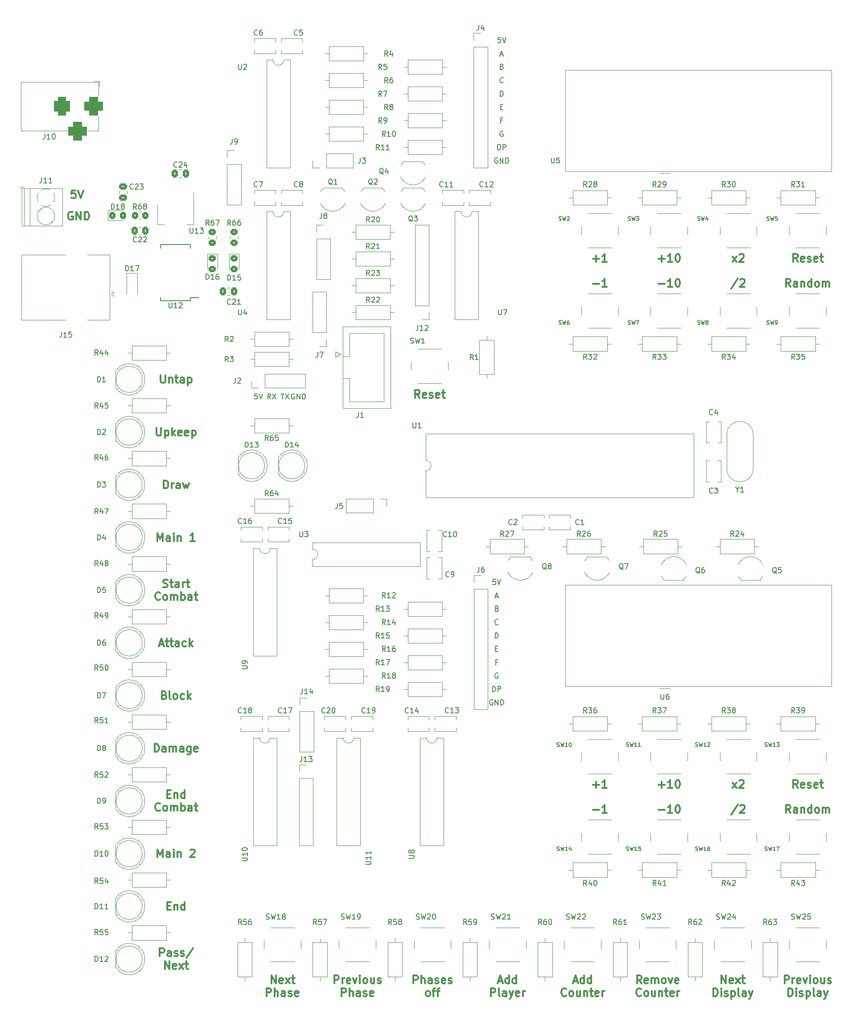
<source format=gto>
G04 #@! TF.GenerationSoftware,KiCad,Pcbnew,(6.0.8)*
G04 #@! TF.CreationDate,2022-10-29T17:31:59+02:00*
G04 #@! TF.ProjectId,magic_counter,6d616769-635f-4636-9f75-6e7465722e6b,rev?*
G04 #@! TF.SameCoordinates,Original*
G04 #@! TF.FileFunction,Legend,Top*
G04 #@! TF.FilePolarity,Positive*
%FSLAX46Y46*%
G04 Gerber Fmt 4.6, Leading zero omitted, Abs format (unit mm)*
G04 Created by KiCad (PCBNEW (6.0.8)) date 2022-10-29 17:31:59*
%MOMM*%
%LPD*%
G01*
G04 APERTURE LIST*
G04 Aperture macros list*
%AMRoundRect*
0 Rectangle with rounded corners*
0 $1 Rounding radius*
0 $2 $3 $4 $5 $6 $7 $8 $9 X,Y pos of 4 corners*
0 Add a 4 corners polygon primitive as box body*
4,1,4,$2,$3,$4,$5,$6,$7,$8,$9,$2,$3,0*
0 Add four circle primitives for the rounded corners*
1,1,$1+$1,$2,$3*
1,1,$1+$1,$4,$5*
1,1,$1+$1,$6,$7*
1,1,$1+$1,$8,$9*
0 Add four rect primitives between the rounded corners*
20,1,$1+$1,$2,$3,$4,$5,0*
20,1,$1+$1,$4,$5,$6,$7,0*
20,1,$1+$1,$6,$7,$8,$9,0*
20,1,$1+$1,$8,$9,$2,$3,0*%
G04 Aperture macros list end*
%ADD10C,0.150000*%
%ADD11C,0.300000*%
%ADD12C,0.120000*%
%ADD13C,1.600000*%
%ADD14O,1.600000X1.600000*%
%ADD15C,2.000000*%
%ADD16O,1.800000X1.800000*%
%ADD17C,1.800000*%
%ADD18O,1.700000X1.700000*%
%ADD19C,5.600000*%
%ADD20C,1.500000*%
%ADD21RoundRect,0.250000X-0.337500X-0.475000X0.337500X-0.475000X0.337500X0.475000X-0.337500X0.475000X0*%
%ADD22O,1.500000X1.500000*%
%ADD23R,1.200000X0.900000*%
%ADD24RoundRect,0.250000X0.475000X-0.337500X0.475000X0.337500X-0.475000X0.337500X-0.475000X-0.337500X0*%
%ADD25RoundRect,0.875000X-0.875000X-0.875000X0.875000X-0.875000X0.875000X0.875000X-0.875000X0.875000X0*%
%ADD26RoundRect,0.750000X-0.750000X-1.000000X0.750000X-1.000000X0.750000X1.000000X-0.750000X1.000000X0*%
%ADD27C,1.700000*%
%ADD28C,3.500000*%
%ADD29R,1.500000X2.000000*%
%ADD30R,3.800000X2.000000*%
%ADD31O,1.600000X2.400000*%
%ADD32O,2.400000X1.600000*%
%ADD33O,2.400000X2.400000*%
%ADD34C,2.400000*%
%ADD35RoundRect,0.250000X0.350000X0.450000X-0.350000X0.450000X-0.350000X-0.450000X0.350000X-0.450000X0*%
%ADD36RoundRect,0.250000X0.450000X-0.350000X0.450000X0.350000X-0.450000X0.350000X-0.450000X-0.350000X0*%
%ADD37R,1.750000X0.450000*%
%ADD38RoundRect,0.250000X-0.450000X0.325000X-0.450000X-0.325000X0.450000X-0.325000X0.450000X0.325000X0*%
%ADD39RoundRect,0.250000X0.337500X0.475000X-0.337500X0.475000X-0.337500X-0.475000X0.337500X-0.475000X0*%
%ADD40RoundRect,0.250000X-0.325000X-0.450000X0.325000X-0.450000X0.325000X0.450000X-0.325000X0.450000X0*%
G04 APERTURE END LIST*
D10*
X122085714Y-143962571D02*
X122419047Y-143962571D01*
X122561904Y-144486380D02*
X122085714Y-144486380D01*
X122085714Y-143486380D01*
X122561904Y-143486380D01*
X122988095Y-39112380D02*
X122988095Y-38112380D01*
X123226190Y-38112380D01*
X123369047Y-38160000D01*
X123464285Y-38255238D01*
X123511904Y-38350476D01*
X123559523Y-38540952D01*
X123559523Y-38683809D01*
X123511904Y-38874285D01*
X123464285Y-38969523D01*
X123369047Y-39064761D01*
X123226190Y-39112380D01*
X122988095Y-39112380D01*
X123392857Y-43668571D02*
X123059523Y-43668571D01*
X123059523Y-44192380D02*
X123059523Y-43192380D01*
X123535714Y-43192380D01*
D11*
X153053334Y-174541142D02*
X154196191Y-174541142D01*
X155696191Y-175112571D02*
X154839048Y-175112571D01*
X155267619Y-175112571D02*
X155267619Y-173612571D01*
X155124762Y-173826857D01*
X154981905Y-173969714D01*
X154839048Y-174041142D01*
X156624762Y-173612571D02*
X156767619Y-173612571D01*
X156910476Y-173684000D01*
X156981905Y-173755428D01*
X157053334Y-173898285D01*
X157124762Y-174184000D01*
X157124762Y-174541142D01*
X157053334Y-174826857D01*
X156981905Y-174969714D01*
X156910476Y-175041142D01*
X156767619Y-175112571D01*
X156624762Y-175112571D01*
X156481905Y-175041142D01*
X156410476Y-174969714D01*
X156339048Y-174826857D01*
X156267619Y-174541142D01*
X156267619Y-174184000D01*
X156339048Y-173898285D01*
X156410476Y-173755428D01*
X156481905Y-173684000D01*
X156624762Y-173612571D01*
X165016401Y-207481071D02*
X165016401Y-205981071D01*
X165873544Y-207481071D01*
X165873544Y-205981071D01*
X167159258Y-207409642D02*
X167016401Y-207481071D01*
X166730686Y-207481071D01*
X166587829Y-207409642D01*
X166516401Y-207266785D01*
X166516401Y-206695357D01*
X166587829Y-206552500D01*
X166730686Y-206481071D01*
X167016401Y-206481071D01*
X167159258Y-206552500D01*
X167230686Y-206695357D01*
X167230686Y-206838214D01*
X166516401Y-206981071D01*
X167730686Y-207481071D02*
X168516401Y-206481071D01*
X167730686Y-206481071D02*
X168516401Y-207481071D01*
X168873544Y-206481071D02*
X169444972Y-206481071D01*
X169087829Y-205981071D02*
X169087829Y-207266785D01*
X169159258Y-207409642D01*
X169302115Y-207481071D01*
X169444972Y-207481071D01*
X163444972Y-209896071D02*
X163444972Y-208396071D01*
X163802115Y-208396071D01*
X164016401Y-208467500D01*
X164159258Y-208610357D01*
X164230686Y-208753214D01*
X164302115Y-209038928D01*
X164302115Y-209253214D01*
X164230686Y-209538928D01*
X164159258Y-209681785D01*
X164016401Y-209824642D01*
X163802115Y-209896071D01*
X163444972Y-209896071D01*
X164944972Y-209896071D02*
X164944972Y-208896071D01*
X164944972Y-208396071D02*
X164873544Y-208467500D01*
X164944972Y-208538928D01*
X165016401Y-208467500D01*
X164944972Y-208396071D01*
X164944972Y-208538928D01*
X165587829Y-209824642D02*
X165730686Y-209896071D01*
X166016401Y-209896071D01*
X166159258Y-209824642D01*
X166230686Y-209681785D01*
X166230686Y-209610357D01*
X166159258Y-209467500D01*
X166016401Y-209396071D01*
X165802115Y-209396071D01*
X165659258Y-209324642D01*
X165587829Y-209181785D01*
X165587829Y-209110357D01*
X165659258Y-208967500D01*
X165802115Y-208896071D01*
X166016401Y-208896071D01*
X166159258Y-208967500D01*
X166873544Y-208896071D02*
X166873544Y-210396071D01*
X166873544Y-208967500D02*
X167016401Y-208896071D01*
X167302115Y-208896071D01*
X167444972Y-208967500D01*
X167516401Y-209038928D01*
X167587829Y-209181785D01*
X167587829Y-209610357D01*
X167516401Y-209753214D01*
X167444972Y-209824642D01*
X167302115Y-209896071D01*
X167016401Y-209896071D01*
X166873544Y-209824642D01*
X168444972Y-209896071D02*
X168302115Y-209824642D01*
X168230686Y-209681785D01*
X168230686Y-208396071D01*
X169659258Y-209896071D02*
X169659258Y-209110357D01*
X169587829Y-208967500D01*
X169444972Y-208896071D01*
X169159258Y-208896071D01*
X169016401Y-208967500D01*
X169659258Y-209824642D02*
X169516401Y-209896071D01*
X169159258Y-209896071D01*
X169016401Y-209824642D01*
X168944972Y-209681785D01*
X168944972Y-209538928D01*
X169016401Y-209396071D01*
X169159258Y-209324642D01*
X169516401Y-209324642D01*
X169659258Y-209253214D01*
X170230686Y-208896071D02*
X170587829Y-209896071D01*
X170944972Y-208896071D02*
X170587829Y-209896071D01*
X170444972Y-210253214D01*
X170373544Y-210324642D01*
X170230686Y-210396071D01*
X57910000Y-123528571D02*
X57910000Y-122028571D01*
X58410000Y-123100000D01*
X58910000Y-122028571D01*
X58910000Y-123528571D01*
X60267142Y-123528571D02*
X60267142Y-122742857D01*
X60195714Y-122600000D01*
X60052857Y-122528571D01*
X59767142Y-122528571D01*
X59624285Y-122600000D01*
X60267142Y-123457142D02*
X60124285Y-123528571D01*
X59767142Y-123528571D01*
X59624285Y-123457142D01*
X59552857Y-123314285D01*
X59552857Y-123171428D01*
X59624285Y-123028571D01*
X59767142Y-122957142D01*
X60124285Y-122957142D01*
X60267142Y-122885714D01*
X60981428Y-123528571D02*
X60981428Y-122528571D01*
X60981428Y-122028571D02*
X60910000Y-122100000D01*
X60981428Y-122171428D01*
X61052857Y-122100000D01*
X60981428Y-122028571D01*
X60981428Y-122171428D01*
X61695714Y-122528571D02*
X61695714Y-123528571D01*
X61695714Y-122671428D02*
X61767142Y-122600000D01*
X61910000Y-122528571D01*
X62124285Y-122528571D01*
X62267142Y-122600000D01*
X62338571Y-122742857D01*
X62338571Y-123528571D01*
X64981428Y-123528571D02*
X64124285Y-123528571D01*
X64552857Y-123528571D02*
X64552857Y-122028571D01*
X64410000Y-122242857D01*
X64267142Y-122385714D01*
X64124285Y-122457142D01*
X59195714Y-152742857D02*
X59410000Y-152814285D01*
X59481428Y-152885714D01*
X59552857Y-153028571D01*
X59552857Y-153242857D01*
X59481428Y-153385714D01*
X59410000Y-153457142D01*
X59267142Y-153528571D01*
X58695714Y-153528571D01*
X58695714Y-152028571D01*
X59195714Y-152028571D01*
X59338571Y-152100000D01*
X59410000Y-152171428D01*
X59481428Y-152314285D01*
X59481428Y-152457142D01*
X59410000Y-152600000D01*
X59338571Y-152671428D01*
X59195714Y-152742857D01*
X58695714Y-152742857D01*
X60410000Y-153528571D02*
X60267142Y-153457142D01*
X60195714Y-153314285D01*
X60195714Y-152028571D01*
X61195714Y-153528571D02*
X61052857Y-153457142D01*
X60981428Y-153385714D01*
X60910000Y-153242857D01*
X60910000Y-152814285D01*
X60981428Y-152671428D01*
X61052857Y-152600000D01*
X61195714Y-152528571D01*
X61410000Y-152528571D01*
X61552857Y-152600000D01*
X61624285Y-152671428D01*
X61695714Y-152814285D01*
X61695714Y-153242857D01*
X61624285Y-153385714D01*
X61552857Y-153457142D01*
X61410000Y-153528571D01*
X61195714Y-153528571D01*
X62981428Y-153457142D02*
X62838571Y-153528571D01*
X62552857Y-153528571D01*
X62410000Y-153457142D01*
X62338571Y-153385714D01*
X62267142Y-153242857D01*
X62267142Y-152814285D01*
X62338571Y-152671428D01*
X62410000Y-152600000D01*
X62552857Y-152528571D01*
X62838571Y-152528571D01*
X62981428Y-152600000D01*
X63624285Y-153528571D02*
X63624285Y-152028571D01*
X63767142Y-152957142D02*
X64195714Y-153528571D01*
X64195714Y-152528571D02*
X63624285Y-153100000D01*
X140607619Y-69967142D02*
X141750476Y-69967142D01*
X141179048Y-70538571D02*
X141179048Y-69395714D01*
X143250476Y-70538571D02*
X142393334Y-70538571D01*
X142821905Y-70538571D02*
X142821905Y-69038571D01*
X142679048Y-69252857D01*
X142536191Y-69395714D01*
X142393334Y-69467142D01*
X59731428Y-171535357D02*
X60231428Y-171535357D01*
X60445714Y-172321071D02*
X59731428Y-172321071D01*
X59731428Y-170821071D01*
X60445714Y-170821071D01*
X61088571Y-171321071D02*
X61088571Y-172321071D01*
X61088571Y-171463928D02*
X61160000Y-171392500D01*
X61302857Y-171321071D01*
X61517142Y-171321071D01*
X61660000Y-171392500D01*
X61731428Y-171535357D01*
X61731428Y-172321071D01*
X63088571Y-172321071D02*
X63088571Y-170821071D01*
X63088571Y-172249642D02*
X62945714Y-172321071D01*
X62660000Y-172321071D01*
X62517142Y-172249642D01*
X62445714Y-172178214D01*
X62374285Y-172035357D01*
X62374285Y-171606785D01*
X62445714Y-171463928D01*
X62517142Y-171392500D01*
X62660000Y-171321071D01*
X62945714Y-171321071D01*
X63088571Y-171392500D01*
X58410000Y-174593214D02*
X58338571Y-174664642D01*
X58124285Y-174736071D01*
X57981428Y-174736071D01*
X57767142Y-174664642D01*
X57624285Y-174521785D01*
X57552857Y-174378928D01*
X57481428Y-174093214D01*
X57481428Y-173878928D01*
X57552857Y-173593214D01*
X57624285Y-173450357D01*
X57767142Y-173307500D01*
X57981428Y-173236071D01*
X58124285Y-173236071D01*
X58338571Y-173307500D01*
X58410000Y-173378928D01*
X59267142Y-174736071D02*
X59124285Y-174664642D01*
X59052857Y-174593214D01*
X58981428Y-174450357D01*
X58981428Y-174021785D01*
X59052857Y-173878928D01*
X59124285Y-173807500D01*
X59267142Y-173736071D01*
X59481428Y-173736071D01*
X59624285Y-173807500D01*
X59695714Y-173878928D01*
X59767142Y-174021785D01*
X59767142Y-174450357D01*
X59695714Y-174593214D01*
X59624285Y-174664642D01*
X59481428Y-174736071D01*
X59267142Y-174736071D01*
X60410000Y-174736071D02*
X60410000Y-173736071D01*
X60410000Y-173878928D02*
X60481428Y-173807500D01*
X60624285Y-173736071D01*
X60838571Y-173736071D01*
X60981428Y-173807500D01*
X61052857Y-173950357D01*
X61052857Y-174736071D01*
X61052857Y-173950357D02*
X61124285Y-173807500D01*
X61267142Y-173736071D01*
X61481428Y-173736071D01*
X61624285Y-173807500D01*
X61695714Y-173950357D01*
X61695714Y-174736071D01*
X62410000Y-174736071D02*
X62410000Y-173236071D01*
X62410000Y-173807500D02*
X62552857Y-173736071D01*
X62838571Y-173736071D01*
X62981428Y-173807500D01*
X63052857Y-173878928D01*
X63124285Y-174021785D01*
X63124285Y-174450357D01*
X63052857Y-174593214D01*
X62981428Y-174664642D01*
X62838571Y-174736071D01*
X62552857Y-174736071D01*
X62410000Y-174664642D01*
X64410000Y-174736071D02*
X64410000Y-173950357D01*
X64338571Y-173807500D01*
X64195714Y-173736071D01*
X63910000Y-173736071D01*
X63767142Y-173807500D01*
X64410000Y-174664642D02*
X64267142Y-174736071D01*
X63910000Y-174736071D01*
X63767142Y-174664642D01*
X63695714Y-174521785D01*
X63695714Y-174378928D01*
X63767142Y-174236071D01*
X63910000Y-174164642D01*
X64267142Y-174164642D01*
X64410000Y-174093214D01*
X64910000Y-173736071D02*
X65481428Y-173736071D01*
X65124285Y-173236071D02*
X65124285Y-174521785D01*
X65195714Y-174664642D01*
X65338571Y-174736071D01*
X65481428Y-174736071D01*
D10*
X123559523Y-36477142D02*
X123511904Y-36524761D01*
X123369047Y-36572380D01*
X123273809Y-36572380D01*
X123130952Y-36524761D01*
X123035714Y-36429523D01*
X122988095Y-36334285D01*
X122940476Y-36143809D01*
X122940476Y-36000952D01*
X122988095Y-35810476D01*
X123035714Y-35715238D01*
X123130952Y-35620000D01*
X123273809Y-35572380D01*
X123369047Y-35572380D01*
X123511904Y-35620000D01*
X123559523Y-35667619D01*
D11*
X58517142Y-92028571D02*
X58517142Y-93242857D01*
X58588571Y-93385714D01*
X58660000Y-93457142D01*
X58802857Y-93528571D01*
X59088571Y-93528571D01*
X59231428Y-93457142D01*
X59302857Y-93385714D01*
X59374285Y-93242857D01*
X59374285Y-92028571D01*
X60088571Y-92528571D02*
X60088571Y-93528571D01*
X60088571Y-92671428D02*
X60160000Y-92600000D01*
X60302857Y-92528571D01*
X60517142Y-92528571D01*
X60660000Y-92600000D01*
X60731428Y-92742857D01*
X60731428Y-93528571D01*
X61231428Y-92528571D02*
X61802857Y-92528571D01*
X61445714Y-92028571D02*
X61445714Y-93314285D01*
X61517142Y-93457142D01*
X61660000Y-93528571D01*
X61802857Y-93528571D01*
X62945714Y-93528571D02*
X62945714Y-92742857D01*
X62874285Y-92600000D01*
X62731428Y-92528571D01*
X62445714Y-92528571D01*
X62302857Y-92600000D01*
X62945714Y-93457142D02*
X62802857Y-93528571D01*
X62445714Y-93528571D01*
X62302857Y-93457142D01*
X62231428Y-93314285D01*
X62231428Y-93171428D01*
X62302857Y-93028571D01*
X62445714Y-92957142D01*
X62802857Y-92957142D01*
X62945714Y-92885714D01*
X63660000Y-92528571D02*
X63660000Y-94028571D01*
X63660000Y-92600000D02*
X63802857Y-92528571D01*
X64088571Y-92528571D01*
X64231428Y-92600000D01*
X64302857Y-92671428D01*
X64374285Y-92814285D01*
X64374285Y-93242857D01*
X64302857Y-93385714D01*
X64231428Y-93457142D01*
X64088571Y-93528571D01*
X63802857Y-93528571D01*
X63660000Y-93457142D01*
X153053334Y-69967142D02*
X154196191Y-69967142D01*
X153624762Y-70538571D02*
X153624762Y-69395714D01*
X155696191Y-70538571D02*
X154839048Y-70538571D01*
X155267619Y-70538571D02*
X155267619Y-69038571D01*
X155124762Y-69252857D01*
X154981905Y-69395714D01*
X154839048Y-69467142D01*
X156624762Y-69038571D02*
X156767619Y-69038571D01*
X156910476Y-69110000D01*
X156981905Y-69181428D01*
X157053334Y-69324285D01*
X157124762Y-69610000D01*
X157124762Y-69967142D01*
X157053334Y-70252857D01*
X156981905Y-70395714D01*
X156910476Y-70467142D01*
X156767619Y-70538571D01*
X156624762Y-70538571D01*
X156481905Y-70467142D01*
X156410476Y-70395714D01*
X156339048Y-70252857D01*
X156267619Y-69967142D01*
X156267619Y-69610000D01*
X156339048Y-69324285D01*
X156410476Y-69181428D01*
X156481905Y-69110000D01*
X156624762Y-69038571D01*
X167106191Y-170372571D02*
X167891905Y-169372571D01*
X167106191Y-169372571D02*
X167891905Y-170372571D01*
X168391905Y-169015428D02*
X168463334Y-168944000D01*
X168606191Y-168872571D01*
X168963334Y-168872571D01*
X169106191Y-168944000D01*
X169177619Y-169015428D01*
X169249048Y-169158285D01*
X169249048Y-169301142D01*
X169177619Y-169515428D01*
X168320476Y-170372571D01*
X169249048Y-170372571D01*
D10*
X121538095Y-153694000D02*
X121442857Y-153646380D01*
X121300000Y-153646380D01*
X121157142Y-153694000D01*
X121061904Y-153789238D01*
X121014285Y-153884476D01*
X120966666Y-154074952D01*
X120966666Y-154217809D01*
X121014285Y-154408285D01*
X121061904Y-154503523D01*
X121157142Y-154598761D01*
X121300000Y-154646380D01*
X121395238Y-154646380D01*
X121538095Y-154598761D01*
X121585714Y-154551142D01*
X121585714Y-154217809D01*
X121395238Y-154217809D01*
X122014285Y-154646380D02*
X122014285Y-153646380D01*
X122585714Y-154646380D01*
X122585714Y-153646380D01*
X123061904Y-154646380D02*
X123061904Y-153646380D01*
X123300000Y-153646380D01*
X123442857Y-153694000D01*
X123538095Y-153789238D01*
X123585714Y-153884476D01*
X123633333Y-154074952D01*
X123633333Y-154217809D01*
X123585714Y-154408285D01*
X123538095Y-154503523D01*
X123442857Y-154598761D01*
X123300000Y-154646380D01*
X123061904Y-154646380D01*
X123511904Y-45780000D02*
X123416666Y-45732380D01*
X123273809Y-45732380D01*
X123130952Y-45780000D01*
X123035714Y-45875238D01*
X122988095Y-45970476D01*
X122940476Y-46160952D01*
X122940476Y-46303809D01*
X122988095Y-46494285D01*
X123035714Y-46589523D01*
X123130952Y-46684761D01*
X123273809Y-46732380D01*
X123369047Y-46732380D01*
X123511904Y-46684761D01*
X123559523Y-46637142D01*
X123559523Y-46303809D01*
X123369047Y-46303809D01*
D11*
X42334285Y-56978571D02*
X41620000Y-56978571D01*
X41548571Y-57692857D01*
X41620000Y-57621428D01*
X41762857Y-57550000D01*
X42120000Y-57550000D01*
X42262857Y-57621428D01*
X42334285Y-57692857D01*
X42405714Y-57835714D01*
X42405714Y-58192857D01*
X42334285Y-58335714D01*
X42262857Y-58407142D01*
X42120000Y-58478571D01*
X41762857Y-58478571D01*
X41620000Y-58407142D01*
X41548571Y-58335714D01*
X42834285Y-56978571D02*
X43334285Y-58478571D01*
X43834285Y-56978571D01*
D10*
X122488095Y-50860000D02*
X122392857Y-50812380D01*
X122250000Y-50812380D01*
X122107142Y-50860000D01*
X122011904Y-50955238D01*
X121964285Y-51050476D01*
X121916666Y-51240952D01*
X121916666Y-51383809D01*
X121964285Y-51574285D01*
X122011904Y-51669523D01*
X122107142Y-51764761D01*
X122250000Y-51812380D01*
X122345238Y-51812380D01*
X122488095Y-51764761D01*
X122535714Y-51717142D01*
X122535714Y-51383809D01*
X122345238Y-51383809D01*
X122964285Y-51812380D02*
X122964285Y-50812380D01*
X123535714Y-51812380D01*
X123535714Y-50812380D01*
X124011904Y-51812380D02*
X124011904Y-50812380D01*
X124250000Y-50812380D01*
X124392857Y-50860000D01*
X124488095Y-50955238D01*
X124535714Y-51050476D01*
X124583333Y-51240952D01*
X124583333Y-51383809D01*
X124535714Y-51574285D01*
X124488095Y-51669523D01*
X124392857Y-51764761D01*
X124250000Y-51812380D01*
X124011904Y-51812380D01*
D11*
X153053334Y-169801142D02*
X154196191Y-169801142D01*
X153624762Y-170372571D02*
X153624762Y-169229714D01*
X155696191Y-170372571D02*
X154839048Y-170372571D01*
X155267619Y-170372571D02*
X155267619Y-168872571D01*
X155124762Y-169086857D01*
X154981905Y-169229714D01*
X154839048Y-169301142D01*
X156624762Y-168872571D02*
X156767619Y-168872571D01*
X156910476Y-168944000D01*
X156981905Y-169015428D01*
X157053334Y-169158285D01*
X157124762Y-169444000D01*
X157124762Y-169801142D01*
X157053334Y-170086857D01*
X156981905Y-170229714D01*
X156910476Y-170301142D01*
X156767619Y-170372571D01*
X156624762Y-170372571D01*
X156481905Y-170301142D01*
X156410476Y-170229714D01*
X156339048Y-170086857D01*
X156267619Y-169801142D01*
X156267619Y-169444000D01*
X156339048Y-169158285D01*
X156410476Y-169015428D01*
X156481905Y-168944000D01*
X156624762Y-168872571D01*
D10*
X122609523Y-139311142D02*
X122561904Y-139358761D01*
X122419047Y-139406380D01*
X122323809Y-139406380D01*
X122180952Y-139358761D01*
X122085714Y-139263523D01*
X122038095Y-139168285D01*
X121990476Y-138977809D01*
X121990476Y-138834952D01*
X122038095Y-138644476D01*
X122085714Y-138549238D01*
X122180952Y-138454000D01*
X122323809Y-138406380D01*
X122419047Y-138406380D01*
X122561904Y-138454000D01*
X122609523Y-138501619D01*
D11*
X140607619Y-169801142D02*
X141750476Y-169801142D01*
X141179048Y-170372571D02*
X141179048Y-169229714D01*
X143250476Y-170372571D02*
X142393334Y-170372571D01*
X142821905Y-170372571D02*
X142821905Y-168872571D01*
X142679048Y-169086857D01*
X142536191Y-169229714D01*
X142393334Y-169301142D01*
X58267142Y-143100000D02*
X58981428Y-143100000D01*
X58124285Y-143528571D02*
X58624285Y-142028571D01*
X59124285Y-143528571D01*
X59410000Y-142528571D02*
X59981428Y-142528571D01*
X59624285Y-142028571D02*
X59624285Y-143314285D01*
X59695714Y-143457142D01*
X59838571Y-143528571D01*
X59981428Y-143528571D01*
X60267142Y-142528571D02*
X60838571Y-142528571D01*
X60481428Y-142028571D02*
X60481428Y-143314285D01*
X60552857Y-143457142D01*
X60695714Y-143528571D01*
X60838571Y-143528571D01*
X61981428Y-143528571D02*
X61981428Y-142742857D01*
X61910000Y-142600000D01*
X61767142Y-142528571D01*
X61481428Y-142528571D01*
X61338571Y-142600000D01*
X61981428Y-143457142D02*
X61838571Y-143528571D01*
X61481428Y-143528571D01*
X61338571Y-143457142D01*
X61267142Y-143314285D01*
X61267142Y-143171428D01*
X61338571Y-143028571D01*
X61481428Y-142957142D01*
X61838571Y-142957142D01*
X61981428Y-142885714D01*
X63338571Y-143457142D02*
X63195714Y-143528571D01*
X62910000Y-143528571D01*
X62767142Y-143457142D01*
X62695714Y-143385714D01*
X62624285Y-143242857D01*
X62624285Y-142814285D01*
X62695714Y-142671428D01*
X62767142Y-142600000D01*
X62910000Y-142528571D01*
X63195714Y-142528571D01*
X63338571Y-142600000D01*
X63981428Y-143528571D02*
X63981428Y-142028571D01*
X64124285Y-142957142D02*
X64552857Y-143528571D01*
X64552857Y-142528571D02*
X63981428Y-143100000D01*
D10*
X122561904Y-148614000D02*
X122466666Y-148566380D01*
X122323809Y-148566380D01*
X122180952Y-148614000D01*
X122085714Y-148709238D01*
X122038095Y-148804476D01*
X121990476Y-148994952D01*
X121990476Y-149137809D01*
X122038095Y-149328285D01*
X122085714Y-149423523D01*
X122180952Y-149518761D01*
X122323809Y-149566380D01*
X122419047Y-149566380D01*
X122561904Y-149518761D01*
X122609523Y-149471142D01*
X122609523Y-149137809D01*
X122419047Y-149137809D01*
X76849523Y-95592380D02*
X76373333Y-95592380D01*
X76325714Y-96068571D01*
X76373333Y-96020952D01*
X76468571Y-95973333D01*
X76706666Y-95973333D01*
X76801904Y-96020952D01*
X76849523Y-96068571D01*
X76897142Y-96163809D01*
X76897142Y-96401904D01*
X76849523Y-96497142D01*
X76801904Y-96544761D01*
X76706666Y-96592380D01*
X76468571Y-96592380D01*
X76373333Y-96544761D01*
X76325714Y-96497142D01*
X77182857Y-95592380D02*
X77516190Y-96592380D01*
X77849523Y-95592380D01*
D11*
X168141905Y-73707142D02*
X166856191Y-75635714D01*
X168570476Y-73921428D02*
X168641905Y-73850000D01*
X168784762Y-73778571D01*
X169141905Y-73778571D01*
X169284762Y-73850000D01*
X169356191Y-73921428D01*
X169427619Y-74064285D01*
X169427619Y-74207142D01*
X169356191Y-74421428D01*
X168499048Y-75278571D01*
X169427619Y-75278571D01*
X91481806Y-207481071D02*
X91481806Y-205981071D01*
X92053235Y-205981071D01*
X92196092Y-206052500D01*
X92267521Y-206123928D01*
X92338949Y-206266785D01*
X92338949Y-206481071D01*
X92267521Y-206623928D01*
X92196092Y-206695357D01*
X92053235Y-206766785D01*
X91481806Y-206766785D01*
X92981806Y-207481071D02*
X92981806Y-206481071D01*
X92981806Y-206766785D02*
X93053235Y-206623928D01*
X93124664Y-206552500D01*
X93267521Y-206481071D01*
X93410378Y-206481071D01*
X94481806Y-207409642D02*
X94338949Y-207481071D01*
X94053235Y-207481071D01*
X93910378Y-207409642D01*
X93838949Y-207266785D01*
X93838949Y-206695357D01*
X93910378Y-206552500D01*
X94053235Y-206481071D01*
X94338949Y-206481071D01*
X94481806Y-206552500D01*
X94553235Y-206695357D01*
X94553235Y-206838214D01*
X93838949Y-206981071D01*
X95053235Y-206481071D02*
X95410378Y-207481071D01*
X95767521Y-206481071D01*
X96338949Y-207481071D02*
X96338949Y-206481071D01*
X96338949Y-205981071D02*
X96267521Y-206052500D01*
X96338949Y-206123928D01*
X96410378Y-206052500D01*
X96338949Y-205981071D01*
X96338949Y-206123928D01*
X97267521Y-207481071D02*
X97124664Y-207409642D01*
X97053235Y-207338214D01*
X96981806Y-207195357D01*
X96981806Y-206766785D01*
X97053235Y-206623928D01*
X97124664Y-206552500D01*
X97267521Y-206481071D01*
X97481806Y-206481071D01*
X97624664Y-206552500D01*
X97696092Y-206623928D01*
X97767521Y-206766785D01*
X97767521Y-207195357D01*
X97696092Y-207338214D01*
X97624664Y-207409642D01*
X97481806Y-207481071D01*
X97267521Y-207481071D01*
X99053235Y-206481071D02*
X99053235Y-207481071D01*
X98410378Y-206481071D02*
X98410378Y-207266785D01*
X98481806Y-207409642D01*
X98624664Y-207481071D01*
X98838949Y-207481071D01*
X98981806Y-207409642D01*
X99053235Y-207338214D01*
X99696092Y-207409642D02*
X99838949Y-207481071D01*
X100124664Y-207481071D01*
X100267521Y-207409642D01*
X100338949Y-207266785D01*
X100338949Y-207195357D01*
X100267521Y-207052500D01*
X100124664Y-206981071D01*
X99910378Y-206981071D01*
X99767521Y-206909642D01*
X99696092Y-206766785D01*
X99696092Y-206695357D01*
X99767521Y-206552500D01*
X99910378Y-206481071D01*
X100124664Y-206481071D01*
X100267521Y-206552500D01*
X92874664Y-209896071D02*
X92874664Y-208396071D01*
X93446092Y-208396071D01*
X93588949Y-208467500D01*
X93660378Y-208538928D01*
X93731806Y-208681785D01*
X93731806Y-208896071D01*
X93660378Y-209038928D01*
X93588949Y-209110357D01*
X93446092Y-209181785D01*
X92874664Y-209181785D01*
X94374664Y-209896071D02*
X94374664Y-208396071D01*
X95017521Y-209896071D02*
X95017521Y-209110357D01*
X94946092Y-208967500D01*
X94803235Y-208896071D01*
X94588949Y-208896071D01*
X94446092Y-208967500D01*
X94374664Y-209038928D01*
X96374664Y-209896071D02*
X96374664Y-209110357D01*
X96303235Y-208967500D01*
X96160378Y-208896071D01*
X95874664Y-208896071D01*
X95731806Y-208967500D01*
X96374664Y-209824642D02*
X96231806Y-209896071D01*
X95874664Y-209896071D01*
X95731806Y-209824642D01*
X95660378Y-209681785D01*
X95660378Y-209538928D01*
X95731806Y-209396071D01*
X95874664Y-209324642D01*
X96231806Y-209324642D01*
X96374664Y-209253214D01*
X97017521Y-209824642D02*
X97160378Y-209896071D01*
X97446092Y-209896071D01*
X97588949Y-209824642D01*
X97660378Y-209681785D01*
X97660378Y-209610357D01*
X97588949Y-209467500D01*
X97446092Y-209396071D01*
X97231806Y-209396071D01*
X97088949Y-209324642D01*
X97017521Y-209181785D01*
X97017521Y-209110357D01*
X97088949Y-208967500D01*
X97231806Y-208896071D01*
X97446092Y-208896071D01*
X97588949Y-208967500D01*
X98874664Y-209824642D02*
X98731806Y-209896071D01*
X98446092Y-209896071D01*
X98303235Y-209824642D01*
X98231806Y-209681785D01*
X98231806Y-209110357D01*
X98303235Y-208967500D01*
X98446092Y-208896071D01*
X98731806Y-208896071D01*
X98874664Y-208967500D01*
X98946092Y-209110357D01*
X98946092Y-209253214D01*
X98231806Y-209396071D01*
X179516191Y-70538571D02*
X179016191Y-69824285D01*
X178659048Y-70538571D02*
X178659048Y-69038571D01*
X179230476Y-69038571D01*
X179373334Y-69110000D01*
X179444762Y-69181428D01*
X179516191Y-69324285D01*
X179516191Y-69538571D01*
X179444762Y-69681428D01*
X179373334Y-69752857D01*
X179230476Y-69824285D01*
X178659048Y-69824285D01*
X180730476Y-70467142D02*
X180587619Y-70538571D01*
X180301905Y-70538571D01*
X180159048Y-70467142D01*
X180087619Y-70324285D01*
X180087619Y-69752857D01*
X180159048Y-69610000D01*
X180301905Y-69538571D01*
X180587619Y-69538571D01*
X180730476Y-69610000D01*
X180801905Y-69752857D01*
X180801905Y-69895714D01*
X180087619Y-70038571D01*
X181373334Y-70467142D02*
X181516191Y-70538571D01*
X181801905Y-70538571D01*
X181944762Y-70467142D01*
X182016191Y-70324285D01*
X182016191Y-70252857D01*
X181944762Y-70110000D01*
X181801905Y-70038571D01*
X181587619Y-70038571D01*
X181444762Y-69967142D01*
X181373334Y-69824285D01*
X181373334Y-69752857D01*
X181444762Y-69610000D01*
X181587619Y-69538571D01*
X181801905Y-69538571D01*
X181944762Y-69610000D01*
X183230476Y-70467142D02*
X183087619Y-70538571D01*
X182801905Y-70538571D01*
X182659048Y-70467142D01*
X182587619Y-70324285D01*
X182587619Y-69752857D01*
X182659048Y-69610000D01*
X182801905Y-69538571D01*
X183087619Y-69538571D01*
X183230476Y-69610000D01*
X183301905Y-69752857D01*
X183301905Y-69895714D01*
X182587619Y-70038571D01*
X183730476Y-69538571D02*
X184301905Y-69538571D01*
X183944762Y-69038571D02*
X183944762Y-70324285D01*
X184016191Y-70467142D01*
X184159048Y-70538571D01*
X184301905Y-70538571D01*
X59731428Y-192742857D02*
X60231428Y-192742857D01*
X60445714Y-193528571D02*
X59731428Y-193528571D01*
X59731428Y-192028571D01*
X60445714Y-192028571D01*
X61088571Y-192528571D02*
X61088571Y-193528571D01*
X61088571Y-192671428D02*
X61160000Y-192600000D01*
X61302857Y-192528571D01*
X61517142Y-192528571D01*
X61660000Y-192600000D01*
X61731428Y-192742857D01*
X61731428Y-193528571D01*
X63088571Y-193528571D02*
X63088571Y-192028571D01*
X63088571Y-193457142D02*
X62945714Y-193528571D01*
X62660000Y-193528571D01*
X62517142Y-193457142D01*
X62445714Y-193385714D01*
X62374285Y-193242857D01*
X62374285Y-192814285D01*
X62445714Y-192671428D01*
X62517142Y-192600000D01*
X62660000Y-192528571D01*
X62945714Y-192528571D01*
X63088571Y-192600000D01*
D10*
X122109523Y-130786380D02*
X121633333Y-130786380D01*
X121585714Y-131262571D01*
X121633333Y-131214952D01*
X121728571Y-131167333D01*
X121966666Y-131167333D01*
X122061904Y-131214952D01*
X122109523Y-131262571D01*
X122157142Y-131357809D01*
X122157142Y-131595904D01*
X122109523Y-131691142D01*
X122061904Y-131738761D01*
X121966666Y-131786380D01*
X121728571Y-131786380D01*
X121633333Y-131738761D01*
X121585714Y-131691142D01*
X122442857Y-130786380D02*
X122776190Y-131786380D01*
X123109523Y-130786380D01*
D11*
X167106191Y-70538571D02*
X167891905Y-69538571D01*
X167106191Y-69538571D02*
X167891905Y-70538571D01*
X168391905Y-69181428D02*
X168463334Y-69110000D01*
X168606191Y-69038571D01*
X168963334Y-69038571D01*
X169106191Y-69110000D01*
X169177619Y-69181428D01*
X169249048Y-69324285D01*
X169249048Y-69467142D01*
X169177619Y-69681428D01*
X168320476Y-70538571D01*
X169249048Y-70538571D01*
X122659930Y-207052500D02*
X123374216Y-207052500D01*
X122517073Y-207481071D02*
X123017073Y-205981071D01*
X123517073Y-207481071D01*
X124659930Y-207481071D02*
X124659930Y-205981071D01*
X124659930Y-207409642D02*
X124517073Y-207481071D01*
X124231358Y-207481071D01*
X124088501Y-207409642D01*
X124017073Y-207338214D01*
X123945644Y-207195357D01*
X123945644Y-206766785D01*
X124017073Y-206623928D01*
X124088501Y-206552500D01*
X124231358Y-206481071D01*
X124517073Y-206481071D01*
X124659930Y-206552500D01*
X126017073Y-207481071D02*
X126017073Y-205981071D01*
X126017073Y-207409642D02*
X125874216Y-207481071D01*
X125588501Y-207481071D01*
X125445644Y-207409642D01*
X125374216Y-207338214D01*
X125302787Y-207195357D01*
X125302787Y-206766785D01*
X125374216Y-206623928D01*
X125445644Y-206552500D01*
X125588501Y-206481071D01*
X125874216Y-206481071D01*
X126017073Y-206552500D01*
X121231358Y-209896071D02*
X121231358Y-208396071D01*
X121802787Y-208396071D01*
X121945644Y-208467500D01*
X122017073Y-208538928D01*
X122088501Y-208681785D01*
X122088501Y-208896071D01*
X122017073Y-209038928D01*
X121945644Y-209110357D01*
X121802787Y-209181785D01*
X121231358Y-209181785D01*
X122945644Y-209896071D02*
X122802787Y-209824642D01*
X122731358Y-209681785D01*
X122731358Y-208396071D01*
X124159930Y-209896071D02*
X124159930Y-209110357D01*
X124088501Y-208967500D01*
X123945644Y-208896071D01*
X123659930Y-208896071D01*
X123517073Y-208967500D01*
X124159930Y-209824642D02*
X124017073Y-209896071D01*
X123659930Y-209896071D01*
X123517073Y-209824642D01*
X123445644Y-209681785D01*
X123445644Y-209538928D01*
X123517073Y-209396071D01*
X123659930Y-209324642D01*
X124017073Y-209324642D01*
X124159930Y-209253214D01*
X124731358Y-208896071D02*
X125088501Y-209896071D01*
X125445644Y-208896071D02*
X125088501Y-209896071D01*
X124945644Y-210253214D01*
X124874216Y-210324642D01*
X124731358Y-210396071D01*
X126588501Y-209824642D02*
X126445644Y-209896071D01*
X126159930Y-209896071D01*
X126017073Y-209824642D01*
X125945644Y-209681785D01*
X125945644Y-209110357D01*
X126017073Y-208967500D01*
X126159930Y-208896071D01*
X126445644Y-208896071D01*
X126588501Y-208967500D01*
X126659930Y-209110357D01*
X126659930Y-209253214D01*
X125945644Y-209396071D01*
X127302787Y-209896071D02*
X127302787Y-208896071D01*
X127302787Y-209181785D02*
X127374216Y-209038928D01*
X127445644Y-208967500D01*
X127588501Y-208896071D01*
X127731358Y-208896071D01*
D10*
X122442857Y-146502571D02*
X122109523Y-146502571D01*
X122109523Y-147026380D02*
X122109523Y-146026380D01*
X122585714Y-146026380D01*
D11*
X58981428Y-132249642D02*
X59195714Y-132321071D01*
X59552857Y-132321071D01*
X59695714Y-132249642D01*
X59767142Y-132178214D01*
X59838571Y-132035357D01*
X59838571Y-131892500D01*
X59767142Y-131749642D01*
X59695714Y-131678214D01*
X59552857Y-131606785D01*
X59267142Y-131535357D01*
X59124285Y-131463928D01*
X59052857Y-131392500D01*
X58981428Y-131249642D01*
X58981428Y-131106785D01*
X59052857Y-130963928D01*
X59124285Y-130892500D01*
X59267142Y-130821071D01*
X59624285Y-130821071D01*
X59838571Y-130892500D01*
X60267142Y-131321071D02*
X60838571Y-131321071D01*
X60481428Y-130821071D02*
X60481428Y-132106785D01*
X60552857Y-132249642D01*
X60695714Y-132321071D01*
X60838571Y-132321071D01*
X61981428Y-132321071D02*
X61981428Y-131535357D01*
X61910000Y-131392500D01*
X61767142Y-131321071D01*
X61481428Y-131321071D01*
X61338571Y-131392500D01*
X61981428Y-132249642D02*
X61838571Y-132321071D01*
X61481428Y-132321071D01*
X61338571Y-132249642D01*
X61267142Y-132106785D01*
X61267142Y-131963928D01*
X61338571Y-131821071D01*
X61481428Y-131749642D01*
X61838571Y-131749642D01*
X61981428Y-131678214D01*
X62695714Y-132321071D02*
X62695714Y-131321071D01*
X62695714Y-131606785D02*
X62767142Y-131463928D01*
X62838571Y-131392500D01*
X62981428Y-131321071D01*
X63124285Y-131321071D01*
X63410000Y-131321071D02*
X63981428Y-131321071D01*
X63624285Y-130821071D02*
X63624285Y-132106785D01*
X63695714Y-132249642D01*
X63838571Y-132321071D01*
X63981428Y-132321071D01*
X58410000Y-134593214D02*
X58338571Y-134664642D01*
X58124285Y-134736071D01*
X57981428Y-134736071D01*
X57767142Y-134664642D01*
X57624285Y-134521785D01*
X57552857Y-134378928D01*
X57481428Y-134093214D01*
X57481428Y-133878928D01*
X57552857Y-133593214D01*
X57624285Y-133450357D01*
X57767142Y-133307500D01*
X57981428Y-133236071D01*
X58124285Y-133236071D01*
X58338571Y-133307500D01*
X58410000Y-133378928D01*
X59267142Y-134736071D02*
X59124285Y-134664642D01*
X59052857Y-134593214D01*
X58981428Y-134450357D01*
X58981428Y-134021785D01*
X59052857Y-133878928D01*
X59124285Y-133807500D01*
X59267142Y-133736071D01*
X59481428Y-133736071D01*
X59624285Y-133807500D01*
X59695714Y-133878928D01*
X59767142Y-134021785D01*
X59767142Y-134450357D01*
X59695714Y-134593214D01*
X59624285Y-134664642D01*
X59481428Y-134736071D01*
X59267142Y-134736071D01*
X60410000Y-134736071D02*
X60410000Y-133736071D01*
X60410000Y-133878928D02*
X60481428Y-133807500D01*
X60624285Y-133736071D01*
X60838571Y-133736071D01*
X60981428Y-133807500D01*
X61052857Y-133950357D01*
X61052857Y-134736071D01*
X61052857Y-133950357D02*
X61124285Y-133807500D01*
X61267142Y-133736071D01*
X61481428Y-133736071D01*
X61624285Y-133807500D01*
X61695714Y-133950357D01*
X61695714Y-134736071D01*
X62410000Y-134736071D02*
X62410000Y-133236071D01*
X62410000Y-133807500D02*
X62552857Y-133736071D01*
X62838571Y-133736071D01*
X62981428Y-133807500D01*
X63052857Y-133878928D01*
X63124285Y-134021785D01*
X63124285Y-134450357D01*
X63052857Y-134593214D01*
X62981428Y-134664642D01*
X62838571Y-134736071D01*
X62552857Y-134736071D01*
X62410000Y-134664642D01*
X64410000Y-134736071D02*
X64410000Y-133950357D01*
X64338571Y-133807500D01*
X64195714Y-133736071D01*
X63910000Y-133736071D01*
X63767142Y-133807500D01*
X64410000Y-134664642D02*
X64267142Y-134736071D01*
X63910000Y-134736071D01*
X63767142Y-134664642D01*
X63695714Y-134521785D01*
X63695714Y-134378928D01*
X63767142Y-134236071D01*
X63910000Y-134164642D01*
X64267142Y-134164642D01*
X64410000Y-134093214D01*
X64910000Y-133736071D02*
X65481428Y-133736071D01*
X65124285Y-133236071D02*
X65124285Y-134521785D01*
X65195714Y-134664642D01*
X65338571Y-134736071D01*
X65481428Y-134736071D01*
D10*
X123011904Y-31206666D02*
X123488095Y-31206666D01*
X122916666Y-31492380D02*
X123250000Y-30492380D01*
X123583333Y-31492380D01*
D11*
X136909706Y-207052500D02*
X137623992Y-207052500D01*
X136766849Y-207481071D02*
X137266849Y-205981071D01*
X137766849Y-207481071D01*
X138909706Y-207481071D02*
X138909706Y-205981071D01*
X138909706Y-207409642D02*
X138766849Y-207481071D01*
X138481134Y-207481071D01*
X138338277Y-207409642D01*
X138266849Y-207338214D01*
X138195420Y-207195357D01*
X138195420Y-206766785D01*
X138266849Y-206623928D01*
X138338277Y-206552500D01*
X138481134Y-206481071D01*
X138766849Y-206481071D01*
X138909706Y-206552500D01*
X140266849Y-207481071D02*
X140266849Y-205981071D01*
X140266849Y-207409642D02*
X140123992Y-207481071D01*
X139838277Y-207481071D01*
X139695420Y-207409642D01*
X139623992Y-207338214D01*
X139552563Y-207195357D01*
X139552563Y-206766785D01*
X139623992Y-206623928D01*
X139695420Y-206552500D01*
X139838277Y-206481071D01*
X140123992Y-206481071D01*
X140266849Y-206552500D01*
X135516849Y-209753214D02*
X135445420Y-209824642D01*
X135231134Y-209896071D01*
X135088277Y-209896071D01*
X134873992Y-209824642D01*
X134731134Y-209681785D01*
X134659706Y-209538928D01*
X134588277Y-209253214D01*
X134588277Y-209038928D01*
X134659706Y-208753214D01*
X134731134Y-208610357D01*
X134873992Y-208467500D01*
X135088277Y-208396071D01*
X135231134Y-208396071D01*
X135445420Y-208467500D01*
X135516849Y-208538928D01*
X136373992Y-209896071D02*
X136231134Y-209824642D01*
X136159706Y-209753214D01*
X136088277Y-209610357D01*
X136088277Y-209181785D01*
X136159706Y-209038928D01*
X136231134Y-208967500D01*
X136373992Y-208896071D01*
X136588277Y-208896071D01*
X136731134Y-208967500D01*
X136802563Y-209038928D01*
X136873992Y-209181785D01*
X136873992Y-209610357D01*
X136802563Y-209753214D01*
X136731134Y-209824642D01*
X136588277Y-209896071D01*
X136373992Y-209896071D01*
X138159706Y-208896071D02*
X138159706Y-209896071D01*
X137516849Y-208896071D02*
X137516849Y-209681785D01*
X137588277Y-209824642D01*
X137731134Y-209896071D01*
X137945420Y-209896071D01*
X138088277Y-209824642D01*
X138159706Y-209753214D01*
X138873992Y-208896071D02*
X138873992Y-209896071D01*
X138873992Y-209038928D02*
X138945420Y-208967500D01*
X139088277Y-208896071D01*
X139302563Y-208896071D01*
X139445420Y-208967500D01*
X139516849Y-209110357D01*
X139516849Y-209896071D01*
X140016849Y-208896071D02*
X140588277Y-208896071D01*
X140231134Y-208396071D02*
X140231134Y-209681785D01*
X140302563Y-209824642D01*
X140445420Y-209896071D01*
X140588277Y-209896071D01*
X141659706Y-209824642D02*
X141516849Y-209896071D01*
X141231134Y-209896071D01*
X141088277Y-209824642D01*
X141016849Y-209681785D01*
X141016849Y-209110357D01*
X141088277Y-208967500D01*
X141231134Y-208896071D01*
X141516849Y-208896071D01*
X141659706Y-208967500D01*
X141731134Y-209110357D01*
X141731134Y-209253214D01*
X141016849Y-209396071D01*
X142373992Y-209896071D02*
X142373992Y-208896071D01*
X142373992Y-209181785D02*
X142445420Y-209038928D01*
X142516849Y-208967500D01*
X142659706Y-208896071D01*
X142802563Y-208896071D01*
D10*
X81358095Y-95592380D02*
X81929523Y-95592380D01*
X81643809Y-96592380D02*
X81643809Y-95592380D01*
X82167619Y-95592380D02*
X82834285Y-96592380D01*
X82834285Y-95592380D02*
X82167619Y-96592380D01*
D11*
X176980476Y-207481071D02*
X176980476Y-205981071D01*
X177551905Y-205981071D01*
X177694762Y-206052500D01*
X177766191Y-206123928D01*
X177837619Y-206266785D01*
X177837619Y-206481071D01*
X177766191Y-206623928D01*
X177694762Y-206695357D01*
X177551905Y-206766785D01*
X176980476Y-206766785D01*
X178480476Y-207481071D02*
X178480476Y-206481071D01*
X178480476Y-206766785D02*
X178551905Y-206623928D01*
X178623334Y-206552500D01*
X178766191Y-206481071D01*
X178909048Y-206481071D01*
X179980476Y-207409642D02*
X179837619Y-207481071D01*
X179551905Y-207481071D01*
X179409048Y-207409642D01*
X179337619Y-207266785D01*
X179337619Y-206695357D01*
X179409048Y-206552500D01*
X179551905Y-206481071D01*
X179837619Y-206481071D01*
X179980476Y-206552500D01*
X180051905Y-206695357D01*
X180051905Y-206838214D01*
X179337619Y-206981071D01*
X180551905Y-206481071D02*
X180909048Y-207481071D01*
X181266191Y-206481071D01*
X181837619Y-207481071D02*
X181837619Y-206481071D01*
X181837619Y-205981071D02*
X181766191Y-206052500D01*
X181837619Y-206123928D01*
X181909048Y-206052500D01*
X181837619Y-205981071D01*
X181837619Y-206123928D01*
X182766191Y-207481071D02*
X182623334Y-207409642D01*
X182551905Y-207338214D01*
X182480476Y-207195357D01*
X182480476Y-206766785D01*
X182551905Y-206623928D01*
X182623334Y-206552500D01*
X182766191Y-206481071D01*
X182980476Y-206481071D01*
X183123334Y-206552500D01*
X183194762Y-206623928D01*
X183266191Y-206766785D01*
X183266191Y-207195357D01*
X183194762Y-207338214D01*
X183123334Y-207409642D01*
X182980476Y-207481071D01*
X182766191Y-207481071D01*
X184551905Y-206481071D02*
X184551905Y-207481071D01*
X183909048Y-206481071D02*
X183909048Y-207266785D01*
X183980476Y-207409642D01*
X184123334Y-207481071D01*
X184337619Y-207481071D01*
X184480476Y-207409642D01*
X184551905Y-207338214D01*
X185194762Y-207409642D02*
X185337619Y-207481071D01*
X185623334Y-207481071D01*
X185766191Y-207409642D01*
X185837619Y-207266785D01*
X185837619Y-207195357D01*
X185766191Y-207052500D01*
X185623334Y-206981071D01*
X185409048Y-206981071D01*
X185266191Y-206909642D01*
X185194762Y-206766785D01*
X185194762Y-206695357D01*
X185266191Y-206552500D01*
X185409048Y-206481071D01*
X185623334Y-206481071D01*
X185766191Y-206552500D01*
X177694762Y-209896071D02*
X177694762Y-208396071D01*
X178051905Y-208396071D01*
X178266191Y-208467500D01*
X178409048Y-208610357D01*
X178480476Y-208753214D01*
X178551905Y-209038928D01*
X178551905Y-209253214D01*
X178480476Y-209538928D01*
X178409048Y-209681785D01*
X178266191Y-209824642D01*
X178051905Y-209896071D01*
X177694762Y-209896071D01*
X179194762Y-209896071D02*
X179194762Y-208896071D01*
X179194762Y-208396071D02*
X179123334Y-208467500D01*
X179194762Y-208538928D01*
X179266191Y-208467500D01*
X179194762Y-208396071D01*
X179194762Y-208538928D01*
X179837619Y-209824642D02*
X179980476Y-209896071D01*
X180266191Y-209896071D01*
X180409048Y-209824642D01*
X180480476Y-209681785D01*
X180480476Y-209610357D01*
X180409048Y-209467500D01*
X180266191Y-209396071D01*
X180051905Y-209396071D01*
X179909048Y-209324642D01*
X179837619Y-209181785D01*
X179837619Y-209110357D01*
X179909048Y-208967500D01*
X180051905Y-208896071D01*
X180266191Y-208896071D01*
X180409048Y-208967500D01*
X181123334Y-208896071D02*
X181123334Y-210396071D01*
X181123334Y-208967500D02*
X181266191Y-208896071D01*
X181551905Y-208896071D01*
X181694762Y-208967500D01*
X181766191Y-209038928D01*
X181837619Y-209181785D01*
X181837619Y-209610357D01*
X181766191Y-209753214D01*
X181694762Y-209824642D01*
X181551905Y-209896071D01*
X181266191Y-209896071D01*
X181123334Y-209824642D01*
X182694762Y-209896071D02*
X182551905Y-209824642D01*
X182480476Y-209681785D01*
X182480476Y-208396071D01*
X183909048Y-209896071D02*
X183909048Y-209110357D01*
X183837619Y-208967500D01*
X183694762Y-208896071D01*
X183409048Y-208896071D01*
X183266191Y-208967500D01*
X183909048Y-209824642D02*
X183766191Y-209896071D01*
X183409048Y-209896071D01*
X183266191Y-209824642D01*
X183194762Y-209681785D01*
X183194762Y-209538928D01*
X183266191Y-209396071D01*
X183409048Y-209324642D01*
X183766191Y-209324642D01*
X183909048Y-209253214D01*
X184480476Y-208896071D02*
X184837619Y-209896071D01*
X185194762Y-208896071D02*
X184837619Y-209896071D01*
X184694762Y-210253214D01*
X184623334Y-210324642D01*
X184480476Y-210396071D01*
D10*
X83898095Y-95640000D02*
X83802857Y-95592380D01*
X83660000Y-95592380D01*
X83517142Y-95640000D01*
X83421904Y-95735238D01*
X83374285Y-95830476D01*
X83326666Y-96020952D01*
X83326666Y-96163809D01*
X83374285Y-96354285D01*
X83421904Y-96449523D01*
X83517142Y-96544761D01*
X83660000Y-96592380D01*
X83755238Y-96592380D01*
X83898095Y-96544761D01*
X83945714Y-96497142D01*
X83945714Y-96163809D01*
X83755238Y-96163809D01*
X84374285Y-96592380D02*
X84374285Y-95592380D01*
X84945714Y-96592380D01*
X84945714Y-95592380D01*
X85421904Y-96592380D02*
X85421904Y-95592380D01*
X85660000Y-95592380D01*
X85802857Y-95640000D01*
X85898095Y-95735238D01*
X85945714Y-95830476D01*
X85993333Y-96020952D01*
X85993333Y-96163809D01*
X85945714Y-96354285D01*
X85898095Y-96449523D01*
X85802857Y-96544761D01*
X85660000Y-96592380D01*
X85421904Y-96592380D01*
D11*
X57910000Y-183528571D02*
X57910000Y-182028571D01*
X58410000Y-183100000D01*
X58910000Y-182028571D01*
X58910000Y-183528571D01*
X60267142Y-183528571D02*
X60267142Y-182742857D01*
X60195714Y-182600000D01*
X60052857Y-182528571D01*
X59767142Y-182528571D01*
X59624285Y-182600000D01*
X60267142Y-183457142D02*
X60124285Y-183528571D01*
X59767142Y-183528571D01*
X59624285Y-183457142D01*
X59552857Y-183314285D01*
X59552857Y-183171428D01*
X59624285Y-183028571D01*
X59767142Y-182957142D01*
X60124285Y-182957142D01*
X60267142Y-182885714D01*
X60981428Y-183528571D02*
X60981428Y-182528571D01*
X60981428Y-182028571D02*
X60910000Y-182100000D01*
X60981428Y-182171428D01*
X61052857Y-182100000D01*
X60981428Y-182028571D01*
X60981428Y-182171428D01*
X61695714Y-182528571D02*
X61695714Y-183528571D01*
X61695714Y-182671428D02*
X61767142Y-182600000D01*
X61910000Y-182528571D01*
X62124285Y-182528571D01*
X62267142Y-182600000D01*
X62338571Y-182742857D01*
X62338571Y-183528571D01*
X64124285Y-182171428D02*
X64195714Y-182100000D01*
X64338571Y-182028571D01*
X64695714Y-182028571D01*
X64838571Y-182100000D01*
X64910000Y-182171428D01*
X64981428Y-182314285D01*
X64981428Y-182457142D01*
X64910000Y-182671428D01*
X64052857Y-183528571D01*
X64981428Y-183528571D01*
X58338571Y-202321071D02*
X58338571Y-200821071D01*
X58910000Y-200821071D01*
X59052857Y-200892500D01*
X59124285Y-200963928D01*
X59195714Y-201106785D01*
X59195714Y-201321071D01*
X59124285Y-201463928D01*
X59052857Y-201535357D01*
X58910000Y-201606785D01*
X58338571Y-201606785D01*
X60481428Y-202321071D02*
X60481428Y-201535357D01*
X60410000Y-201392500D01*
X60267142Y-201321071D01*
X59981428Y-201321071D01*
X59838571Y-201392500D01*
X60481428Y-202249642D02*
X60338571Y-202321071D01*
X59981428Y-202321071D01*
X59838571Y-202249642D01*
X59767142Y-202106785D01*
X59767142Y-201963928D01*
X59838571Y-201821071D01*
X59981428Y-201749642D01*
X60338571Y-201749642D01*
X60481428Y-201678214D01*
X61124285Y-202249642D02*
X61267142Y-202321071D01*
X61552857Y-202321071D01*
X61695714Y-202249642D01*
X61767142Y-202106785D01*
X61767142Y-202035357D01*
X61695714Y-201892500D01*
X61552857Y-201821071D01*
X61338571Y-201821071D01*
X61195714Y-201749642D01*
X61124285Y-201606785D01*
X61124285Y-201535357D01*
X61195714Y-201392500D01*
X61338571Y-201321071D01*
X61552857Y-201321071D01*
X61695714Y-201392500D01*
X62338571Y-202249642D02*
X62481428Y-202321071D01*
X62767142Y-202321071D01*
X62910000Y-202249642D01*
X62981428Y-202106785D01*
X62981428Y-202035357D01*
X62910000Y-201892500D01*
X62767142Y-201821071D01*
X62552857Y-201821071D01*
X62410000Y-201749642D01*
X62338571Y-201606785D01*
X62338571Y-201535357D01*
X62410000Y-201392500D01*
X62552857Y-201321071D01*
X62767142Y-201321071D01*
X62910000Y-201392500D01*
X64695714Y-200749642D02*
X63410000Y-202678214D01*
X59302857Y-204736071D02*
X59302857Y-203236071D01*
X60160000Y-204736071D01*
X60160000Y-203236071D01*
X61445714Y-204664642D02*
X61302857Y-204736071D01*
X61017142Y-204736071D01*
X60874285Y-204664642D01*
X60802857Y-204521785D01*
X60802857Y-203950357D01*
X60874285Y-203807500D01*
X61017142Y-203736071D01*
X61302857Y-203736071D01*
X61445714Y-203807500D01*
X61517142Y-203950357D01*
X61517142Y-204093214D01*
X60802857Y-204236071D01*
X62017142Y-204736071D02*
X62802857Y-203736071D01*
X62017142Y-203736071D02*
X62802857Y-204736071D01*
X63160000Y-203736071D02*
X63731428Y-203736071D01*
X63374285Y-203236071D02*
X63374285Y-204521785D01*
X63445714Y-204664642D01*
X63588571Y-204736071D01*
X63731428Y-204736071D01*
X178123334Y-75278571D02*
X177623334Y-74564285D01*
X177266191Y-75278571D02*
X177266191Y-73778571D01*
X177837619Y-73778571D01*
X177980476Y-73850000D01*
X178051905Y-73921428D01*
X178123334Y-74064285D01*
X178123334Y-74278571D01*
X178051905Y-74421428D01*
X177980476Y-74492857D01*
X177837619Y-74564285D01*
X177266191Y-74564285D01*
X179409048Y-75278571D02*
X179409048Y-74492857D01*
X179337619Y-74350000D01*
X179194762Y-74278571D01*
X178909048Y-74278571D01*
X178766191Y-74350000D01*
X179409048Y-75207142D02*
X179266191Y-75278571D01*
X178909048Y-75278571D01*
X178766191Y-75207142D01*
X178694762Y-75064285D01*
X178694762Y-74921428D01*
X178766191Y-74778571D01*
X178909048Y-74707142D01*
X179266191Y-74707142D01*
X179409048Y-74635714D01*
X180123334Y-74278571D02*
X180123334Y-75278571D01*
X180123334Y-74421428D02*
X180194762Y-74350000D01*
X180337619Y-74278571D01*
X180551905Y-74278571D01*
X180694762Y-74350000D01*
X180766191Y-74492857D01*
X180766191Y-75278571D01*
X182123334Y-75278571D02*
X182123334Y-73778571D01*
X182123334Y-75207142D02*
X181980476Y-75278571D01*
X181694762Y-75278571D01*
X181551905Y-75207142D01*
X181480476Y-75135714D01*
X181409048Y-74992857D01*
X181409048Y-74564285D01*
X181480476Y-74421428D01*
X181551905Y-74350000D01*
X181694762Y-74278571D01*
X181980476Y-74278571D01*
X182123334Y-74350000D01*
X183051905Y-75278571D02*
X182909048Y-75207142D01*
X182837619Y-75135714D01*
X182766191Y-74992857D01*
X182766191Y-74564285D01*
X182837619Y-74421428D01*
X182909048Y-74350000D01*
X183051905Y-74278571D01*
X183266191Y-74278571D01*
X183409048Y-74350000D01*
X183480476Y-74421428D01*
X183551905Y-74564285D01*
X183551905Y-74992857D01*
X183480476Y-75135714D01*
X183409048Y-75207142D01*
X183266191Y-75278571D01*
X183051905Y-75278571D01*
X184194762Y-75278571D02*
X184194762Y-74278571D01*
X184194762Y-74421428D02*
X184266191Y-74350000D01*
X184409048Y-74278571D01*
X184623334Y-74278571D01*
X184766191Y-74350000D01*
X184837619Y-74492857D01*
X184837619Y-75278571D01*
X184837619Y-74492857D02*
X184909048Y-74350000D01*
X185051905Y-74278571D01*
X185266191Y-74278571D01*
X185409048Y-74350000D01*
X185480476Y-74492857D01*
X185480476Y-75278571D01*
D10*
X123059523Y-27952380D02*
X122583333Y-27952380D01*
X122535714Y-28428571D01*
X122583333Y-28380952D01*
X122678571Y-28333333D01*
X122916666Y-28333333D01*
X123011904Y-28380952D01*
X123059523Y-28428571D01*
X123107142Y-28523809D01*
X123107142Y-28761904D01*
X123059523Y-28857142D01*
X123011904Y-28904761D01*
X122916666Y-28952380D01*
X122678571Y-28952380D01*
X122583333Y-28904761D01*
X122535714Y-28857142D01*
X123392857Y-27952380D02*
X123726190Y-28952380D01*
X124059523Y-27952380D01*
D11*
X149802339Y-207481071D02*
X149302339Y-206766785D01*
X148945196Y-207481071D02*
X148945196Y-205981071D01*
X149516625Y-205981071D01*
X149659482Y-206052500D01*
X149730910Y-206123928D01*
X149802339Y-206266785D01*
X149802339Y-206481071D01*
X149730910Y-206623928D01*
X149659482Y-206695357D01*
X149516625Y-206766785D01*
X148945196Y-206766785D01*
X151016625Y-207409642D02*
X150873768Y-207481071D01*
X150588053Y-207481071D01*
X150445196Y-207409642D01*
X150373768Y-207266785D01*
X150373768Y-206695357D01*
X150445196Y-206552500D01*
X150588053Y-206481071D01*
X150873768Y-206481071D01*
X151016625Y-206552500D01*
X151088053Y-206695357D01*
X151088053Y-206838214D01*
X150373768Y-206981071D01*
X151730910Y-207481071D02*
X151730910Y-206481071D01*
X151730910Y-206623928D02*
X151802339Y-206552500D01*
X151945196Y-206481071D01*
X152159482Y-206481071D01*
X152302339Y-206552500D01*
X152373768Y-206695357D01*
X152373768Y-207481071D01*
X152373768Y-206695357D02*
X152445196Y-206552500D01*
X152588053Y-206481071D01*
X152802339Y-206481071D01*
X152945196Y-206552500D01*
X153016625Y-206695357D01*
X153016625Y-207481071D01*
X153945196Y-207481071D02*
X153802339Y-207409642D01*
X153730910Y-207338214D01*
X153659482Y-207195357D01*
X153659482Y-206766785D01*
X153730910Y-206623928D01*
X153802339Y-206552500D01*
X153945196Y-206481071D01*
X154159482Y-206481071D01*
X154302339Y-206552500D01*
X154373768Y-206623928D01*
X154445196Y-206766785D01*
X154445196Y-207195357D01*
X154373768Y-207338214D01*
X154302339Y-207409642D01*
X154159482Y-207481071D01*
X153945196Y-207481071D01*
X154945196Y-206481071D02*
X155302339Y-207481071D01*
X155659482Y-206481071D01*
X156802339Y-207409642D02*
X156659482Y-207481071D01*
X156373768Y-207481071D01*
X156230910Y-207409642D01*
X156159482Y-207266785D01*
X156159482Y-206695357D01*
X156230910Y-206552500D01*
X156373768Y-206481071D01*
X156659482Y-206481071D01*
X156802339Y-206552500D01*
X156873768Y-206695357D01*
X156873768Y-206838214D01*
X156159482Y-206981071D01*
X149766625Y-209753214D02*
X149695196Y-209824642D01*
X149480910Y-209896071D01*
X149338053Y-209896071D01*
X149123768Y-209824642D01*
X148980910Y-209681785D01*
X148909482Y-209538928D01*
X148838053Y-209253214D01*
X148838053Y-209038928D01*
X148909482Y-208753214D01*
X148980910Y-208610357D01*
X149123768Y-208467500D01*
X149338053Y-208396071D01*
X149480910Y-208396071D01*
X149695196Y-208467500D01*
X149766625Y-208538928D01*
X150623768Y-209896071D02*
X150480910Y-209824642D01*
X150409482Y-209753214D01*
X150338053Y-209610357D01*
X150338053Y-209181785D01*
X150409482Y-209038928D01*
X150480910Y-208967500D01*
X150623768Y-208896071D01*
X150838053Y-208896071D01*
X150980910Y-208967500D01*
X151052339Y-209038928D01*
X151123768Y-209181785D01*
X151123768Y-209610357D01*
X151052339Y-209753214D01*
X150980910Y-209824642D01*
X150838053Y-209896071D01*
X150623768Y-209896071D01*
X152409482Y-208896071D02*
X152409482Y-209896071D01*
X151766625Y-208896071D02*
X151766625Y-209681785D01*
X151838053Y-209824642D01*
X151980910Y-209896071D01*
X152195196Y-209896071D01*
X152338053Y-209824642D01*
X152409482Y-209753214D01*
X153123768Y-208896071D02*
X153123768Y-209896071D01*
X153123768Y-209038928D02*
X153195196Y-208967500D01*
X153338053Y-208896071D01*
X153552339Y-208896071D01*
X153695196Y-208967500D01*
X153766625Y-209110357D01*
X153766625Y-209896071D01*
X154266625Y-208896071D02*
X154838053Y-208896071D01*
X154480910Y-208396071D02*
X154480910Y-209681785D01*
X154552339Y-209824642D01*
X154695196Y-209896071D01*
X154838053Y-209896071D01*
X155909482Y-209824642D02*
X155766625Y-209896071D01*
X155480910Y-209896071D01*
X155338053Y-209824642D01*
X155266625Y-209681785D01*
X155266625Y-209110357D01*
X155338053Y-208967500D01*
X155480910Y-208896071D01*
X155766625Y-208896071D01*
X155909482Y-208967500D01*
X155980910Y-209110357D01*
X155980910Y-209253214D01*
X155266625Y-209396071D01*
X156623768Y-209896071D02*
X156623768Y-208896071D01*
X156623768Y-209181785D02*
X156695196Y-209038928D01*
X156766625Y-208967500D01*
X156909482Y-208896071D01*
X157052339Y-208896071D01*
X57338571Y-163528571D02*
X57338571Y-162028571D01*
X57695714Y-162028571D01*
X57910000Y-162100000D01*
X58052857Y-162242857D01*
X58124285Y-162385714D01*
X58195714Y-162671428D01*
X58195714Y-162885714D01*
X58124285Y-163171428D01*
X58052857Y-163314285D01*
X57910000Y-163457142D01*
X57695714Y-163528571D01*
X57338571Y-163528571D01*
X59481428Y-163528571D02*
X59481428Y-162742857D01*
X59410000Y-162600000D01*
X59267142Y-162528571D01*
X58981428Y-162528571D01*
X58838571Y-162600000D01*
X59481428Y-163457142D02*
X59338571Y-163528571D01*
X58981428Y-163528571D01*
X58838571Y-163457142D01*
X58767142Y-163314285D01*
X58767142Y-163171428D01*
X58838571Y-163028571D01*
X58981428Y-162957142D01*
X59338571Y-162957142D01*
X59481428Y-162885714D01*
X60195714Y-163528571D02*
X60195714Y-162528571D01*
X60195714Y-162671428D02*
X60267142Y-162600000D01*
X60410000Y-162528571D01*
X60624285Y-162528571D01*
X60767142Y-162600000D01*
X60838571Y-162742857D01*
X60838571Y-163528571D01*
X60838571Y-162742857D02*
X60910000Y-162600000D01*
X61052857Y-162528571D01*
X61267142Y-162528571D01*
X61410000Y-162600000D01*
X61481428Y-162742857D01*
X61481428Y-163528571D01*
X62838571Y-163528571D02*
X62838571Y-162742857D01*
X62767142Y-162600000D01*
X62624285Y-162528571D01*
X62338571Y-162528571D01*
X62195714Y-162600000D01*
X62838571Y-163457142D02*
X62695714Y-163528571D01*
X62338571Y-163528571D01*
X62195714Y-163457142D01*
X62124285Y-163314285D01*
X62124285Y-163171428D01*
X62195714Y-163028571D01*
X62338571Y-162957142D01*
X62695714Y-162957142D01*
X62838571Y-162885714D01*
X64195714Y-162528571D02*
X64195714Y-163742857D01*
X64124285Y-163885714D01*
X64052857Y-163957142D01*
X63910000Y-164028571D01*
X63695714Y-164028571D01*
X63552857Y-163957142D01*
X64195714Y-163457142D02*
X64052857Y-163528571D01*
X63767142Y-163528571D01*
X63624285Y-163457142D01*
X63552857Y-163385714D01*
X63481428Y-163242857D01*
X63481428Y-162814285D01*
X63552857Y-162671428D01*
X63624285Y-162600000D01*
X63767142Y-162528571D01*
X64052857Y-162528571D01*
X64195714Y-162600000D01*
X65481428Y-163457142D02*
X65338571Y-163528571D01*
X65052857Y-163528571D01*
X64910000Y-163457142D01*
X64838571Y-163314285D01*
X64838571Y-162742857D01*
X64910000Y-162600000D01*
X65052857Y-162528571D01*
X65338571Y-162528571D01*
X65481428Y-162600000D01*
X65552857Y-162742857D01*
X65552857Y-162885714D01*
X64838571Y-163028571D01*
X79517745Y-207481071D02*
X79517745Y-205981071D01*
X80374888Y-207481071D01*
X80374888Y-205981071D01*
X81660602Y-207409642D02*
X81517745Y-207481071D01*
X81232030Y-207481071D01*
X81089173Y-207409642D01*
X81017745Y-207266785D01*
X81017745Y-206695357D01*
X81089173Y-206552500D01*
X81232030Y-206481071D01*
X81517745Y-206481071D01*
X81660602Y-206552500D01*
X81732030Y-206695357D01*
X81732030Y-206838214D01*
X81017745Y-206981071D01*
X82232030Y-207481071D02*
X83017745Y-206481071D01*
X82232030Y-206481071D02*
X83017745Y-207481071D01*
X83374888Y-206481071D02*
X83946316Y-206481071D01*
X83589173Y-205981071D02*
X83589173Y-207266785D01*
X83660602Y-207409642D01*
X83803459Y-207481071D01*
X83946316Y-207481071D01*
X78624888Y-209896071D02*
X78624888Y-208396071D01*
X79196316Y-208396071D01*
X79339173Y-208467500D01*
X79410602Y-208538928D01*
X79482030Y-208681785D01*
X79482030Y-208896071D01*
X79410602Y-209038928D01*
X79339173Y-209110357D01*
X79196316Y-209181785D01*
X78624888Y-209181785D01*
X80124888Y-209896071D02*
X80124888Y-208396071D01*
X80767745Y-209896071D02*
X80767745Y-209110357D01*
X80696316Y-208967500D01*
X80553459Y-208896071D01*
X80339173Y-208896071D01*
X80196316Y-208967500D01*
X80124888Y-209038928D01*
X82124888Y-209896071D02*
X82124888Y-209110357D01*
X82053459Y-208967500D01*
X81910602Y-208896071D01*
X81624888Y-208896071D01*
X81482030Y-208967500D01*
X82124888Y-209824642D02*
X81982030Y-209896071D01*
X81624888Y-209896071D01*
X81482030Y-209824642D01*
X81410602Y-209681785D01*
X81410602Y-209538928D01*
X81482030Y-209396071D01*
X81624888Y-209324642D01*
X81982030Y-209324642D01*
X82124888Y-209253214D01*
X82767745Y-209824642D02*
X82910602Y-209896071D01*
X83196316Y-209896071D01*
X83339173Y-209824642D01*
X83410602Y-209681785D01*
X83410602Y-209610357D01*
X83339173Y-209467500D01*
X83196316Y-209396071D01*
X82982030Y-209396071D01*
X82839173Y-209324642D01*
X82767745Y-209181785D01*
X82767745Y-209110357D01*
X82839173Y-208967500D01*
X82982030Y-208896071D01*
X83196316Y-208896071D01*
X83339173Y-208967500D01*
X84624888Y-209824642D02*
X84482030Y-209896071D01*
X84196316Y-209896071D01*
X84053459Y-209824642D01*
X83982030Y-209681785D01*
X83982030Y-209110357D01*
X84053459Y-208967500D01*
X84196316Y-208896071D01*
X84482030Y-208896071D01*
X84624888Y-208967500D01*
X84696316Y-209110357D01*
X84696316Y-209253214D01*
X83982030Y-209396071D01*
X153053334Y-74707142D02*
X154196191Y-74707142D01*
X155696191Y-75278571D02*
X154839048Y-75278571D01*
X155267619Y-75278571D02*
X155267619Y-73778571D01*
X155124762Y-73992857D01*
X154981905Y-74135714D01*
X154839048Y-74207142D01*
X156624762Y-73778571D02*
X156767619Y-73778571D01*
X156910476Y-73850000D01*
X156981905Y-73921428D01*
X157053334Y-74064285D01*
X157124762Y-74350000D01*
X157124762Y-74707142D01*
X157053334Y-74992857D01*
X156981905Y-75135714D01*
X156910476Y-75207142D01*
X156767619Y-75278571D01*
X156624762Y-75278571D01*
X156481905Y-75207142D01*
X156410476Y-75135714D01*
X156339048Y-74992857D01*
X156267619Y-74707142D01*
X156267619Y-74350000D01*
X156339048Y-74064285D01*
X156410476Y-73921428D01*
X156481905Y-73850000D01*
X156624762Y-73778571D01*
D10*
X123321428Y-33508571D02*
X123464285Y-33556190D01*
X123511904Y-33603809D01*
X123559523Y-33699047D01*
X123559523Y-33841904D01*
X123511904Y-33937142D01*
X123464285Y-33984761D01*
X123369047Y-34032380D01*
X122988095Y-34032380D01*
X122988095Y-33032380D01*
X123321428Y-33032380D01*
X123416666Y-33080000D01*
X123464285Y-33127619D01*
X123511904Y-33222857D01*
X123511904Y-33318095D01*
X123464285Y-33413333D01*
X123416666Y-33460952D01*
X123321428Y-33508571D01*
X122988095Y-33508571D01*
D11*
X178123334Y-175112571D02*
X177623334Y-174398285D01*
X177266191Y-175112571D02*
X177266191Y-173612571D01*
X177837619Y-173612571D01*
X177980476Y-173684000D01*
X178051905Y-173755428D01*
X178123334Y-173898285D01*
X178123334Y-174112571D01*
X178051905Y-174255428D01*
X177980476Y-174326857D01*
X177837619Y-174398285D01*
X177266191Y-174398285D01*
X179409048Y-175112571D02*
X179409048Y-174326857D01*
X179337619Y-174184000D01*
X179194762Y-174112571D01*
X178909048Y-174112571D01*
X178766191Y-174184000D01*
X179409048Y-175041142D02*
X179266191Y-175112571D01*
X178909048Y-175112571D01*
X178766191Y-175041142D01*
X178694762Y-174898285D01*
X178694762Y-174755428D01*
X178766191Y-174612571D01*
X178909048Y-174541142D01*
X179266191Y-174541142D01*
X179409048Y-174469714D01*
X180123334Y-174112571D02*
X180123334Y-175112571D01*
X180123334Y-174255428D02*
X180194762Y-174184000D01*
X180337619Y-174112571D01*
X180551905Y-174112571D01*
X180694762Y-174184000D01*
X180766191Y-174326857D01*
X180766191Y-175112571D01*
X182123334Y-175112571D02*
X182123334Y-173612571D01*
X182123334Y-175041142D02*
X181980476Y-175112571D01*
X181694762Y-175112571D01*
X181551905Y-175041142D01*
X181480476Y-174969714D01*
X181409048Y-174826857D01*
X181409048Y-174398285D01*
X181480476Y-174255428D01*
X181551905Y-174184000D01*
X181694762Y-174112571D01*
X181980476Y-174112571D01*
X182123334Y-174184000D01*
X183051905Y-175112571D02*
X182909048Y-175041142D01*
X182837619Y-174969714D01*
X182766191Y-174826857D01*
X182766191Y-174398285D01*
X182837619Y-174255428D01*
X182909048Y-174184000D01*
X183051905Y-174112571D01*
X183266191Y-174112571D01*
X183409048Y-174184000D01*
X183480476Y-174255428D01*
X183551905Y-174398285D01*
X183551905Y-174826857D01*
X183480476Y-174969714D01*
X183409048Y-175041142D01*
X183266191Y-175112571D01*
X183051905Y-175112571D01*
X184194762Y-175112571D02*
X184194762Y-174112571D01*
X184194762Y-174255428D02*
X184266191Y-174184000D01*
X184409048Y-174112571D01*
X184623334Y-174112571D01*
X184766191Y-174184000D01*
X184837619Y-174326857D01*
X184837619Y-175112571D01*
X184837619Y-174326857D02*
X184909048Y-174184000D01*
X185051905Y-174112571D01*
X185266191Y-174112571D01*
X185409048Y-174184000D01*
X185480476Y-174326857D01*
X185480476Y-175112571D01*
D10*
X122038095Y-141946380D02*
X122038095Y-140946380D01*
X122276190Y-140946380D01*
X122419047Y-140994000D01*
X122514285Y-141089238D01*
X122561904Y-141184476D01*
X122609523Y-141374952D01*
X122609523Y-141517809D01*
X122561904Y-141708285D01*
X122514285Y-141803523D01*
X122419047Y-141898761D01*
X122276190Y-141946380D01*
X122038095Y-141946380D01*
X121538095Y-152106380D02*
X121538095Y-151106380D01*
X121776190Y-151106380D01*
X121919047Y-151154000D01*
X122014285Y-151249238D01*
X122061904Y-151344476D01*
X122109523Y-151534952D01*
X122109523Y-151677809D01*
X122061904Y-151868285D01*
X122014285Y-151963523D01*
X121919047Y-152058761D01*
X121776190Y-152106380D01*
X121538095Y-152106380D01*
X122538095Y-152106380D02*
X122538095Y-151106380D01*
X122919047Y-151106380D01*
X123014285Y-151154000D01*
X123061904Y-151201619D01*
X123109523Y-151296857D01*
X123109523Y-151439714D01*
X123061904Y-151534952D01*
X123014285Y-151582571D01*
X122919047Y-151630190D01*
X122538095Y-151630190D01*
X122061904Y-134040666D02*
X122538095Y-134040666D01*
X121966666Y-134326380D02*
X122300000Y-133326380D01*
X122633333Y-134326380D01*
D11*
X140607619Y-74707142D02*
X141750476Y-74707142D01*
X143250476Y-75278571D02*
X142393334Y-75278571D01*
X142821905Y-75278571D02*
X142821905Y-73778571D01*
X142679048Y-73992857D01*
X142536191Y-74135714D01*
X142393334Y-74207142D01*
X106517297Y-207481071D02*
X106517297Y-205981071D01*
X107088725Y-205981071D01*
X107231582Y-206052500D01*
X107303011Y-206123928D01*
X107374440Y-206266785D01*
X107374440Y-206481071D01*
X107303011Y-206623928D01*
X107231582Y-206695357D01*
X107088725Y-206766785D01*
X106517297Y-206766785D01*
X108017297Y-207481071D02*
X108017297Y-205981071D01*
X108660154Y-207481071D02*
X108660154Y-206695357D01*
X108588725Y-206552500D01*
X108445868Y-206481071D01*
X108231582Y-206481071D01*
X108088725Y-206552500D01*
X108017297Y-206623928D01*
X110017297Y-207481071D02*
X110017297Y-206695357D01*
X109945868Y-206552500D01*
X109803011Y-206481071D01*
X109517297Y-206481071D01*
X109374440Y-206552500D01*
X110017297Y-207409642D02*
X109874440Y-207481071D01*
X109517297Y-207481071D01*
X109374440Y-207409642D01*
X109303011Y-207266785D01*
X109303011Y-207123928D01*
X109374440Y-206981071D01*
X109517297Y-206909642D01*
X109874440Y-206909642D01*
X110017297Y-206838214D01*
X110660154Y-207409642D02*
X110803011Y-207481071D01*
X111088725Y-207481071D01*
X111231582Y-207409642D01*
X111303011Y-207266785D01*
X111303011Y-207195357D01*
X111231582Y-207052500D01*
X111088725Y-206981071D01*
X110874440Y-206981071D01*
X110731582Y-206909642D01*
X110660154Y-206766785D01*
X110660154Y-206695357D01*
X110731582Y-206552500D01*
X110874440Y-206481071D01*
X111088725Y-206481071D01*
X111231582Y-206552500D01*
X112517297Y-207409642D02*
X112374440Y-207481071D01*
X112088725Y-207481071D01*
X111945868Y-207409642D01*
X111874440Y-207266785D01*
X111874440Y-206695357D01*
X111945868Y-206552500D01*
X112088725Y-206481071D01*
X112374440Y-206481071D01*
X112517297Y-206552500D01*
X112588725Y-206695357D01*
X112588725Y-206838214D01*
X111874440Y-206981071D01*
X113160154Y-207409642D02*
X113303011Y-207481071D01*
X113588725Y-207481071D01*
X113731582Y-207409642D01*
X113803011Y-207266785D01*
X113803011Y-207195357D01*
X113731582Y-207052500D01*
X113588725Y-206981071D01*
X113374440Y-206981071D01*
X113231582Y-206909642D01*
X113160154Y-206766785D01*
X113160154Y-206695357D01*
X113231582Y-206552500D01*
X113374440Y-206481071D01*
X113588725Y-206481071D01*
X113731582Y-206552500D01*
X109160154Y-209896071D02*
X109017297Y-209824642D01*
X108945868Y-209753214D01*
X108874440Y-209610357D01*
X108874440Y-209181785D01*
X108945868Y-209038928D01*
X109017297Y-208967500D01*
X109160154Y-208896071D01*
X109374440Y-208896071D01*
X109517297Y-208967500D01*
X109588725Y-209038928D01*
X109660154Y-209181785D01*
X109660154Y-209610357D01*
X109588725Y-209753214D01*
X109517297Y-209824642D01*
X109374440Y-209896071D01*
X109160154Y-209896071D01*
X110088725Y-208896071D02*
X110660154Y-208896071D01*
X110303011Y-209896071D02*
X110303011Y-208610357D01*
X110374440Y-208467500D01*
X110517297Y-208396071D01*
X110660154Y-208396071D01*
X110945868Y-208896071D02*
X111517297Y-208896071D01*
X111160154Y-209896071D02*
X111160154Y-208610357D01*
X111231582Y-208467500D01*
X111374440Y-208396071D01*
X111517297Y-208396071D01*
D10*
X123035714Y-41128571D02*
X123369047Y-41128571D01*
X123511904Y-41652380D02*
X123035714Y-41652380D01*
X123035714Y-40652380D01*
X123511904Y-40652380D01*
D11*
X140607619Y-174541142D02*
X141750476Y-174541142D01*
X143250476Y-175112571D02*
X142393334Y-175112571D01*
X142821905Y-175112571D02*
X142821905Y-173612571D01*
X142679048Y-173826857D01*
X142536191Y-173969714D01*
X142393334Y-174041142D01*
X168141905Y-173541142D02*
X166856191Y-175469714D01*
X168570476Y-173755428D02*
X168641905Y-173684000D01*
X168784762Y-173612571D01*
X169141905Y-173612571D01*
X169284762Y-173684000D01*
X169356191Y-173755428D01*
X169427619Y-173898285D01*
X169427619Y-174041142D01*
X169356191Y-174255428D01*
X168499048Y-175112571D01*
X169427619Y-175112571D01*
X107687857Y-96368571D02*
X107187857Y-95654285D01*
X106830714Y-96368571D02*
X106830714Y-94868571D01*
X107402142Y-94868571D01*
X107545000Y-94940000D01*
X107616428Y-95011428D01*
X107687857Y-95154285D01*
X107687857Y-95368571D01*
X107616428Y-95511428D01*
X107545000Y-95582857D01*
X107402142Y-95654285D01*
X106830714Y-95654285D01*
X108902142Y-96297142D02*
X108759285Y-96368571D01*
X108473571Y-96368571D01*
X108330714Y-96297142D01*
X108259285Y-96154285D01*
X108259285Y-95582857D01*
X108330714Y-95440000D01*
X108473571Y-95368571D01*
X108759285Y-95368571D01*
X108902142Y-95440000D01*
X108973571Y-95582857D01*
X108973571Y-95725714D01*
X108259285Y-95868571D01*
X109545000Y-96297142D02*
X109687857Y-96368571D01*
X109973571Y-96368571D01*
X110116428Y-96297142D01*
X110187857Y-96154285D01*
X110187857Y-96082857D01*
X110116428Y-95940000D01*
X109973571Y-95868571D01*
X109759285Y-95868571D01*
X109616428Y-95797142D01*
X109545000Y-95654285D01*
X109545000Y-95582857D01*
X109616428Y-95440000D01*
X109759285Y-95368571D01*
X109973571Y-95368571D01*
X110116428Y-95440000D01*
X111402142Y-96297142D02*
X111259285Y-96368571D01*
X110973571Y-96368571D01*
X110830714Y-96297142D01*
X110759285Y-96154285D01*
X110759285Y-95582857D01*
X110830714Y-95440000D01*
X110973571Y-95368571D01*
X111259285Y-95368571D01*
X111402142Y-95440000D01*
X111473571Y-95582857D01*
X111473571Y-95725714D01*
X110759285Y-95868571D01*
X111902142Y-95368571D02*
X112473571Y-95368571D01*
X112116428Y-94868571D02*
X112116428Y-96154285D01*
X112187857Y-96297142D01*
X112330714Y-96368571D01*
X112473571Y-96368571D01*
X57731428Y-102028571D02*
X57731428Y-103242857D01*
X57802857Y-103385714D01*
X57874285Y-103457142D01*
X58017142Y-103528571D01*
X58302857Y-103528571D01*
X58445714Y-103457142D01*
X58517142Y-103385714D01*
X58588571Y-103242857D01*
X58588571Y-102028571D01*
X59302857Y-102528571D02*
X59302857Y-104028571D01*
X59302857Y-102600000D02*
X59445714Y-102528571D01*
X59731428Y-102528571D01*
X59874285Y-102600000D01*
X59945714Y-102671428D01*
X60017142Y-102814285D01*
X60017142Y-103242857D01*
X59945714Y-103385714D01*
X59874285Y-103457142D01*
X59731428Y-103528571D01*
X59445714Y-103528571D01*
X59302857Y-103457142D01*
X60660000Y-103528571D02*
X60660000Y-102028571D01*
X60802857Y-102957142D02*
X61231428Y-103528571D01*
X61231428Y-102528571D02*
X60660000Y-103100000D01*
X62445714Y-103457142D02*
X62302857Y-103528571D01*
X62017142Y-103528571D01*
X61874285Y-103457142D01*
X61802857Y-103314285D01*
X61802857Y-102742857D01*
X61874285Y-102600000D01*
X62017142Y-102528571D01*
X62302857Y-102528571D01*
X62445714Y-102600000D01*
X62517142Y-102742857D01*
X62517142Y-102885714D01*
X61802857Y-103028571D01*
X63731428Y-103457142D02*
X63588571Y-103528571D01*
X63302857Y-103528571D01*
X63160000Y-103457142D01*
X63088571Y-103314285D01*
X63088571Y-102742857D01*
X63160000Y-102600000D01*
X63302857Y-102528571D01*
X63588571Y-102528571D01*
X63731428Y-102600000D01*
X63802857Y-102742857D01*
X63802857Y-102885714D01*
X63088571Y-103028571D01*
X64445714Y-102528571D02*
X64445714Y-104028571D01*
X64445714Y-102600000D02*
X64588571Y-102528571D01*
X64874285Y-102528571D01*
X65017142Y-102600000D01*
X65088571Y-102671428D01*
X65160000Y-102814285D01*
X65160000Y-103242857D01*
X65088571Y-103385714D01*
X65017142Y-103457142D01*
X64874285Y-103528571D01*
X64588571Y-103528571D01*
X64445714Y-103457142D01*
D10*
X122488095Y-49272380D02*
X122488095Y-48272380D01*
X122726190Y-48272380D01*
X122869047Y-48320000D01*
X122964285Y-48415238D01*
X123011904Y-48510476D01*
X123059523Y-48700952D01*
X123059523Y-48843809D01*
X123011904Y-49034285D01*
X122964285Y-49129523D01*
X122869047Y-49224761D01*
X122726190Y-49272380D01*
X122488095Y-49272380D01*
X123488095Y-49272380D02*
X123488095Y-48272380D01*
X123869047Y-48272380D01*
X123964285Y-48320000D01*
X124011904Y-48367619D01*
X124059523Y-48462857D01*
X124059523Y-48605714D01*
X124011904Y-48700952D01*
X123964285Y-48748571D01*
X123869047Y-48796190D01*
X123488095Y-48796190D01*
D11*
X179516191Y-170372571D02*
X179016191Y-169658285D01*
X178659048Y-170372571D02*
X178659048Y-168872571D01*
X179230476Y-168872571D01*
X179373334Y-168944000D01*
X179444762Y-169015428D01*
X179516191Y-169158285D01*
X179516191Y-169372571D01*
X179444762Y-169515428D01*
X179373334Y-169586857D01*
X179230476Y-169658285D01*
X178659048Y-169658285D01*
X180730476Y-170301142D02*
X180587619Y-170372571D01*
X180301905Y-170372571D01*
X180159048Y-170301142D01*
X180087619Y-170158285D01*
X180087619Y-169586857D01*
X180159048Y-169444000D01*
X180301905Y-169372571D01*
X180587619Y-169372571D01*
X180730476Y-169444000D01*
X180801905Y-169586857D01*
X180801905Y-169729714D01*
X180087619Y-169872571D01*
X181373334Y-170301142D02*
X181516191Y-170372571D01*
X181801905Y-170372571D01*
X181944762Y-170301142D01*
X182016191Y-170158285D01*
X182016191Y-170086857D01*
X181944762Y-169944000D01*
X181801905Y-169872571D01*
X181587619Y-169872571D01*
X181444762Y-169801142D01*
X181373334Y-169658285D01*
X181373334Y-169586857D01*
X181444762Y-169444000D01*
X181587619Y-169372571D01*
X181801905Y-169372571D01*
X181944762Y-169444000D01*
X183230476Y-170301142D02*
X183087619Y-170372571D01*
X182801905Y-170372571D01*
X182659048Y-170301142D01*
X182587619Y-170158285D01*
X182587619Y-169586857D01*
X182659048Y-169444000D01*
X182801905Y-169372571D01*
X183087619Y-169372571D01*
X183230476Y-169444000D01*
X183301905Y-169586857D01*
X183301905Y-169729714D01*
X182587619Y-169872571D01*
X183730476Y-169372571D02*
X184301905Y-169372571D01*
X183944762Y-168872571D02*
X183944762Y-170158285D01*
X184016191Y-170301142D01*
X184159048Y-170372571D01*
X184301905Y-170372571D01*
D10*
X79413333Y-96592380D02*
X79080000Y-96116190D01*
X78841904Y-96592380D02*
X78841904Y-95592380D01*
X79222857Y-95592380D01*
X79318095Y-95640000D01*
X79365714Y-95687619D01*
X79413333Y-95782857D01*
X79413333Y-95925714D01*
X79365714Y-96020952D01*
X79318095Y-96068571D01*
X79222857Y-96116190D01*
X78841904Y-96116190D01*
X79746666Y-95592380D02*
X80413333Y-96592380D01*
X80413333Y-95592380D02*
X79746666Y-96592380D01*
D11*
X59088571Y-113528571D02*
X59088571Y-112028571D01*
X59445714Y-112028571D01*
X59660000Y-112100000D01*
X59802857Y-112242857D01*
X59874285Y-112385714D01*
X59945714Y-112671428D01*
X59945714Y-112885714D01*
X59874285Y-113171428D01*
X59802857Y-113314285D01*
X59660000Y-113457142D01*
X59445714Y-113528571D01*
X59088571Y-113528571D01*
X60588571Y-113528571D02*
X60588571Y-112528571D01*
X60588571Y-112814285D02*
X60660000Y-112671428D01*
X60731428Y-112600000D01*
X60874285Y-112528571D01*
X61017142Y-112528571D01*
X62160000Y-113528571D02*
X62160000Y-112742857D01*
X62088571Y-112600000D01*
X61945714Y-112528571D01*
X61660000Y-112528571D01*
X61517142Y-112600000D01*
X62160000Y-113457142D02*
X62017142Y-113528571D01*
X61660000Y-113528571D01*
X61517142Y-113457142D01*
X61445714Y-113314285D01*
X61445714Y-113171428D01*
X61517142Y-113028571D01*
X61660000Y-112957142D01*
X62017142Y-112957142D01*
X62160000Y-112885714D01*
X62731428Y-112528571D02*
X63017142Y-113528571D01*
X63302857Y-112814285D01*
X63588571Y-113528571D01*
X63874285Y-112528571D01*
D10*
X122371428Y-136342571D02*
X122514285Y-136390190D01*
X122561904Y-136437809D01*
X122609523Y-136533047D01*
X122609523Y-136675904D01*
X122561904Y-136771142D01*
X122514285Y-136818761D01*
X122419047Y-136866380D01*
X122038095Y-136866380D01*
X122038095Y-135866380D01*
X122371428Y-135866380D01*
X122466666Y-135914000D01*
X122514285Y-135961619D01*
X122561904Y-136056857D01*
X122561904Y-136152095D01*
X122514285Y-136247333D01*
X122466666Y-136294952D01*
X122371428Y-136342571D01*
X122038095Y-136342571D01*
D11*
X41777142Y-61120000D02*
X41634285Y-61048571D01*
X41420000Y-61048571D01*
X41205714Y-61120000D01*
X41062857Y-61262857D01*
X40991428Y-61405714D01*
X40920000Y-61691428D01*
X40920000Y-61905714D01*
X40991428Y-62191428D01*
X41062857Y-62334285D01*
X41205714Y-62477142D01*
X41420000Y-62548571D01*
X41562857Y-62548571D01*
X41777142Y-62477142D01*
X41848571Y-62405714D01*
X41848571Y-61905714D01*
X41562857Y-61905714D01*
X42491428Y-62548571D02*
X42491428Y-61048571D01*
X43348571Y-62548571D01*
X43348571Y-61048571D01*
X44062857Y-62548571D02*
X44062857Y-61048571D01*
X44420000Y-61048571D01*
X44634285Y-61120000D01*
X44777142Y-61262857D01*
X44848571Y-61405714D01*
X44920000Y-61691428D01*
X44920000Y-61905714D01*
X44848571Y-62191428D01*
X44777142Y-62334285D01*
X44634285Y-62477142D01*
X44420000Y-62548571D01*
X44062857Y-62548571D01*
D10*
X100493333Y-44192380D02*
X100160000Y-43716190D01*
X99921904Y-44192380D02*
X99921904Y-43192380D01*
X100302857Y-43192380D01*
X100398095Y-43240000D01*
X100445714Y-43287619D01*
X100493333Y-43382857D01*
X100493333Y-43525714D01*
X100445714Y-43620952D01*
X100398095Y-43668571D01*
X100302857Y-43716190D01*
X99921904Y-43716190D01*
X100969523Y-44192380D02*
X101160000Y-44192380D01*
X101255238Y-44144761D01*
X101302857Y-44097142D01*
X101398095Y-43954285D01*
X101445714Y-43763809D01*
X101445714Y-43382857D01*
X101398095Y-43287619D01*
X101350476Y-43240000D01*
X101255238Y-43192380D01*
X101064761Y-43192380D01*
X100969523Y-43240000D01*
X100921904Y-43287619D01*
X100874285Y-43382857D01*
X100874285Y-43620952D01*
X100921904Y-43716190D01*
X100969523Y-43763809D01*
X101064761Y-43811428D01*
X101255238Y-43811428D01*
X101350476Y-43763809D01*
X101398095Y-43716190D01*
X101445714Y-43620952D01*
X101177142Y-139406380D02*
X100843809Y-138930190D01*
X100605714Y-139406380D02*
X100605714Y-138406380D01*
X100986666Y-138406380D01*
X101081904Y-138454000D01*
X101129523Y-138501619D01*
X101177142Y-138596857D01*
X101177142Y-138739714D01*
X101129523Y-138834952D01*
X101081904Y-138882571D01*
X100986666Y-138930190D01*
X100605714Y-138930190D01*
X102129523Y-139406380D02*
X101558095Y-139406380D01*
X101843809Y-139406380D02*
X101843809Y-138406380D01*
X101748571Y-138549238D01*
X101653333Y-138644476D01*
X101558095Y-138692095D01*
X102986666Y-138739714D02*
X102986666Y-139406380D01*
X102748571Y-138358761D02*
X102510476Y-139073047D01*
X103129523Y-139073047D01*
X98177142Y-68062380D02*
X97843809Y-67586190D01*
X97605714Y-68062380D02*
X97605714Y-67062380D01*
X97986666Y-67062380D01*
X98081904Y-67110000D01*
X98129523Y-67157619D01*
X98177142Y-67252857D01*
X98177142Y-67395714D01*
X98129523Y-67490952D01*
X98081904Y-67538571D01*
X97986666Y-67586190D01*
X97605714Y-67586190D01*
X98558095Y-67157619D02*
X98605714Y-67110000D01*
X98700952Y-67062380D01*
X98939047Y-67062380D01*
X99034285Y-67110000D01*
X99081904Y-67157619D01*
X99129523Y-67252857D01*
X99129523Y-67348095D01*
X99081904Y-67490952D01*
X98510476Y-68062380D01*
X99129523Y-68062380D01*
X100081904Y-68062380D02*
X99510476Y-68062380D01*
X99796190Y-68062380D02*
X99796190Y-67062380D01*
X99700952Y-67205238D01*
X99605714Y-67300476D01*
X99510476Y-67348095D01*
X46607142Y-148052380D02*
X46273809Y-147576190D01*
X46035714Y-148052380D02*
X46035714Y-147052380D01*
X46416666Y-147052380D01*
X46511904Y-147100000D01*
X46559523Y-147147619D01*
X46607142Y-147242857D01*
X46607142Y-147385714D01*
X46559523Y-147480952D01*
X46511904Y-147528571D01*
X46416666Y-147576190D01*
X46035714Y-147576190D01*
X47511904Y-147052380D02*
X47035714Y-147052380D01*
X46988095Y-147528571D01*
X47035714Y-147480952D01*
X47130952Y-147433333D01*
X47369047Y-147433333D01*
X47464285Y-147480952D01*
X47511904Y-147528571D01*
X47559523Y-147623809D01*
X47559523Y-147861904D01*
X47511904Y-147957142D01*
X47464285Y-148004761D01*
X47369047Y-148052380D01*
X47130952Y-148052380D01*
X47035714Y-148004761D01*
X46988095Y-147957142D01*
X48178571Y-147052380D02*
X48273809Y-147052380D01*
X48369047Y-147100000D01*
X48416666Y-147147619D01*
X48464285Y-147242857D01*
X48511904Y-147433333D01*
X48511904Y-147671428D01*
X48464285Y-147861904D01*
X48416666Y-147957142D01*
X48369047Y-148004761D01*
X48273809Y-148052380D01*
X48178571Y-148052380D01*
X48083333Y-148004761D01*
X48035714Y-147957142D01*
X47988095Y-147861904D01*
X47940476Y-147671428D01*
X47940476Y-147433333D01*
X47988095Y-147242857D01*
X48035714Y-147147619D01*
X48083333Y-147100000D01*
X48178571Y-147052380D01*
X123647142Y-122633880D02*
X123313809Y-122157690D01*
X123075714Y-122633880D02*
X123075714Y-121633880D01*
X123456666Y-121633880D01*
X123551904Y-121681500D01*
X123599523Y-121729119D01*
X123647142Y-121824357D01*
X123647142Y-121967214D01*
X123599523Y-122062452D01*
X123551904Y-122110071D01*
X123456666Y-122157690D01*
X123075714Y-122157690D01*
X124028095Y-121729119D02*
X124075714Y-121681500D01*
X124170952Y-121633880D01*
X124409047Y-121633880D01*
X124504285Y-121681500D01*
X124551904Y-121729119D01*
X124599523Y-121824357D01*
X124599523Y-121919595D01*
X124551904Y-122062452D01*
X123980476Y-122633880D01*
X124599523Y-122633880D01*
X124932857Y-121633880D02*
X125599523Y-121633880D01*
X125170952Y-122633880D01*
X92815140Y-195254761D02*
X92957997Y-195302380D01*
X93196092Y-195302380D01*
X93291330Y-195254761D01*
X93338949Y-195207142D01*
X93386568Y-195111904D01*
X93386568Y-195016666D01*
X93338949Y-194921428D01*
X93291330Y-194873809D01*
X93196092Y-194826190D01*
X93005616Y-194778571D01*
X92910378Y-194730952D01*
X92862759Y-194683333D01*
X92815140Y-194588095D01*
X92815140Y-194492857D01*
X92862759Y-194397619D01*
X92910378Y-194350000D01*
X93005616Y-194302380D01*
X93243711Y-194302380D01*
X93386568Y-194350000D01*
X93719902Y-194302380D02*
X93957997Y-195302380D01*
X94148473Y-194588095D01*
X94338949Y-195302380D01*
X94577044Y-194302380D01*
X95481806Y-195302380D02*
X94910378Y-195302380D01*
X95196092Y-195302380D02*
X95196092Y-194302380D01*
X95100854Y-194445238D01*
X95005616Y-194540476D01*
X94910378Y-194588095D01*
X95957997Y-195302380D02*
X96148473Y-195302380D01*
X96243711Y-195254761D01*
X96291330Y-195207142D01*
X96386568Y-195064285D01*
X96434187Y-194873809D01*
X96434187Y-194492857D01*
X96386568Y-194397619D01*
X96338949Y-194350000D01*
X96243711Y-194302380D01*
X96053235Y-194302380D01*
X95957997Y-194350000D01*
X95910378Y-194397619D01*
X95862759Y-194492857D01*
X95862759Y-194730952D01*
X95910378Y-194826190D01*
X95957997Y-194873809D01*
X96053235Y-194921428D01*
X96243711Y-194921428D01*
X96338949Y-194873809D01*
X96386568Y-194826190D01*
X96434187Y-194730952D01*
X146946191Y-182237571D02*
X147053334Y-182273285D01*
X147231905Y-182273285D01*
X147303334Y-182237571D01*
X147339048Y-182201857D01*
X147374762Y-182130428D01*
X147374762Y-182059000D01*
X147339048Y-181987571D01*
X147303334Y-181951857D01*
X147231905Y-181916142D01*
X147089048Y-181880428D01*
X147017619Y-181844714D01*
X146981905Y-181809000D01*
X146946191Y-181737571D01*
X146946191Y-181666142D01*
X146981905Y-181594714D01*
X147017619Y-181559000D01*
X147089048Y-181523285D01*
X147267619Y-181523285D01*
X147374762Y-181559000D01*
X147624762Y-181523285D02*
X147803334Y-182273285D01*
X147946191Y-181737571D01*
X148089048Y-182273285D01*
X148267619Y-181523285D01*
X148946191Y-182273285D02*
X148517619Y-182273285D01*
X148731905Y-182273285D02*
X148731905Y-181523285D01*
X148660476Y-181630428D01*
X148589048Y-181701857D01*
X148517619Y-181737571D01*
X149624762Y-181523285D02*
X149267619Y-181523285D01*
X149231905Y-181880428D01*
X149267619Y-181844714D01*
X149339048Y-181809000D01*
X149517619Y-181809000D01*
X149589048Y-181844714D01*
X149624762Y-181880428D01*
X149660476Y-181951857D01*
X149660476Y-182130428D01*
X149624762Y-182201857D01*
X149589048Y-182237571D01*
X149517619Y-182273285D01*
X149339048Y-182273285D01*
X149267619Y-182237571D01*
X149231905Y-182201857D01*
X173266191Y-182237571D02*
X173373334Y-182273285D01*
X173551905Y-182273285D01*
X173623334Y-182237571D01*
X173659048Y-182201857D01*
X173694762Y-182130428D01*
X173694762Y-182059000D01*
X173659048Y-181987571D01*
X173623334Y-181951857D01*
X173551905Y-181916142D01*
X173409048Y-181880428D01*
X173337619Y-181844714D01*
X173301905Y-181809000D01*
X173266191Y-181737571D01*
X173266191Y-181666142D01*
X173301905Y-181594714D01*
X173337619Y-181559000D01*
X173409048Y-181523285D01*
X173587619Y-181523285D01*
X173694762Y-181559000D01*
X173944762Y-181523285D02*
X174123334Y-182273285D01*
X174266191Y-181737571D01*
X174409048Y-182273285D01*
X174587619Y-181523285D01*
X175266191Y-182273285D02*
X174837619Y-182273285D01*
X175051905Y-182273285D02*
X175051905Y-181523285D01*
X174980476Y-181630428D01*
X174909048Y-181701857D01*
X174837619Y-181737571D01*
X175516191Y-181523285D02*
X176016191Y-181523285D01*
X175694762Y-182273285D01*
X178900476Y-56312380D02*
X178567143Y-55836190D01*
X178329048Y-56312380D02*
X178329048Y-55312380D01*
X178710000Y-55312380D01*
X178805238Y-55360000D01*
X178852857Y-55407619D01*
X178900476Y-55502857D01*
X178900476Y-55645714D01*
X178852857Y-55740952D01*
X178805238Y-55788571D01*
X178710000Y-55836190D01*
X178329048Y-55836190D01*
X179233810Y-55312380D02*
X179852857Y-55312380D01*
X179519524Y-55693333D01*
X179662381Y-55693333D01*
X179757619Y-55740952D01*
X179805238Y-55788571D01*
X179852857Y-55883809D01*
X179852857Y-56121904D01*
X179805238Y-56217142D01*
X179757619Y-56264761D01*
X179662381Y-56312380D01*
X179376667Y-56312380D01*
X179281429Y-56264761D01*
X179233810Y-56217142D01*
X180805238Y-56312380D02*
X180233810Y-56312380D01*
X180519524Y-56312380D02*
X180519524Y-55312380D01*
X180424286Y-55455238D01*
X180329048Y-55550476D01*
X180233810Y-55598095D01*
X46511904Y-143302380D02*
X46511904Y-142302380D01*
X46750000Y-142302380D01*
X46892857Y-142350000D01*
X46988095Y-142445238D01*
X47035714Y-142540476D01*
X47083333Y-142730952D01*
X47083333Y-142873809D01*
X47035714Y-143064285D01*
X46988095Y-143159523D01*
X46892857Y-143254761D01*
X46750000Y-143302380D01*
X46511904Y-143302380D01*
X47940476Y-142302380D02*
X47750000Y-142302380D01*
X47654761Y-142350000D01*
X47607142Y-142397619D01*
X47511904Y-142540476D01*
X47464285Y-142730952D01*
X47464285Y-143111904D01*
X47511904Y-143207142D01*
X47559523Y-143254761D01*
X47654761Y-143302380D01*
X47845238Y-143302380D01*
X47940476Y-143254761D01*
X47988095Y-143207142D01*
X48035714Y-143111904D01*
X48035714Y-142873809D01*
X47988095Y-142778571D01*
X47940476Y-142730952D01*
X47845238Y-142683333D01*
X47654761Y-142683333D01*
X47559523Y-142730952D01*
X47511904Y-142778571D01*
X47464285Y-142873809D01*
X85425476Y-151526380D02*
X85425476Y-152240666D01*
X85377857Y-152383523D01*
X85282619Y-152478761D01*
X85139761Y-152526380D01*
X85044523Y-152526380D01*
X86425476Y-152526380D02*
X85854047Y-152526380D01*
X86139761Y-152526380D02*
X86139761Y-151526380D01*
X86044523Y-151669238D01*
X85949285Y-151764476D01*
X85854047Y-151812095D01*
X87282619Y-151859714D02*
X87282619Y-152526380D01*
X87044523Y-151478761D02*
X86806428Y-152193047D01*
X87425476Y-152193047D01*
X178313810Y-195254761D02*
X178456667Y-195302380D01*
X178694762Y-195302380D01*
X178790000Y-195254761D01*
X178837619Y-195207142D01*
X178885238Y-195111904D01*
X178885238Y-195016666D01*
X178837619Y-194921428D01*
X178790000Y-194873809D01*
X178694762Y-194826190D01*
X178504286Y-194778571D01*
X178409048Y-194730952D01*
X178361429Y-194683333D01*
X178313810Y-194588095D01*
X178313810Y-194492857D01*
X178361429Y-194397619D01*
X178409048Y-194350000D01*
X178504286Y-194302380D01*
X178742381Y-194302380D01*
X178885238Y-194350000D01*
X179218572Y-194302380D02*
X179456667Y-195302380D01*
X179647143Y-194588095D01*
X179837619Y-195302380D01*
X180075714Y-194302380D01*
X180409048Y-194397619D02*
X180456667Y-194350000D01*
X180551905Y-194302380D01*
X180790000Y-194302380D01*
X180885238Y-194350000D01*
X180932857Y-194397619D01*
X180980476Y-194492857D01*
X180980476Y-194588095D01*
X180932857Y-194730952D01*
X180361429Y-195302380D01*
X180980476Y-195302380D01*
X181885238Y-194302380D02*
X181409048Y-194302380D01*
X181361429Y-194778571D01*
X181409048Y-194730952D01*
X181504286Y-194683333D01*
X181742381Y-194683333D01*
X181837619Y-194730952D01*
X181885238Y-194778571D01*
X181932857Y-194873809D01*
X181932857Y-195111904D01*
X181885238Y-195207142D01*
X181837619Y-195254761D01*
X181742381Y-195302380D01*
X181504286Y-195302380D01*
X181409048Y-195254761D01*
X181361429Y-195207142D01*
X160106191Y-162497571D02*
X160213334Y-162533285D01*
X160391905Y-162533285D01*
X160463334Y-162497571D01*
X160499048Y-162461857D01*
X160534762Y-162390428D01*
X160534762Y-162319000D01*
X160499048Y-162247571D01*
X160463334Y-162211857D01*
X160391905Y-162176142D01*
X160249048Y-162140428D01*
X160177619Y-162104714D01*
X160141905Y-162069000D01*
X160106191Y-161997571D01*
X160106191Y-161926142D01*
X160141905Y-161854714D01*
X160177619Y-161819000D01*
X160249048Y-161783285D01*
X160427619Y-161783285D01*
X160534762Y-161819000D01*
X160784762Y-161783285D02*
X160963334Y-162533285D01*
X161106191Y-161997571D01*
X161249048Y-162533285D01*
X161427619Y-161783285D01*
X162106191Y-162533285D02*
X161677619Y-162533285D01*
X161891905Y-162533285D02*
X161891905Y-161783285D01*
X161820476Y-161890428D01*
X161749048Y-161961857D01*
X161677619Y-161997571D01*
X162391905Y-161854714D02*
X162427619Y-161819000D01*
X162499048Y-161783285D01*
X162677619Y-161783285D01*
X162749048Y-161819000D01*
X162784762Y-161854714D01*
X162820476Y-161926142D01*
X162820476Y-161997571D01*
X162784762Y-162104714D01*
X162356191Y-162533285D01*
X162820476Y-162533285D01*
X76873333Y-27437142D02*
X76825714Y-27484761D01*
X76682857Y-27532380D01*
X76587619Y-27532380D01*
X76444761Y-27484761D01*
X76349523Y-27389523D01*
X76301904Y-27294285D01*
X76254285Y-27103809D01*
X76254285Y-26960952D01*
X76301904Y-26770476D01*
X76349523Y-26675238D01*
X76444761Y-26580000D01*
X76587619Y-26532380D01*
X76682857Y-26532380D01*
X76825714Y-26580000D01*
X76873333Y-26627619D01*
X77730476Y-26532380D02*
X77540000Y-26532380D01*
X77444761Y-26580000D01*
X77397142Y-26627619D01*
X77301904Y-26770476D01*
X77254285Y-26960952D01*
X77254285Y-27341904D01*
X77301904Y-27437142D01*
X77349523Y-27484761D01*
X77444761Y-27532380D01*
X77635238Y-27532380D01*
X77730476Y-27484761D01*
X77778095Y-27437142D01*
X77825714Y-27341904D01*
X77825714Y-27103809D01*
X77778095Y-27008571D01*
X77730476Y-26960952D01*
X77635238Y-26913333D01*
X77444761Y-26913333D01*
X77349523Y-26960952D01*
X77301904Y-27008571D01*
X77254285Y-27103809D01*
X152780474Y-122633880D02*
X152447141Y-122157690D01*
X152209046Y-122633880D02*
X152209046Y-121633880D01*
X152589998Y-121633880D01*
X152685236Y-121681500D01*
X152732855Y-121729119D01*
X152780474Y-121824357D01*
X152780474Y-121967214D01*
X152732855Y-122062452D01*
X152685236Y-122110071D01*
X152589998Y-122157690D01*
X152209046Y-122157690D01*
X153161427Y-121729119D02*
X153209046Y-121681500D01*
X153304284Y-121633880D01*
X153542379Y-121633880D01*
X153637617Y-121681500D01*
X153685236Y-121729119D01*
X153732855Y-121824357D01*
X153732855Y-121919595D01*
X153685236Y-122062452D01*
X153113808Y-122633880D01*
X153732855Y-122633880D01*
X154637617Y-121633880D02*
X154161427Y-121633880D01*
X154113808Y-122110071D01*
X154161427Y-122062452D01*
X154256665Y-122014833D01*
X154494760Y-122014833D01*
X154589998Y-122062452D01*
X154637617Y-122110071D01*
X154685236Y-122205309D01*
X154685236Y-122443404D01*
X154637617Y-122538642D01*
X154589998Y-122586261D01*
X154494760Y-122633880D01*
X154256665Y-122633880D01*
X154161427Y-122586261D01*
X154113808Y-122538642D01*
X81477142Y-156051142D02*
X81429523Y-156098761D01*
X81286666Y-156146380D01*
X81191428Y-156146380D01*
X81048571Y-156098761D01*
X80953333Y-156003523D01*
X80905714Y-155908285D01*
X80858095Y-155717809D01*
X80858095Y-155574952D01*
X80905714Y-155384476D01*
X80953333Y-155289238D01*
X81048571Y-155194000D01*
X81191428Y-155146380D01*
X81286666Y-155146380D01*
X81429523Y-155194000D01*
X81477142Y-155241619D01*
X82429523Y-156146380D02*
X81858095Y-156146380D01*
X82143809Y-156146380D02*
X82143809Y-155146380D01*
X82048571Y-155289238D01*
X81953333Y-155384476D01*
X81858095Y-155432095D01*
X82762857Y-155146380D02*
X83429523Y-155146380D01*
X83000952Y-156146380D01*
X113273333Y-130231142D02*
X113225714Y-130278761D01*
X113082857Y-130326380D01*
X112987619Y-130326380D01*
X112844761Y-130278761D01*
X112749523Y-130183523D01*
X112701904Y-130088285D01*
X112654285Y-129897809D01*
X112654285Y-129754952D01*
X112701904Y-129564476D01*
X112749523Y-129469238D01*
X112844761Y-129374000D01*
X112987619Y-129326380D01*
X113082857Y-129326380D01*
X113225714Y-129374000D01*
X113273333Y-129421619D01*
X113749523Y-130326380D02*
X113940000Y-130326380D01*
X114035238Y-130278761D01*
X114082857Y-130231142D01*
X114178095Y-130088285D01*
X114225714Y-129897809D01*
X114225714Y-129516857D01*
X114178095Y-129421619D01*
X114130476Y-129374000D01*
X114035238Y-129326380D01*
X113844761Y-129326380D01*
X113749523Y-129374000D01*
X113701904Y-129421619D01*
X113654285Y-129516857D01*
X113654285Y-129754952D01*
X113701904Y-129850190D01*
X113749523Y-129897809D01*
X113844761Y-129945428D01*
X114035238Y-129945428D01*
X114130476Y-129897809D01*
X114178095Y-129850190D01*
X114225714Y-129754952D01*
X168028809Y-113781718D02*
X168028809Y-114257908D01*
X167695476Y-113257908D02*
X168028809Y-113781718D01*
X168362142Y-113257908D01*
X169219285Y-114257908D02*
X168647857Y-114257908D01*
X168933571Y-114257908D02*
X168933571Y-113257908D01*
X168838333Y-113400766D01*
X168743095Y-113496004D01*
X168647857Y-113543623D01*
X121314692Y-195254761D02*
X121457549Y-195302380D01*
X121695644Y-195302380D01*
X121790882Y-195254761D01*
X121838501Y-195207142D01*
X121886120Y-195111904D01*
X121886120Y-195016666D01*
X121838501Y-194921428D01*
X121790882Y-194873809D01*
X121695644Y-194826190D01*
X121505168Y-194778571D01*
X121409930Y-194730952D01*
X121362311Y-194683333D01*
X121314692Y-194588095D01*
X121314692Y-194492857D01*
X121362311Y-194397619D01*
X121409930Y-194350000D01*
X121505168Y-194302380D01*
X121743263Y-194302380D01*
X121886120Y-194350000D01*
X122219454Y-194302380D02*
X122457549Y-195302380D01*
X122648025Y-194588095D01*
X122838501Y-195302380D01*
X123076596Y-194302380D01*
X123409930Y-194397619D02*
X123457549Y-194350000D01*
X123552787Y-194302380D01*
X123790882Y-194302380D01*
X123886120Y-194350000D01*
X123933739Y-194397619D01*
X123981358Y-194492857D01*
X123981358Y-194588095D01*
X123933739Y-194730952D01*
X123362311Y-195302380D01*
X123981358Y-195302380D01*
X124933739Y-195302380D02*
X124362311Y-195302380D01*
X124648025Y-195302380D02*
X124648025Y-194302380D01*
X124552787Y-194445238D01*
X124457549Y-194540476D01*
X124362311Y-194588095D01*
X100017142Y-49272380D02*
X99683809Y-48796190D01*
X99445714Y-49272380D02*
X99445714Y-48272380D01*
X99826666Y-48272380D01*
X99921904Y-48320000D01*
X99969523Y-48367619D01*
X100017142Y-48462857D01*
X100017142Y-48605714D01*
X99969523Y-48700952D01*
X99921904Y-48748571D01*
X99826666Y-48796190D01*
X99445714Y-48796190D01*
X100969523Y-49272380D02*
X100398095Y-49272380D01*
X100683809Y-49272380D02*
X100683809Y-48272380D01*
X100588571Y-48415238D01*
X100493333Y-48510476D01*
X100398095Y-48558095D01*
X101921904Y-49272380D02*
X101350476Y-49272380D01*
X101636190Y-49272380D02*
X101636190Y-48272380D01*
X101540952Y-48415238D01*
X101445714Y-48510476D01*
X101350476Y-48558095D01*
X160463334Y-62663571D02*
X160570476Y-62699285D01*
X160749048Y-62699285D01*
X160820476Y-62663571D01*
X160856191Y-62627857D01*
X160891905Y-62556428D01*
X160891905Y-62485000D01*
X160856191Y-62413571D01*
X160820476Y-62377857D01*
X160749048Y-62342142D01*
X160606191Y-62306428D01*
X160534762Y-62270714D01*
X160499048Y-62235000D01*
X160463334Y-62163571D01*
X160463334Y-62092142D01*
X160499048Y-62020714D01*
X160534762Y-61985000D01*
X160606191Y-61949285D01*
X160784762Y-61949285D01*
X160891905Y-61985000D01*
X161141905Y-61949285D02*
X161320476Y-62699285D01*
X161463334Y-62163571D01*
X161606191Y-62699285D01*
X161784762Y-61949285D01*
X162391905Y-62199285D02*
X162391905Y-62699285D01*
X162213334Y-61913571D02*
X162034762Y-62449285D01*
X162499048Y-62449285D01*
X98177142Y-78222380D02*
X97843809Y-77746190D01*
X97605714Y-78222380D02*
X97605714Y-77222380D01*
X97986666Y-77222380D01*
X98081904Y-77270000D01*
X98129523Y-77317619D01*
X98177142Y-77412857D01*
X98177142Y-77555714D01*
X98129523Y-77650952D01*
X98081904Y-77698571D01*
X97986666Y-77746190D01*
X97605714Y-77746190D01*
X98558095Y-77317619D02*
X98605714Y-77270000D01*
X98700952Y-77222380D01*
X98939047Y-77222380D01*
X99034285Y-77270000D01*
X99081904Y-77317619D01*
X99129523Y-77412857D01*
X99129523Y-77508095D01*
X99081904Y-77650952D01*
X98510476Y-78222380D01*
X99129523Y-78222380D01*
X99510476Y-77317619D02*
X99558095Y-77270000D01*
X99653333Y-77222380D01*
X99891428Y-77222380D01*
X99986666Y-77270000D01*
X100034285Y-77317619D01*
X100081904Y-77412857D01*
X100081904Y-77508095D01*
X100034285Y-77650952D01*
X99462857Y-78222380D01*
X100081904Y-78222380D01*
X71792142Y-78527142D02*
X71744523Y-78574761D01*
X71601666Y-78622380D01*
X71506428Y-78622380D01*
X71363571Y-78574761D01*
X71268333Y-78479523D01*
X71220714Y-78384285D01*
X71173095Y-78193809D01*
X71173095Y-78050952D01*
X71220714Y-77860476D01*
X71268333Y-77765238D01*
X71363571Y-77670000D01*
X71506428Y-77622380D01*
X71601666Y-77622380D01*
X71744523Y-77670000D01*
X71792142Y-77717619D01*
X72173095Y-77717619D02*
X72220714Y-77670000D01*
X72315952Y-77622380D01*
X72554047Y-77622380D01*
X72649285Y-77670000D01*
X72696904Y-77717619D01*
X72744523Y-77812857D01*
X72744523Y-77908095D01*
X72696904Y-78050952D01*
X72125476Y-78622380D01*
X72744523Y-78622380D01*
X73696904Y-78622380D02*
X73125476Y-78622380D01*
X73411190Y-78622380D02*
X73411190Y-77622380D01*
X73315952Y-77765238D01*
X73220714Y-77860476D01*
X73125476Y-77908095D01*
X101177142Y-144486380D02*
X100843809Y-144010190D01*
X100605714Y-144486380D02*
X100605714Y-143486380D01*
X100986666Y-143486380D01*
X101081904Y-143534000D01*
X101129523Y-143581619D01*
X101177142Y-143676857D01*
X101177142Y-143819714D01*
X101129523Y-143914952D01*
X101081904Y-143962571D01*
X100986666Y-144010190D01*
X100605714Y-144010190D01*
X102129523Y-144486380D02*
X101558095Y-144486380D01*
X101843809Y-144486380D02*
X101843809Y-143486380D01*
X101748571Y-143629238D01*
X101653333Y-143724476D01*
X101558095Y-143772095D01*
X102986666Y-143486380D02*
X102796190Y-143486380D01*
X102700952Y-143534000D01*
X102653333Y-143581619D01*
X102558095Y-143724476D01*
X102510476Y-143914952D01*
X102510476Y-144295904D01*
X102558095Y-144391142D01*
X102605714Y-144438761D01*
X102700952Y-144486380D01*
X102891428Y-144486380D01*
X102986666Y-144438761D01*
X103034285Y-144391142D01*
X103081904Y-144295904D01*
X103081904Y-144057809D01*
X103034285Y-143962571D01*
X102986666Y-143914952D01*
X102891428Y-143867333D01*
X102700952Y-143867333D01*
X102605714Y-143914952D01*
X102558095Y-143962571D01*
X102510476Y-144057809D01*
X147303334Y-62663571D02*
X147410476Y-62699285D01*
X147589048Y-62699285D01*
X147660476Y-62663571D01*
X147696191Y-62627857D01*
X147731905Y-62556428D01*
X147731905Y-62485000D01*
X147696191Y-62413571D01*
X147660476Y-62377857D01*
X147589048Y-62342142D01*
X147446191Y-62306428D01*
X147374762Y-62270714D01*
X147339048Y-62235000D01*
X147303334Y-62163571D01*
X147303334Y-62092142D01*
X147339048Y-62020714D01*
X147374762Y-61985000D01*
X147446191Y-61949285D01*
X147624762Y-61949285D01*
X147731905Y-61985000D01*
X147981905Y-61949285D02*
X148160476Y-62699285D01*
X148303334Y-62163571D01*
X148446191Y-62699285D01*
X148624762Y-61949285D01*
X148839048Y-61949285D02*
X149303334Y-61949285D01*
X149053334Y-62235000D01*
X149160476Y-62235000D01*
X149231905Y-62270714D01*
X149267619Y-62306428D01*
X149303334Y-62377857D01*
X149303334Y-62556428D01*
X149267619Y-62627857D01*
X149231905Y-62663571D01*
X149160476Y-62699285D01*
X148946191Y-62699285D01*
X148874762Y-62663571D01*
X148839048Y-62627857D01*
X117878333Y-89112380D02*
X117545000Y-88636190D01*
X117306904Y-89112380D02*
X117306904Y-88112380D01*
X117687857Y-88112380D01*
X117783095Y-88160000D01*
X117830714Y-88207619D01*
X117878333Y-88302857D01*
X117878333Y-88445714D01*
X117830714Y-88540952D01*
X117783095Y-88588571D01*
X117687857Y-88636190D01*
X117306904Y-88636190D01*
X118830714Y-89112380D02*
X118259285Y-89112380D01*
X118545000Y-89112380D02*
X118545000Y-88112380D01*
X118449761Y-88255238D01*
X118354523Y-88350476D01*
X118259285Y-88398095D01*
X138213808Y-122633880D02*
X137880475Y-122157690D01*
X137642380Y-122633880D02*
X137642380Y-121633880D01*
X138023332Y-121633880D01*
X138118570Y-121681500D01*
X138166189Y-121729119D01*
X138213808Y-121824357D01*
X138213808Y-121967214D01*
X138166189Y-122062452D01*
X138118570Y-122110071D01*
X138023332Y-122157690D01*
X137642380Y-122157690D01*
X138594761Y-121729119D02*
X138642380Y-121681500D01*
X138737618Y-121633880D01*
X138975713Y-121633880D01*
X139070951Y-121681500D01*
X139118570Y-121729119D01*
X139166189Y-121824357D01*
X139166189Y-121919595D01*
X139118570Y-122062452D01*
X138547142Y-122633880D01*
X139166189Y-122633880D01*
X140023332Y-121633880D02*
X139832856Y-121633880D01*
X139737618Y-121681500D01*
X139689999Y-121729119D01*
X139594761Y-121871976D01*
X139547142Y-122062452D01*
X139547142Y-122443404D01*
X139594761Y-122538642D01*
X139642380Y-122586261D01*
X139737618Y-122633880D01*
X139928094Y-122633880D01*
X140023332Y-122586261D01*
X140070951Y-122538642D01*
X140118570Y-122443404D01*
X140118570Y-122205309D01*
X140070951Y-122110071D01*
X140023332Y-122062452D01*
X139928094Y-122014833D01*
X139737618Y-122014833D01*
X139642380Y-122062452D01*
X139594761Y-122110071D01*
X139547142Y-122205309D01*
X118966666Y-128456380D02*
X118966666Y-129170666D01*
X118919047Y-129313523D01*
X118823809Y-129408761D01*
X118680952Y-129456380D01*
X118585714Y-129456380D01*
X119871428Y-128456380D02*
X119680952Y-128456380D01*
X119585714Y-128504000D01*
X119538095Y-128551619D01*
X119442857Y-128694476D01*
X119395238Y-128884952D01*
X119395238Y-129265904D01*
X119442857Y-129361142D01*
X119490476Y-129408761D01*
X119585714Y-129456380D01*
X119776190Y-129456380D01*
X119871428Y-129408761D01*
X119919047Y-129361142D01*
X119966666Y-129265904D01*
X119966666Y-129027809D01*
X119919047Y-128932571D01*
X119871428Y-128884952D01*
X119776190Y-128837333D01*
X119585714Y-128837333D01*
X119490476Y-128884952D01*
X119442857Y-128932571D01*
X119395238Y-129027809D01*
X146341427Y-128914119D02*
X146246189Y-128866500D01*
X146150951Y-128771261D01*
X146008094Y-128628404D01*
X145912856Y-128580785D01*
X145817618Y-128580785D01*
X145865237Y-128818880D02*
X145769999Y-128771261D01*
X145674761Y-128676023D01*
X145627142Y-128485547D01*
X145627142Y-128152214D01*
X145674761Y-127961738D01*
X145769999Y-127866500D01*
X145865237Y-127818880D01*
X146055713Y-127818880D01*
X146150951Y-127866500D01*
X146246189Y-127961738D01*
X146293808Y-128152214D01*
X146293808Y-128485547D01*
X146246189Y-128676023D01*
X146150951Y-128771261D01*
X146055713Y-128818880D01*
X145865237Y-128818880D01*
X146627142Y-127818880D02*
X147293808Y-127818880D01*
X146865237Y-128818880D01*
X46607142Y-88252380D02*
X46273809Y-87776190D01*
X46035714Y-88252380D02*
X46035714Y-87252380D01*
X46416666Y-87252380D01*
X46511904Y-87300000D01*
X46559523Y-87347619D01*
X46607142Y-87442857D01*
X46607142Y-87585714D01*
X46559523Y-87680952D01*
X46511904Y-87728571D01*
X46416666Y-87776190D01*
X46035714Y-87776190D01*
X47464285Y-87585714D02*
X47464285Y-88252380D01*
X47226190Y-87204761D02*
X46988095Y-87919047D01*
X47607142Y-87919047D01*
X48416666Y-87585714D02*
X48416666Y-88252380D01*
X48178571Y-87204761D02*
X47940476Y-87919047D01*
X48559523Y-87919047D01*
X133786191Y-162497571D02*
X133893334Y-162533285D01*
X134071905Y-162533285D01*
X134143334Y-162497571D01*
X134179048Y-162461857D01*
X134214762Y-162390428D01*
X134214762Y-162319000D01*
X134179048Y-162247571D01*
X134143334Y-162211857D01*
X134071905Y-162176142D01*
X133929048Y-162140428D01*
X133857619Y-162104714D01*
X133821905Y-162069000D01*
X133786191Y-161997571D01*
X133786191Y-161926142D01*
X133821905Y-161854714D01*
X133857619Y-161819000D01*
X133929048Y-161783285D01*
X134107619Y-161783285D01*
X134214762Y-161819000D01*
X134464762Y-161783285D02*
X134643334Y-162533285D01*
X134786191Y-161997571D01*
X134929048Y-162533285D01*
X135107619Y-161783285D01*
X135786191Y-162533285D02*
X135357619Y-162533285D01*
X135571905Y-162533285D02*
X135571905Y-161783285D01*
X135500476Y-161890428D01*
X135429048Y-161961857D01*
X135357619Y-161997571D01*
X136250476Y-161783285D02*
X136321905Y-161783285D01*
X136393334Y-161819000D01*
X136429048Y-161854714D01*
X136464762Y-161926142D01*
X136500476Y-162069000D01*
X136500476Y-162247571D01*
X136464762Y-162390428D01*
X136429048Y-162461857D01*
X136393334Y-162497571D01*
X136321905Y-162533285D01*
X136250476Y-162533285D01*
X136179048Y-162497571D01*
X136143334Y-162461857D01*
X136107619Y-162390428D01*
X136071905Y-162247571D01*
X136071905Y-162069000D01*
X136107619Y-161926142D01*
X136143334Y-161854714D01*
X136179048Y-161819000D01*
X136250476Y-161783285D01*
X118916666Y-25622380D02*
X118916666Y-26336666D01*
X118869047Y-26479523D01*
X118773809Y-26574761D01*
X118630952Y-26622380D01*
X118535714Y-26622380D01*
X119821428Y-25955714D02*
X119821428Y-26622380D01*
X119583333Y-25574761D02*
X119345238Y-26289047D01*
X119964285Y-26289047D01*
X113177142Y-156051142D02*
X113129523Y-156098761D01*
X112986666Y-156146380D01*
X112891428Y-156146380D01*
X112748571Y-156098761D01*
X112653333Y-156003523D01*
X112605714Y-155908285D01*
X112558095Y-155717809D01*
X112558095Y-155574952D01*
X112605714Y-155384476D01*
X112653333Y-155289238D01*
X112748571Y-155194000D01*
X112891428Y-155146380D01*
X112986666Y-155146380D01*
X113129523Y-155194000D01*
X113177142Y-155241619D01*
X114129523Y-156146380D02*
X113558095Y-156146380D01*
X113843809Y-156146380D02*
X113843809Y-155146380D01*
X113748571Y-155289238D01*
X113653333Y-155384476D01*
X113558095Y-155432095D01*
X114462857Y-155146380D02*
X115081904Y-155146380D01*
X114748571Y-155527333D01*
X114891428Y-155527333D01*
X114986666Y-155574952D01*
X115034285Y-155622571D01*
X115081904Y-155717809D01*
X115081904Y-155955904D01*
X115034285Y-156051142D01*
X114986666Y-156098761D01*
X114891428Y-156146380D01*
X114605714Y-156146380D01*
X114510476Y-156098761D01*
X114462857Y-156051142D01*
X78937142Y-104438880D02*
X78603809Y-103962690D01*
X78365714Y-104438880D02*
X78365714Y-103438880D01*
X78746666Y-103438880D01*
X78841904Y-103486500D01*
X78889523Y-103534119D01*
X78937142Y-103629357D01*
X78937142Y-103772214D01*
X78889523Y-103867452D01*
X78841904Y-103915071D01*
X78746666Y-103962690D01*
X78365714Y-103962690D01*
X79794285Y-103438880D02*
X79603809Y-103438880D01*
X79508571Y-103486500D01*
X79460952Y-103534119D01*
X79365714Y-103676976D01*
X79318095Y-103867452D01*
X79318095Y-104248404D01*
X79365714Y-104343642D01*
X79413333Y-104391261D01*
X79508571Y-104438880D01*
X79699047Y-104438880D01*
X79794285Y-104391261D01*
X79841904Y-104343642D01*
X79889523Y-104248404D01*
X79889523Y-104010309D01*
X79841904Y-103915071D01*
X79794285Y-103867452D01*
X79699047Y-103819833D01*
X79508571Y-103819833D01*
X79413333Y-103867452D01*
X79365714Y-103915071D01*
X79318095Y-104010309D01*
X80794285Y-103438880D02*
X80318095Y-103438880D01*
X80270476Y-103915071D01*
X80318095Y-103867452D01*
X80413333Y-103819833D01*
X80651428Y-103819833D01*
X80746666Y-103867452D01*
X80794285Y-103915071D01*
X80841904Y-104010309D01*
X80841904Y-104248404D01*
X80794285Y-104343642D01*
X80746666Y-104391261D01*
X80651428Y-104438880D01*
X80413333Y-104438880D01*
X80318095Y-104391261D01*
X80270476Y-104343642D01*
X81477142Y-120111142D02*
X81429523Y-120158761D01*
X81286666Y-120206380D01*
X81191428Y-120206380D01*
X81048571Y-120158761D01*
X80953333Y-120063523D01*
X80905714Y-119968285D01*
X80858095Y-119777809D01*
X80858095Y-119634952D01*
X80905714Y-119444476D01*
X80953333Y-119349238D01*
X81048571Y-119254000D01*
X81191428Y-119206380D01*
X81286666Y-119206380D01*
X81429523Y-119254000D01*
X81477142Y-119301619D01*
X82429523Y-120206380D02*
X81858095Y-120206380D01*
X82143809Y-120206380D02*
X82143809Y-119206380D01*
X82048571Y-119349238D01*
X81953333Y-119444476D01*
X81858095Y-119492095D01*
X83334285Y-119206380D02*
X82858095Y-119206380D01*
X82810476Y-119682571D01*
X82858095Y-119634952D01*
X82953333Y-119587333D01*
X83191428Y-119587333D01*
X83286666Y-119634952D01*
X83334285Y-119682571D01*
X83381904Y-119777809D01*
X83381904Y-120015904D01*
X83334285Y-120111142D01*
X83286666Y-120158761D01*
X83191428Y-120206380D01*
X82953333Y-120206380D01*
X82858095Y-120158761D01*
X82810476Y-120111142D01*
X152580476Y-188886380D02*
X152247143Y-188410190D01*
X152009048Y-188886380D02*
X152009048Y-187886380D01*
X152390000Y-187886380D01*
X152485238Y-187934000D01*
X152532857Y-187981619D01*
X152580476Y-188076857D01*
X152580476Y-188219714D01*
X152532857Y-188314952D01*
X152485238Y-188362571D01*
X152390000Y-188410190D01*
X152009048Y-188410190D01*
X153437619Y-188219714D02*
X153437619Y-188886380D01*
X153199524Y-187838761D02*
X152961429Y-188553047D01*
X153580476Y-188553047D01*
X154485238Y-188886380D02*
X153913810Y-188886380D01*
X154199524Y-188886380D02*
X154199524Y-187886380D01*
X154104286Y-188029238D01*
X154009048Y-188124476D01*
X153913810Y-188172095D01*
X137938333Y-120323642D02*
X137890714Y-120371261D01*
X137747857Y-120418880D01*
X137652619Y-120418880D01*
X137509761Y-120371261D01*
X137414523Y-120276023D01*
X137366904Y-120180785D01*
X137319285Y-119990309D01*
X137319285Y-119847452D01*
X137366904Y-119656976D01*
X137414523Y-119561738D01*
X137509761Y-119466500D01*
X137652619Y-119418880D01*
X137747857Y-119418880D01*
X137890714Y-119466500D01*
X137938333Y-119514119D01*
X138890714Y-120418880D02*
X138319285Y-120418880D01*
X138605000Y-120418880D02*
X138605000Y-119418880D01*
X138509761Y-119561738D01*
X138414523Y-119656976D01*
X138319285Y-119704595D01*
X88106918Y-196302380D02*
X87773585Y-195826190D01*
X87535490Y-196302380D02*
X87535490Y-195302380D01*
X87916442Y-195302380D01*
X88011680Y-195350000D01*
X88059299Y-195397619D01*
X88106918Y-195492857D01*
X88106918Y-195635714D01*
X88059299Y-195730952D01*
X88011680Y-195778571D01*
X87916442Y-195826190D01*
X87535490Y-195826190D01*
X89011680Y-195302380D02*
X88535490Y-195302380D01*
X88487871Y-195778571D01*
X88535490Y-195730952D01*
X88630728Y-195683333D01*
X88868823Y-195683333D01*
X88964061Y-195730952D01*
X89011680Y-195778571D01*
X89059299Y-195873809D01*
X89059299Y-196111904D01*
X89011680Y-196207142D01*
X88964061Y-196254761D01*
X88868823Y-196302380D01*
X88630728Y-196302380D01*
X88535490Y-196254761D01*
X88487871Y-196207142D01*
X89392633Y-195302380D02*
X90059299Y-195302380D01*
X89630728Y-196302380D01*
X46607142Y-158032380D02*
X46273809Y-157556190D01*
X46035714Y-158032380D02*
X46035714Y-157032380D01*
X46416666Y-157032380D01*
X46511904Y-157080000D01*
X46559523Y-157127619D01*
X46607142Y-157222857D01*
X46607142Y-157365714D01*
X46559523Y-157460952D01*
X46511904Y-157508571D01*
X46416666Y-157556190D01*
X46035714Y-157556190D01*
X47511904Y-157032380D02*
X47035714Y-157032380D01*
X46988095Y-157508571D01*
X47035714Y-157460952D01*
X47130952Y-157413333D01*
X47369047Y-157413333D01*
X47464285Y-157460952D01*
X47511904Y-157508571D01*
X47559523Y-157603809D01*
X47559523Y-157841904D01*
X47511904Y-157937142D01*
X47464285Y-157984761D01*
X47369047Y-158032380D01*
X47130952Y-158032380D01*
X47035714Y-157984761D01*
X46988095Y-157937142D01*
X48511904Y-158032380D02*
X47940476Y-158032380D01*
X48226190Y-158032380D02*
X48226190Y-157032380D01*
X48130952Y-157175238D01*
X48035714Y-157270476D01*
X47940476Y-157318095D01*
X46607142Y-128242380D02*
X46273809Y-127766190D01*
X46035714Y-128242380D02*
X46035714Y-127242380D01*
X46416666Y-127242380D01*
X46511904Y-127290000D01*
X46559523Y-127337619D01*
X46607142Y-127432857D01*
X46607142Y-127575714D01*
X46559523Y-127670952D01*
X46511904Y-127718571D01*
X46416666Y-127766190D01*
X46035714Y-127766190D01*
X47464285Y-127575714D02*
X47464285Y-128242380D01*
X47226190Y-127194761D02*
X46988095Y-127909047D01*
X47607142Y-127909047D01*
X48130952Y-127670952D02*
X48035714Y-127623333D01*
X47988095Y-127575714D01*
X47940476Y-127480476D01*
X47940476Y-127432857D01*
X47988095Y-127337619D01*
X48035714Y-127290000D01*
X48130952Y-127242380D01*
X48321428Y-127242380D01*
X48416666Y-127290000D01*
X48464285Y-127337619D01*
X48511904Y-127432857D01*
X48511904Y-127480476D01*
X48464285Y-127575714D01*
X48416666Y-127623333D01*
X48321428Y-127670952D01*
X48130952Y-127670952D01*
X48035714Y-127718571D01*
X47988095Y-127766190D01*
X47940476Y-127861428D01*
X47940476Y-128051904D01*
X47988095Y-128147142D01*
X48035714Y-128194761D01*
X48130952Y-128242380D01*
X48321428Y-128242380D01*
X48416666Y-128194761D01*
X48464285Y-128147142D01*
X48511904Y-128051904D01*
X48511904Y-127861428D01*
X48464285Y-127766190D01*
X48416666Y-127718571D01*
X48321428Y-127670952D01*
X73857142Y-156051142D02*
X73809523Y-156098761D01*
X73666666Y-156146380D01*
X73571428Y-156146380D01*
X73428571Y-156098761D01*
X73333333Y-156003523D01*
X73285714Y-155908285D01*
X73238095Y-155717809D01*
X73238095Y-155574952D01*
X73285714Y-155384476D01*
X73333333Y-155289238D01*
X73428571Y-155194000D01*
X73571428Y-155146380D01*
X73666666Y-155146380D01*
X73809523Y-155194000D01*
X73857142Y-155241619D01*
X74809523Y-156146380D02*
X74238095Y-156146380D01*
X74523809Y-156146380D02*
X74523809Y-155146380D01*
X74428571Y-155289238D01*
X74333333Y-155384476D01*
X74238095Y-155432095D01*
X75380952Y-155574952D02*
X75285714Y-155527333D01*
X75238095Y-155479714D01*
X75190476Y-155384476D01*
X75190476Y-155336857D01*
X75238095Y-155241619D01*
X75285714Y-155194000D01*
X75380952Y-155146380D01*
X75571428Y-155146380D01*
X75666666Y-155194000D01*
X75714285Y-155241619D01*
X75761904Y-155336857D01*
X75761904Y-155384476D01*
X75714285Y-155479714D01*
X75666666Y-155527333D01*
X75571428Y-155574952D01*
X75380952Y-155574952D01*
X75285714Y-155622571D01*
X75238095Y-155670190D01*
X75190476Y-155765428D01*
X75190476Y-155955904D01*
X75238095Y-156051142D01*
X75285714Y-156098761D01*
X75380952Y-156146380D01*
X75571428Y-156146380D01*
X75666666Y-156098761D01*
X75714285Y-156051142D01*
X75761904Y-155955904D01*
X75761904Y-155765428D01*
X75714285Y-155670190D01*
X75666666Y-155622571D01*
X75571428Y-155574952D01*
X165740476Y-89052380D02*
X165407143Y-88576190D01*
X165169048Y-89052380D02*
X165169048Y-88052380D01*
X165550000Y-88052380D01*
X165645238Y-88100000D01*
X165692857Y-88147619D01*
X165740476Y-88242857D01*
X165740476Y-88385714D01*
X165692857Y-88480952D01*
X165645238Y-88528571D01*
X165550000Y-88576190D01*
X165169048Y-88576190D01*
X166073810Y-88052380D02*
X166692857Y-88052380D01*
X166359524Y-88433333D01*
X166502381Y-88433333D01*
X166597619Y-88480952D01*
X166645238Y-88528571D01*
X166692857Y-88623809D01*
X166692857Y-88861904D01*
X166645238Y-88957142D01*
X166597619Y-89004761D01*
X166502381Y-89052380D01*
X166216667Y-89052380D01*
X166121429Y-89004761D01*
X166073810Y-88957142D01*
X167550000Y-88385714D02*
X167550000Y-89052380D01*
X167311905Y-88004761D02*
X167073810Y-88719047D01*
X167692857Y-88719047D01*
X130856246Y-196302380D02*
X130522913Y-195826190D01*
X130284818Y-196302380D02*
X130284818Y-195302380D01*
X130665770Y-195302380D01*
X130761008Y-195350000D01*
X130808627Y-195397619D01*
X130856246Y-195492857D01*
X130856246Y-195635714D01*
X130808627Y-195730952D01*
X130761008Y-195778571D01*
X130665770Y-195826190D01*
X130284818Y-195826190D01*
X131713389Y-195302380D02*
X131522913Y-195302380D01*
X131427675Y-195350000D01*
X131380056Y-195397619D01*
X131284818Y-195540476D01*
X131237199Y-195730952D01*
X131237199Y-196111904D01*
X131284818Y-196207142D01*
X131332437Y-196254761D01*
X131427675Y-196302380D01*
X131618151Y-196302380D01*
X131713389Y-196254761D01*
X131761008Y-196207142D01*
X131808627Y-196111904D01*
X131808627Y-195873809D01*
X131761008Y-195778571D01*
X131713389Y-195730952D01*
X131618151Y-195683333D01*
X131427675Y-195683333D01*
X131332437Y-195730952D01*
X131284818Y-195778571D01*
X131237199Y-195873809D01*
X132427675Y-195302380D02*
X132522913Y-195302380D01*
X132618151Y-195350000D01*
X132665770Y-195397619D01*
X132713389Y-195492857D01*
X132761008Y-195683333D01*
X132761008Y-195921428D01*
X132713389Y-196111904D01*
X132665770Y-196207142D01*
X132618151Y-196254761D01*
X132522913Y-196302380D01*
X132427675Y-196302380D01*
X132332437Y-196254761D01*
X132284818Y-196207142D01*
X132237199Y-196111904D01*
X132189580Y-195921428D01*
X132189580Y-195683333D01*
X132237199Y-195492857D01*
X132284818Y-195397619D01*
X132332437Y-195350000D01*
X132427675Y-195302380D01*
X98177142Y-73142380D02*
X97843809Y-72666190D01*
X97605714Y-73142380D02*
X97605714Y-72142380D01*
X97986666Y-72142380D01*
X98081904Y-72190000D01*
X98129523Y-72237619D01*
X98177142Y-72332857D01*
X98177142Y-72475714D01*
X98129523Y-72570952D01*
X98081904Y-72618571D01*
X97986666Y-72666190D01*
X97605714Y-72666190D01*
X98558095Y-72237619D02*
X98605714Y-72190000D01*
X98700952Y-72142380D01*
X98939047Y-72142380D01*
X99034285Y-72190000D01*
X99081904Y-72237619D01*
X99129523Y-72332857D01*
X99129523Y-72428095D01*
X99081904Y-72570952D01*
X98510476Y-73142380D01*
X99129523Y-73142380D01*
X99462857Y-72142380D02*
X100081904Y-72142380D01*
X99748571Y-72523333D01*
X99891428Y-72523333D01*
X99986666Y-72570952D01*
X100034285Y-72618571D01*
X100081904Y-72713809D01*
X100081904Y-72951904D01*
X100034285Y-73047142D01*
X99986666Y-73094761D01*
X99891428Y-73142380D01*
X99605714Y-73142380D01*
X99510476Y-73094761D01*
X99462857Y-73047142D01*
X46607142Y-178182380D02*
X46273809Y-177706190D01*
X46035714Y-178182380D02*
X46035714Y-177182380D01*
X46416666Y-177182380D01*
X46511904Y-177230000D01*
X46559523Y-177277619D01*
X46607142Y-177372857D01*
X46607142Y-177515714D01*
X46559523Y-177610952D01*
X46511904Y-177658571D01*
X46416666Y-177706190D01*
X46035714Y-177706190D01*
X47511904Y-177182380D02*
X47035714Y-177182380D01*
X46988095Y-177658571D01*
X47035714Y-177610952D01*
X47130952Y-177563333D01*
X47369047Y-177563333D01*
X47464285Y-177610952D01*
X47511904Y-177658571D01*
X47559523Y-177753809D01*
X47559523Y-177991904D01*
X47511904Y-178087142D01*
X47464285Y-178134761D01*
X47369047Y-178182380D01*
X47130952Y-178182380D01*
X47035714Y-178134761D01*
X46988095Y-178087142D01*
X47892857Y-177182380D02*
X48511904Y-177182380D01*
X48178571Y-177563333D01*
X48321428Y-177563333D01*
X48416666Y-177610952D01*
X48464285Y-177658571D01*
X48511904Y-177753809D01*
X48511904Y-177991904D01*
X48464285Y-178087142D01*
X48416666Y-178134761D01*
X48321428Y-178182380D01*
X48035714Y-178182380D01*
X47940476Y-178134761D01*
X47892857Y-178087142D01*
X46607142Y-118342380D02*
X46273809Y-117866190D01*
X46035714Y-118342380D02*
X46035714Y-117342380D01*
X46416666Y-117342380D01*
X46511904Y-117390000D01*
X46559523Y-117437619D01*
X46607142Y-117532857D01*
X46607142Y-117675714D01*
X46559523Y-117770952D01*
X46511904Y-117818571D01*
X46416666Y-117866190D01*
X46035714Y-117866190D01*
X47464285Y-117675714D02*
X47464285Y-118342380D01*
X47226190Y-117294761D02*
X46988095Y-118009047D01*
X47607142Y-118009047D01*
X47892857Y-117342380D02*
X48559523Y-117342380D01*
X48130952Y-118342380D01*
X51851964Y-72272380D02*
X51851964Y-71272380D01*
X52090059Y-71272380D01*
X52232916Y-71320000D01*
X52328154Y-71415238D01*
X52375773Y-71510476D01*
X52423392Y-71700952D01*
X52423392Y-71843809D01*
X52375773Y-72034285D01*
X52328154Y-72129523D01*
X52232916Y-72224761D01*
X52090059Y-72272380D01*
X51851964Y-72272380D01*
X53375773Y-72272380D02*
X52804345Y-72272380D01*
X53090059Y-72272380D02*
X53090059Y-71272380D01*
X52994821Y-71415238D01*
X52899583Y-71510476D01*
X52804345Y-71558095D01*
X53709107Y-71272380D02*
X54375773Y-71272380D01*
X53947202Y-72272380D01*
X53287142Y-56667142D02*
X53239523Y-56714761D01*
X53096666Y-56762380D01*
X53001428Y-56762380D01*
X52858571Y-56714761D01*
X52763333Y-56619523D01*
X52715714Y-56524285D01*
X52668095Y-56333809D01*
X52668095Y-56190952D01*
X52715714Y-56000476D01*
X52763333Y-55905238D01*
X52858571Y-55810000D01*
X53001428Y-55762380D01*
X53096666Y-55762380D01*
X53239523Y-55810000D01*
X53287142Y-55857619D01*
X53668095Y-55857619D02*
X53715714Y-55810000D01*
X53810952Y-55762380D01*
X54049047Y-55762380D01*
X54144285Y-55810000D01*
X54191904Y-55857619D01*
X54239523Y-55952857D01*
X54239523Y-56048095D01*
X54191904Y-56190952D01*
X53620476Y-56762380D01*
X54239523Y-56762380D01*
X54572857Y-55762380D02*
X55191904Y-55762380D01*
X54858571Y-56143333D01*
X55001428Y-56143333D01*
X55096666Y-56190952D01*
X55144285Y-56238571D01*
X55191904Y-56333809D01*
X55191904Y-56571904D01*
X55144285Y-56667142D01*
X55096666Y-56714761D01*
X55001428Y-56762380D01*
X54715714Y-56762380D01*
X54620476Y-56714761D01*
X54572857Y-56667142D01*
X163338333Y-114353642D02*
X163290714Y-114401261D01*
X163147857Y-114448880D01*
X163052619Y-114448880D01*
X162909761Y-114401261D01*
X162814523Y-114306023D01*
X162766904Y-114210785D01*
X162719285Y-114020309D01*
X162719285Y-113877452D01*
X162766904Y-113686976D01*
X162814523Y-113591738D01*
X162909761Y-113496500D01*
X163052619Y-113448880D01*
X163147857Y-113448880D01*
X163290714Y-113496500D01*
X163338333Y-113544119D01*
X163671666Y-113448880D02*
X164290714Y-113448880D01*
X163957380Y-113829833D01*
X164100238Y-113829833D01*
X164195476Y-113877452D01*
X164243095Y-113925071D01*
X164290714Y-114020309D01*
X164290714Y-114258404D01*
X164243095Y-114353642D01*
X164195476Y-114401261D01*
X164100238Y-114448880D01*
X163814523Y-114448880D01*
X163719285Y-114401261D01*
X163671666Y-114353642D01*
X36510476Y-46254880D02*
X36510476Y-46969166D01*
X36462857Y-47112023D01*
X36367619Y-47207261D01*
X36224761Y-47254880D01*
X36129523Y-47254880D01*
X37510476Y-47254880D02*
X36939047Y-47254880D01*
X37224761Y-47254880D02*
X37224761Y-46254880D01*
X37129523Y-46397738D01*
X37034285Y-46492976D01*
X36939047Y-46540595D01*
X38129523Y-46254880D02*
X38224761Y-46254880D01*
X38320000Y-46302500D01*
X38367619Y-46350119D01*
X38415238Y-46445357D01*
X38462857Y-46635833D01*
X38462857Y-46873928D01*
X38415238Y-47064404D01*
X38367619Y-47159642D01*
X38320000Y-47207261D01*
X38224761Y-47254880D01*
X38129523Y-47254880D01*
X38034285Y-47207261D01*
X37986666Y-47159642D01*
X37939047Y-47064404D01*
X37891428Y-46873928D01*
X37891428Y-46635833D01*
X37939047Y-46445357D01*
X37986666Y-46350119D01*
X38034285Y-46302500D01*
X38129523Y-46254880D01*
X152580476Y-56312380D02*
X152247143Y-55836190D01*
X152009048Y-56312380D02*
X152009048Y-55312380D01*
X152390000Y-55312380D01*
X152485238Y-55360000D01*
X152532857Y-55407619D01*
X152580476Y-55502857D01*
X152580476Y-55645714D01*
X152532857Y-55740952D01*
X152485238Y-55788571D01*
X152390000Y-55836190D01*
X152009048Y-55836190D01*
X152961429Y-55407619D02*
X153009048Y-55360000D01*
X153104286Y-55312380D01*
X153342381Y-55312380D01*
X153437619Y-55360000D01*
X153485238Y-55407619D01*
X153532857Y-55502857D01*
X153532857Y-55598095D01*
X153485238Y-55740952D01*
X152913810Y-56312380D01*
X153532857Y-56312380D01*
X154009048Y-56312380D02*
X154199524Y-56312380D01*
X154294762Y-56264761D01*
X154342381Y-56217142D01*
X154437619Y-56074285D01*
X154485238Y-55883809D01*
X154485238Y-55502857D01*
X154437619Y-55407619D01*
X154390000Y-55360000D01*
X154294762Y-55312380D01*
X154104286Y-55312380D01*
X154009048Y-55360000D01*
X153961429Y-55407619D01*
X153913810Y-55502857D01*
X153913810Y-55740952D01*
X153961429Y-55836190D01*
X154009048Y-55883809D01*
X154104286Y-55931428D01*
X154294762Y-55931428D01*
X154390000Y-55883809D01*
X154437619Y-55836190D01*
X154485238Y-55740952D01*
X146946191Y-162497571D02*
X147053334Y-162533285D01*
X147231905Y-162533285D01*
X147303334Y-162497571D01*
X147339048Y-162461857D01*
X147374762Y-162390428D01*
X147374762Y-162319000D01*
X147339048Y-162247571D01*
X147303334Y-162211857D01*
X147231905Y-162176142D01*
X147089048Y-162140428D01*
X147017619Y-162104714D01*
X146981905Y-162069000D01*
X146946191Y-161997571D01*
X146946191Y-161926142D01*
X146981905Y-161854714D01*
X147017619Y-161819000D01*
X147089048Y-161783285D01*
X147267619Y-161783285D01*
X147374762Y-161819000D01*
X147624762Y-161783285D02*
X147803334Y-162533285D01*
X147946191Y-161997571D01*
X148089048Y-162533285D01*
X148267619Y-161783285D01*
X148946191Y-162533285D02*
X148517619Y-162533285D01*
X148731905Y-162533285D02*
X148731905Y-161783285D01*
X148660476Y-161890428D01*
X148589048Y-161961857D01*
X148517619Y-161997571D01*
X149660476Y-162533285D02*
X149231905Y-162533285D01*
X149446191Y-162533285D02*
X149446191Y-161783285D01*
X149374762Y-161890428D01*
X149303334Y-161961857D01*
X149231905Y-161997571D01*
X39647976Y-83842380D02*
X39647976Y-84556666D01*
X39600357Y-84699523D01*
X39505119Y-84794761D01*
X39362261Y-84842380D01*
X39267023Y-84842380D01*
X40647976Y-84842380D02*
X40076547Y-84842380D01*
X40362261Y-84842380D02*
X40362261Y-83842380D01*
X40267023Y-83985238D01*
X40171785Y-84080476D01*
X40076547Y-84128095D01*
X41552738Y-83842380D02*
X41076547Y-83842380D01*
X41028928Y-84318571D01*
X41076547Y-84270952D01*
X41171785Y-84223333D01*
X41409880Y-84223333D01*
X41505119Y-84270952D01*
X41552738Y-84318571D01*
X41600357Y-84413809D01*
X41600357Y-84651904D01*
X41552738Y-84747142D01*
X41505119Y-84794761D01*
X41409880Y-84842380D01*
X41171785Y-84842380D01*
X41076547Y-84794761D01*
X41028928Y-84747142D01*
X101653333Y-41652380D02*
X101320000Y-41176190D01*
X101081904Y-41652380D02*
X101081904Y-40652380D01*
X101462857Y-40652380D01*
X101558095Y-40700000D01*
X101605714Y-40747619D01*
X101653333Y-40842857D01*
X101653333Y-40985714D01*
X101605714Y-41080952D01*
X101558095Y-41128571D01*
X101462857Y-41176190D01*
X101081904Y-41176190D01*
X102224761Y-41080952D02*
X102129523Y-41033333D01*
X102081904Y-40985714D01*
X102034285Y-40890476D01*
X102034285Y-40842857D01*
X102081904Y-40747619D01*
X102129523Y-40700000D01*
X102224761Y-40652380D01*
X102415238Y-40652380D01*
X102510476Y-40700000D01*
X102558095Y-40747619D01*
X102605714Y-40842857D01*
X102605714Y-40890476D01*
X102558095Y-40985714D01*
X102510476Y-41033333D01*
X102415238Y-41080952D01*
X102224761Y-41080952D01*
X102129523Y-41128571D01*
X102081904Y-41176190D01*
X102034285Y-41271428D01*
X102034285Y-41461904D01*
X102081904Y-41557142D01*
X102129523Y-41604761D01*
X102224761Y-41652380D01*
X102415238Y-41652380D01*
X102510476Y-41604761D01*
X102558095Y-41557142D01*
X102605714Y-41461904D01*
X102605714Y-41271428D01*
X102558095Y-41176190D01*
X102510476Y-41128571D01*
X102415238Y-41080952D01*
X82175714Y-105728880D02*
X82175714Y-104728880D01*
X82413809Y-104728880D01*
X82556666Y-104776500D01*
X82651904Y-104871738D01*
X82699523Y-104966976D01*
X82747142Y-105157452D01*
X82747142Y-105300309D01*
X82699523Y-105490785D01*
X82651904Y-105586023D01*
X82556666Y-105681261D01*
X82413809Y-105728880D01*
X82175714Y-105728880D01*
X83699523Y-105728880D02*
X83128095Y-105728880D01*
X83413809Y-105728880D02*
X83413809Y-104728880D01*
X83318571Y-104871738D01*
X83223333Y-104966976D01*
X83128095Y-105014595D01*
X84556666Y-105062214D02*
X84556666Y-105728880D01*
X84318571Y-104681261D02*
X84080476Y-105395547D01*
X84699523Y-105395547D01*
X164064020Y-195254761D02*
X164206877Y-195302380D01*
X164444972Y-195302380D01*
X164540210Y-195254761D01*
X164587829Y-195207142D01*
X164635448Y-195111904D01*
X164635448Y-195016666D01*
X164587829Y-194921428D01*
X164540210Y-194873809D01*
X164444972Y-194826190D01*
X164254496Y-194778571D01*
X164159258Y-194730952D01*
X164111639Y-194683333D01*
X164064020Y-194588095D01*
X164064020Y-194492857D01*
X164111639Y-194397619D01*
X164159258Y-194350000D01*
X164254496Y-194302380D01*
X164492591Y-194302380D01*
X164635448Y-194350000D01*
X164968782Y-194302380D02*
X165206877Y-195302380D01*
X165397353Y-194588095D01*
X165587829Y-195302380D01*
X165825924Y-194302380D01*
X166159258Y-194397619D02*
X166206877Y-194350000D01*
X166302115Y-194302380D01*
X166540210Y-194302380D01*
X166635448Y-194350000D01*
X166683067Y-194397619D01*
X166730686Y-194492857D01*
X166730686Y-194588095D01*
X166683067Y-194730952D01*
X166111639Y-195302380D01*
X166730686Y-195302380D01*
X167587829Y-194635714D02*
X167587829Y-195302380D01*
X167349734Y-194254761D02*
X167111639Y-194969047D01*
X167730686Y-194969047D01*
X105557142Y-156051142D02*
X105509523Y-156098761D01*
X105366666Y-156146380D01*
X105271428Y-156146380D01*
X105128571Y-156098761D01*
X105033333Y-156003523D01*
X104985714Y-155908285D01*
X104938095Y-155717809D01*
X104938095Y-155574952D01*
X104985714Y-155384476D01*
X105033333Y-155289238D01*
X105128571Y-155194000D01*
X105271428Y-155146380D01*
X105366666Y-155146380D01*
X105509523Y-155194000D01*
X105557142Y-155241619D01*
X106509523Y-156146380D02*
X105938095Y-156146380D01*
X106223809Y-156146380D02*
X106223809Y-155146380D01*
X106128571Y-155289238D01*
X106033333Y-155384476D01*
X105938095Y-155432095D01*
X107366666Y-155479714D02*
X107366666Y-156146380D01*
X107128571Y-155098761D02*
X106890476Y-155813047D01*
X107509523Y-155813047D01*
X64071904Y-64112380D02*
X64071904Y-64921904D01*
X64119523Y-65017142D01*
X64167142Y-65064761D01*
X64262380Y-65112380D01*
X64452857Y-65112380D01*
X64548095Y-65064761D01*
X64595714Y-65017142D01*
X64643333Y-64921904D01*
X64643333Y-64112380D01*
X65643333Y-65112380D02*
X65071904Y-65112380D01*
X65357619Y-65112380D02*
X65357619Y-64112380D01*
X65262380Y-64255238D01*
X65167142Y-64350476D01*
X65071904Y-64398095D01*
X65976666Y-64112380D02*
X66595714Y-64112380D01*
X66262380Y-64493333D01*
X66405238Y-64493333D01*
X66500476Y-64540952D01*
X66548095Y-64588571D01*
X66595714Y-64683809D01*
X66595714Y-64921904D01*
X66548095Y-65017142D01*
X66500476Y-65064761D01*
X66405238Y-65112380D01*
X66119523Y-65112380D01*
X66024285Y-65064761D01*
X65976666Y-65017142D01*
X46511904Y-153302380D02*
X46511904Y-152302380D01*
X46750000Y-152302380D01*
X46892857Y-152350000D01*
X46988095Y-152445238D01*
X47035714Y-152540476D01*
X47083333Y-152730952D01*
X47083333Y-152873809D01*
X47035714Y-153064285D01*
X46988095Y-153159523D01*
X46892857Y-153254761D01*
X46750000Y-153302380D01*
X46511904Y-153302380D01*
X47416666Y-152302380D02*
X48083333Y-152302380D01*
X47654761Y-153302380D01*
X46607142Y-168362380D02*
X46273809Y-167886190D01*
X46035714Y-168362380D02*
X46035714Y-167362380D01*
X46416666Y-167362380D01*
X46511904Y-167410000D01*
X46559523Y-167457619D01*
X46607142Y-167552857D01*
X46607142Y-167695714D01*
X46559523Y-167790952D01*
X46511904Y-167838571D01*
X46416666Y-167886190D01*
X46035714Y-167886190D01*
X47511904Y-167362380D02*
X47035714Y-167362380D01*
X46988095Y-167838571D01*
X47035714Y-167790952D01*
X47130952Y-167743333D01*
X47369047Y-167743333D01*
X47464285Y-167790952D01*
X47511904Y-167838571D01*
X47559523Y-167933809D01*
X47559523Y-168171904D01*
X47511904Y-168267142D01*
X47464285Y-168314761D01*
X47369047Y-168362380D01*
X47130952Y-168362380D01*
X47035714Y-168314761D01*
X46988095Y-168267142D01*
X47940476Y-167457619D02*
X47988095Y-167410000D01*
X48083333Y-167362380D01*
X48321428Y-167362380D01*
X48416666Y-167410000D01*
X48464285Y-167457619D01*
X48511904Y-167552857D01*
X48511904Y-167648095D01*
X48464285Y-167790952D01*
X47892857Y-168362380D01*
X48511904Y-168362380D01*
X46607142Y-98302380D02*
X46273809Y-97826190D01*
X46035714Y-98302380D02*
X46035714Y-97302380D01*
X46416666Y-97302380D01*
X46511904Y-97350000D01*
X46559523Y-97397619D01*
X46607142Y-97492857D01*
X46607142Y-97635714D01*
X46559523Y-97730952D01*
X46511904Y-97778571D01*
X46416666Y-97826190D01*
X46035714Y-97826190D01*
X47464285Y-97635714D02*
X47464285Y-98302380D01*
X47226190Y-97254761D02*
X46988095Y-97969047D01*
X47607142Y-97969047D01*
X48464285Y-97302380D02*
X47988095Y-97302380D01*
X47940476Y-97778571D01*
X47988095Y-97730952D01*
X48083333Y-97683333D01*
X48321428Y-97683333D01*
X48416666Y-97730952D01*
X48464285Y-97778571D01*
X48511904Y-97873809D01*
X48511904Y-98111904D01*
X48464285Y-98207142D01*
X48416666Y-98254761D01*
X48321428Y-98302380D01*
X48083333Y-98302380D01*
X47988095Y-98254761D01*
X47940476Y-98207142D01*
X46035714Y-183302380D02*
X46035714Y-182302380D01*
X46273809Y-182302380D01*
X46416666Y-182350000D01*
X46511904Y-182445238D01*
X46559523Y-182540476D01*
X46607142Y-182730952D01*
X46607142Y-182873809D01*
X46559523Y-183064285D01*
X46511904Y-183159523D01*
X46416666Y-183254761D01*
X46273809Y-183302380D01*
X46035714Y-183302380D01*
X47559523Y-183302380D02*
X46988095Y-183302380D01*
X47273809Y-183302380D02*
X47273809Y-182302380D01*
X47178571Y-182445238D01*
X47083333Y-182540476D01*
X46988095Y-182588095D01*
X48178571Y-182302380D02*
X48273809Y-182302380D01*
X48369047Y-182350000D01*
X48416666Y-182397619D01*
X48464285Y-182492857D01*
X48511904Y-182683333D01*
X48511904Y-182921428D01*
X48464285Y-183111904D01*
X48416666Y-183207142D01*
X48369047Y-183254761D01*
X48273809Y-183302380D01*
X48178571Y-183302380D01*
X48083333Y-183254761D01*
X48035714Y-183207142D01*
X47988095Y-183111904D01*
X47940476Y-182921428D01*
X47940476Y-182683333D01*
X47988095Y-182492857D01*
X48035714Y-182397619D01*
X48083333Y-182350000D01*
X48178571Y-182302380D01*
X165740476Y-56312380D02*
X165407143Y-55836190D01*
X165169048Y-56312380D02*
X165169048Y-55312380D01*
X165550000Y-55312380D01*
X165645238Y-55360000D01*
X165692857Y-55407619D01*
X165740476Y-55502857D01*
X165740476Y-55645714D01*
X165692857Y-55740952D01*
X165645238Y-55788571D01*
X165550000Y-55836190D01*
X165169048Y-55836190D01*
X166073810Y-55312380D02*
X166692857Y-55312380D01*
X166359524Y-55693333D01*
X166502381Y-55693333D01*
X166597619Y-55740952D01*
X166645238Y-55788571D01*
X166692857Y-55883809D01*
X166692857Y-56121904D01*
X166645238Y-56217142D01*
X166597619Y-56264761D01*
X166502381Y-56312380D01*
X166216667Y-56312380D01*
X166121429Y-56264761D01*
X166073810Y-56217142D01*
X167311905Y-55312380D02*
X167407143Y-55312380D01*
X167502381Y-55360000D01*
X167550000Y-55407619D01*
X167597619Y-55502857D01*
X167645238Y-55693333D01*
X167645238Y-55931428D01*
X167597619Y-56121904D01*
X167550000Y-56217142D01*
X167502381Y-56264761D01*
X167407143Y-56312380D01*
X167311905Y-56312380D01*
X167216667Y-56264761D01*
X167169048Y-56217142D01*
X167121429Y-56121904D01*
X167073810Y-55931428D01*
X167073810Y-55693333D01*
X167121429Y-55502857D01*
X167169048Y-55407619D01*
X167216667Y-55360000D01*
X167311905Y-55312380D01*
X173623334Y-62663571D02*
X173730476Y-62699285D01*
X173909048Y-62699285D01*
X173980476Y-62663571D01*
X174016191Y-62627857D01*
X174051905Y-62556428D01*
X174051905Y-62485000D01*
X174016191Y-62413571D01*
X173980476Y-62377857D01*
X173909048Y-62342142D01*
X173766191Y-62306428D01*
X173694762Y-62270714D01*
X173659048Y-62235000D01*
X173623334Y-62163571D01*
X173623334Y-62092142D01*
X173659048Y-62020714D01*
X173694762Y-61985000D01*
X173766191Y-61949285D01*
X173944762Y-61949285D01*
X174051905Y-61985000D01*
X174301905Y-61949285D02*
X174480476Y-62699285D01*
X174623334Y-62163571D01*
X174766191Y-62699285D01*
X174944762Y-61949285D01*
X175587619Y-61949285D02*
X175230476Y-61949285D01*
X175194762Y-62306428D01*
X175230476Y-62270714D01*
X175301905Y-62235000D01*
X175480476Y-62235000D01*
X175551905Y-62270714D01*
X175587619Y-62306428D01*
X175623334Y-62377857D01*
X175623334Y-62556428D01*
X175587619Y-62627857D01*
X175551905Y-62663571D01*
X175480476Y-62699285D01*
X175301905Y-62699285D01*
X175230476Y-62663571D01*
X175194762Y-62627857D01*
X106403095Y-101068880D02*
X106403095Y-101878404D01*
X106450714Y-101973642D01*
X106498333Y-102021261D01*
X106593571Y-102068880D01*
X106784047Y-102068880D01*
X106879285Y-102021261D01*
X106926904Y-101973642D01*
X106974523Y-101878404D01*
X106974523Y-101068880D01*
X107974523Y-102068880D02*
X107403095Y-102068880D01*
X107688809Y-102068880D02*
X107688809Y-101068880D01*
X107593571Y-101211738D01*
X107498333Y-101306976D01*
X107403095Y-101354595D01*
X78565364Y-195254761D02*
X78708221Y-195302380D01*
X78946316Y-195302380D01*
X79041554Y-195254761D01*
X79089173Y-195207142D01*
X79136792Y-195111904D01*
X79136792Y-195016666D01*
X79089173Y-194921428D01*
X79041554Y-194873809D01*
X78946316Y-194826190D01*
X78755840Y-194778571D01*
X78660602Y-194730952D01*
X78612983Y-194683333D01*
X78565364Y-194588095D01*
X78565364Y-194492857D01*
X78612983Y-194397619D01*
X78660602Y-194350000D01*
X78755840Y-194302380D01*
X78993935Y-194302380D01*
X79136792Y-194350000D01*
X79470126Y-194302380D02*
X79708221Y-195302380D01*
X79898697Y-194588095D01*
X80089173Y-195302380D01*
X80327268Y-194302380D01*
X81232030Y-195302380D02*
X80660602Y-195302380D01*
X80946316Y-195302380D02*
X80946316Y-194302380D01*
X80851078Y-194445238D01*
X80755840Y-194540476D01*
X80660602Y-194588095D01*
X81803459Y-194730952D02*
X81708221Y-194683333D01*
X81660602Y-194635714D01*
X81612983Y-194540476D01*
X81612983Y-194492857D01*
X81660602Y-194397619D01*
X81708221Y-194350000D01*
X81803459Y-194302380D01*
X81993935Y-194302380D01*
X82089173Y-194350000D01*
X82136792Y-194397619D01*
X82184411Y-194492857D01*
X82184411Y-194540476D01*
X82136792Y-194635714D01*
X82089173Y-194683333D01*
X81993935Y-194730952D01*
X81803459Y-194730952D01*
X81708221Y-194778571D01*
X81660602Y-194826190D01*
X81612983Y-194921428D01*
X81612983Y-195111904D01*
X81660602Y-195207142D01*
X81708221Y-195254761D01*
X81803459Y-195302380D01*
X81993935Y-195302380D01*
X82089173Y-195254761D01*
X82136792Y-195207142D01*
X82184411Y-195111904D01*
X82184411Y-194921428D01*
X82136792Y-194826190D01*
X82089173Y-194778571D01*
X81993935Y-194730952D01*
X153488095Y-152566380D02*
X153488095Y-153375904D01*
X153535714Y-153471142D01*
X153583333Y-153518761D01*
X153678571Y-153566380D01*
X153869047Y-153566380D01*
X153964285Y-153518761D01*
X154011904Y-153471142D01*
X154059523Y-153375904D01*
X154059523Y-152566380D01*
X154964285Y-152566380D02*
X154773809Y-152566380D01*
X154678571Y-152614000D01*
X154630952Y-152661619D01*
X154535714Y-152804476D01*
X154488095Y-152994952D01*
X154488095Y-153375904D01*
X154535714Y-153471142D01*
X154583333Y-153518761D01*
X154678571Y-153566380D01*
X154869047Y-153566380D01*
X154964285Y-153518761D01*
X155011904Y-153471142D01*
X155059523Y-153375904D01*
X155059523Y-153137809D01*
X155011904Y-153042571D01*
X154964285Y-152994952D01*
X154869047Y-152947333D01*
X154678571Y-152947333D01*
X154583333Y-152994952D01*
X154535714Y-153042571D01*
X154488095Y-153137809D01*
X73952380Y-147795904D02*
X74761904Y-147795904D01*
X74857142Y-147748285D01*
X74904761Y-147700666D01*
X74952380Y-147605428D01*
X74952380Y-147414952D01*
X74904761Y-147319714D01*
X74857142Y-147272095D01*
X74761904Y-147224476D01*
X73952380Y-147224476D01*
X74952380Y-146700666D02*
X74952380Y-146510190D01*
X74904761Y-146414952D01*
X74857142Y-146367333D01*
X74714285Y-146272095D01*
X74523809Y-146224476D01*
X74142857Y-146224476D01*
X74047619Y-146272095D01*
X74000000Y-146319714D01*
X73952380Y-146414952D01*
X73952380Y-146605428D01*
X74000000Y-146700666D01*
X74047619Y-146748285D01*
X74142857Y-146795904D01*
X74380952Y-146795904D01*
X74476190Y-146748285D01*
X74523809Y-146700666D01*
X74571428Y-146605428D01*
X74571428Y-146414952D01*
X74523809Y-146319714D01*
X74476190Y-146272095D01*
X74380952Y-146224476D01*
X35900476Y-54536380D02*
X35900476Y-55250666D01*
X35852857Y-55393523D01*
X35757619Y-55488761D01*
X35614761Y-55536380D01*
X35519523Y-55536380D01*
X36900476Y-55536380D02*
X36329047Y-55536380D01*
X36614761Y-55536380D02*
X36614761Y-54536380D01*
X36519523Y-54679238D01*
X36424285Y-54774476D01*
X36329047Y-54822095D01*
X37852857Y-55536380D02*
X37281428Y-55536380D01*
X37567142Y-55536380D02*
X37567142Y-54536380D01*
X37471904Y-54679238D01*
X37376666Y-54774476D01*
X37281428Y-54822095D01*
X152580476Y-89052380D02*
X152247143Y-88576190D01*
X152009048Y-89052380D02*
X152009048Y-88052380D01*
X152390000Y-88052380D01*
X152485238Y-88100000D01*
X152532857Y-88147619D01*
X152580476Y-88242857D01*
X152580476Y-88385714D01*
X152532857Y-88480952D01*
X152485238Y-88528571D01*
X152390000Y-88576190D01*
X152009048Y-88576190D01*
X152913810Y-88052380D02*
X153532857Y-88052380D01*
X153199524Y-88433333D01*
X153342381Y-88433333D01*
X153437619Y-88480952D01*
X153485238Y-88528571D01*
X153532857Y-88623809D01*
X153532857Y-88861904D01*
X153485238Y-88957142D01*
X153437619Y-89004761D01*
X153342381Y-89052380D01*
X153056667Y-89052380D01*
X152961429Y-89004761D01*
X152913810Y-88957142D01*
X153866191Y-88052380D02*
X154485238Y-88052380D01*
X154151905Y-88433333D01*
X154294762Y-88433333D01*
X154390000Y-88480952D01*
X154437619Y-88528571D01*
X154485238Y-88623809D01*
X154485238Y-88861904D01*
X154437619Y-88957142D01*
X154390000Y-89004761D01*
X154294762Y-89052380D01*
X154009048Y-89052380D01*
X153913810Y-89004761D01*
X153866191Y-88957142D01*
X73857142Y-120111142D02*
X73809523Y-120158761D01*
X73666666Y-120206380D01*
X73571428Y-120206380D01*
X73428571Y-120158761D01*
X73333333Y-120063523D01*
X73285714Y-119968285D01*
X73238095Y-119777809D01*
X73238095Y-119634952D01*
X73285714Y-119444476D01*
X73333333Y-119349238D01*
X73428571Y-119254000D01*
X73571428Y-119206380D01*
X73666666Y-119206380D01*
X73809523Y-119254000D01*
X73857142Y-119301619D01*
X74809523Y-120206380D02*
X74238095Y-120206380D01*
X74523809Y-120206380D02*
X74523809Y-119206380D01*
X74428571Y-119349238D01*
X74333333Y-119444476D01*
X74238095Y-119492095D01*
X75666666Y-119206380D02*
X75476190Y-119206380D01*
X75380952Y-119254000D01*
X75333333Y-119301619D01*
X75238095Y-119444476D01*
X75190476Y-119634952D01*
X75190476Y-120015904D01*
X75238095Y-120111142D01*
X75285714Y-120158761D01*
X75380952Y-120206380D01*
X75571428Y-120206380D01*
X75666666Y-120158761D01*
X75714285Y-120111142D01*
X75761904Y-120015904D01*
X75761904Y-119777809D01*
X75714285Y-119682571D01*
X75666666Y-119634952D01*
X75571428Y-119587333D01*
X75380952Y-119587333D01*
X75285714Y-119634952D01*
X75238095Y-119682571D01*
X75190476Y-119777809D01*
X101177142Y-46732380D02*
X100843809Y-46256190D01*
X100605714Y-46732380D02*
X100605714Y-45732380D01*
X100986666Y-45732380D01*
X101081904Y-45780000D01*
X101129523Y-45827619D01*
X101177142Y-45922857D01*
X101177142Y-46065714D01*
X101129523Y-46160952D01*
X101081904Y-46208571D01*
X100986666Y-46256190D01*
X100605714Y-46256190D01*
X102129523Y-46732380D02*
X101558095Y-46732380D01*
X101843809Y-46732380D02*
X101843809Y-45732380D01*
X101748571Y-45875238D01*
X101653333Y-45970476D01*
X101558095Y-46018095D01*
X102748571Y-45732380D02*
X102843809Y-45732380D01*
X102939047Y-45780000D01*
X102986666Y-45827619D01*
X103034285Y-45922857D01*
X103081904Y-46113333D01*
X103081904Y-46351428D01*
X103034285Y-46541904D01*
X102986666Y-46637142D01*
X102939047Y-46684761D01*
X102843809Y-46732380D01*
X102748571Y-46732380D01*
X102653333Y-46684761D01*
X102605714Y-46637142D01*
X102558095Y-46541904D01*
X102510476Y-46351428D01*
X102510476Y-46113333D01*
X102558095Y-45922857D01*
X102605714Y-45827619D01*
X102653333Y-45780000D01*
X102748571Y-45732380D01*
X125238333Y-120323642D02*
X125190714Y-120371261D01*
X125047857Y-120418880D01*
X124952619Y-120418880D01*
X124809761Y-120371261D01*
X124714523Y-120276023D01*
X124666904Y-120180785D01*
X124619285Y-119990309D01*
X124619285Y-119847452D01*
X124666904Y-119656976D01*
X124714523Y-119561738D01*
X124809761Y-119466500D01*
X124952619Y-119418880D01*
X125047857Y-119418880D01*
X125190714Y-119466500D01*
X125238333Y-119514119D01*
X125619285Y-119514119D02*
X125666904Y-119466500D01*
X125762142Y-119418880D01*
X126000238Y-119418880D01*
X126095476Y-119466500D01*
X126143095Y-119514119D01*
X126190714Y-119609357D01*
X126190714Y-119704595D01*
X126143095Y-119847452D01*
X125571666Y-120418880D01*
X126190714Y-120418880D01*
X46511904Y-103302380D02*
X46511904Y-102302380D01*
X46750000Y-102302380D01*
X46892857Y-102350000D01*
X46988095Y-102445238D01*
X47035714Y-102540476D01*
X47083333Y-102730952D01*
X47083333Y-102873809D01*
X47035714Y-103064285D01*
X46988095Y-103159523D01*
X46892857Y-103254761D01*
X46750000Y-103302380D01*
X46511904Y-103302380D01*
X47464285Y-102397619D02*
X47511904Y-102350000D01*
X47607142Y-102302380D01*
X47845238Y-102302380D01*
X47940476Y-102350000D01*
X47988095Y-102397619D01*
X48035714Y-102492857D01*
X48035714Y-102588095D01*
X47988095Y-102730952D01*
X47416666Y-103302380D01*
X48035714Y-103302380D01*
X78937142Y-114938880D02*
X78603809Y-114462690D01*
X78365714Y-114938880D02*
X78365714Y-113938880D01*
X78746666Y-113938880D01*
X78841904Y-113986500D01*
X78889523Y-114034119D01*
X78937142Y-114129357D01*
X78937142Y-114272214D01*
X78889523Y-114367452D01*
X78841904Y-114415071D01*
X78746666Y-114462690D01*
X78365714Y-114462690D01*
X79794285Y-113938880D02*
X79603809Y-113938880D01*
X79508571Y-113986500D01*
X79460952Y-114034119D01*
X79365714Y-114176976D01*
X79318095Y-114367452D01*
X79318095Y-114748404D01*
X79365714Y-114843642D01*
X79413333Y-114891261D01*
X79508571Y-114938880D01*
X79699047Y-114938880D01*
X79794285Y-114891261D01*
X79841904Y-114843642D01*
X79889523Y-114748404D01*
X79889523Y-114510309D01*
X79841904Y-114415071D01*
X79794285Y-114367452D01*
X79699047Y-114319833D01*
X79508571Y-114319833D01*
X79413333Y-114367452D01*
X79365714Y-114415071D01*
X79318095Y-114510309D01*
X80746666Y-114272214D02*
X80746666Y-114938880D01*
X80508571Y-113891261D02*
X80270476Y-114605547D01*
X80889523Y-114605547D01*
X102356694Y-196302380D02*
X102023361Y-195826190D01*
X101785266Y-196302380D02*
X101785266Y-195302380D01*
X102166218Y-195302380D01*
X102261456Y-195350000D01*
X102309075Y-195397619D01*
X102356694Y-195492857D01*
X102356694Y-195635714D01*
X102309075Y-195730952D01*
X102261456Y-195778571D01*
X102166218Y-195826190D01*
X101785266Y-195826190D01*
X103261456Y-195302380D02*
X102785266Y-195302380D01*
X102737647Y-195778571D01*
X102785266Y-195730952D01*
X102880504Y-195683333D01*
X103118599Y-195683333D01*
X103213837Y-195730952D01*
X103261456Y-195778571D01*
X103309075Y-195873809D01*
X103309075Y-196111904D01*
X103261456Y-196207142D01*
X103213837Y-196254761D01*
X103118599Y-196302380D01*
X102880504Y-196302380D01*
X102785266Y-196254761D01*
X102737647Y-196207142D01*
X103880504Y-195730952D02*
X103785266Y-195683333D01*
X103737647Y-195635714D01*
X103690028Y-195540476D01*
X103690028Y-195492857D01*
X103737647Y-195397619D01*
X103785266Y-195350000D01*
X103880504Y-195302380D01*
X104070980Y-195302380D01*
X104166218Y-195350000D01*
X104213837Y-195397619D01*
X104261456Y-195492857D01*
X104261456Y-195540476D01*
X104213837Y-195635714D01*
X104166218Y-195683333D01*
X104070980Y-195730952D01*
X103880504Y-195730952D01*
X103785266Y-195778571D01*
X103737647Y-195826190D01*
X103690028Y-195921428D01*
X103690028Y-196111904D01*
X103737647Y-196207142D01*
X103785266Y-196254761D01*
X103880504Y-196302380D01*
X104070980Y-196302380D01*
X104166218Y-196254761D01*
X104213837Y-196207142D01*
X104261456Y-196111904D01*
X104261456Y-195921428D01*
X104213837Y-195826190D01*
X104166218Y-195778571D01*
X104070980Y-195730952D01*
X160463334Y-82403571D02*
X160570476Y-82439285D01*
X160749048Y-82439285D01*
X160820476Y-82403571D01*
X160856191Y-82367857D01*
X160891905Y-82296428D01*
X160891905Y-82225000D01*
X160856191Y-82153571D01*
X160820476Y-82117857D01*
X160749048Y-82082142D01*
X160606191Y-82046428D01*
X160534762Y-82010714D01*
X160499048Y-81975000D01*
X160463334Y-81903571D01*
X160463334Y-81832142D01*
X160499048Y-81760714D01*
X160534762Y-81725000D01*
X160606191Y-81689285D01*
X160784762Y-81689285D01*
X160891905Y-81725000D01*
X161141905Y-81689285D02*
X161320476Y-82439285D01*
X161463334Y-81903571D01*
X161606191Y-82439285D01*
X161784762Y-81689285D01*
X162177619Y-82010714D02*
X162106191Y-81975000D01*
X162070476Y-81939285D01*
X162034762Y-81867857D01*
X162034762Y-81832142D01*
X162070476Y-81760714D01*
X162106191Y-81725000D01*
X162177619Y-81689285D01*
X162320476Y-81689285D01*
X162391905Y-81725000D01*
X162427619Y-81760714D01*
X162463334Y-81832142D01*
X162463334Y-81867857D01*
X162427619Y-81939285D01*
X162391905Y-81975000D01*
X162320476Y-82010714D01*
X162177619Y-82010714D01*
X162106191Y-82046428D01*
X162070476Y-82082142D01*
X162034762Y-82153571D01*
X162034762Y-82296428D01*
X162070476Y-82367857D01*
X162106191Y-82403571D01*
X162177619Y-82439285D01*
X162320476Y-82439285D01*
X162391905Y-82403571D01*
X162427619Y-82367857D01*
X162463334Y-82296428D01*
X162463334Y-82153571D01*
X162427619Y-82082142D01*
X162391905Y-82046428D01*
X162320476Y-82010714D01*
X46607142Y-188502380D02*
X46273809Y-188026190D01*
X46035714Y-188502380D02*
X46035714Y-187502380D01*
X46416666Y-187502380D01*
X46511904Y-187550000D01*
X46559523Y-187597619D01*
X46607142Y-187692857D01*
X46607142Y-187835714D01*
X46559523Y-187930952D01*
X46511904Y-187978571D01*
X46416666Y-188026190D01*
X46035714Y-188026190D01*
X47511904Y-187502380D02*
X47035714Y-187502380D01*
X46988095Y-187978571D01*
X47035714Y-187930952D01*
X47130952Y-187883333D01*
X47369047Y-187883333D01*
X47464285Y-187930952D01*
X47511904Y-187978571D01*
X47559523Y-188073809D01*
X47559523Y-188311904D01*
X47511904Y-188407142D01*
X47464285Y-188454761D01*
X47369047Y-188502380D01*
X47130952Y-188502380D01*
X47035714Y-188454761D01*
X46988095Y-188407142D01*
X48416666Y-187835714D02*
X48416666Y-188502380D01*
X48178571Y-187454761D02*
X47940476Y-188169047D01*
X48559523Y-188169047D01*
X100017142Y-136866380D02*
X99683809Y-136390190D01*
X99445714Y-136866380D02*
X99445714Y-135866380D01*
X99826666Y-135866380D01*
X99921904Y-135914000D01*
X99969523Y-135961619D01*
X100017142Y-136056857D01*
X100017142Y-136199714D01*
X99969523Y-136294952D01*
X99921904Y-136342571D01*
X99826666Y-136390190D01*
X99445714Y-136390190D01*
X100969523Y-136866380D02*
X100398095Y-136866380D01*
X100683809Y-136866380D02*
X100683809Y-135866380D01*
X100588571Y-136009238D01*
X100493333Y-136104476D01*
X100398095Y-136152095D01*
X101302857Y-135866380D02*
X101921904Y-135866380D01*
X101588571Y-136247333D01*
X101731428Y-136247333D01*
X101826666Y-136294952D01*
X101874285Y-136342571D01*
X101921904Y-136437809D01*
X101921904Y-136675904D01*
X101874285Y-136771142D01*
X101826666Y-136818761D01*
X101731428Y-136866380D01*
X101445714Y-136866380D01*
X101350476Y-136818761D01*
X101302857Y-136771142D01*
X92076666Y-116358880D02*
X92076666Y-117073166D01*
X92029047Y-117216023D01*
X91933809Y-117311261D01*
X91790952Y-117358880D01*
X91695714Y-117358880D01*
X93029047Y-116358880D02*
X92552857Y-116358880D01*
X92505238Y-116835071D01*
X92552857Y-116787452D01*
X92648095Y-116739833D01*
X92886190Y-116739833D01*
X92981428Y-116787452D01*
X93029047Y-116835071D01*
X93076666Y-116930309D01*
X93076666Y-117168404D01*
X93029047Y-117263642D01*
X92981428Y-117311261D01*
X92886190Y-117358880D01*
X92648095Y-117358880D01*
X92552857Y-117311261D01*
X92505238Y-117263642D01*
X53917142Y-60552380D02*
X53583809Y-60076190D01*
X53345714Y-60552380D02*
X53345714Y-59552380D01*
X53726666Y-59552380D01*
X53821904Y-59600000D01*
X53869523Y-59647619D01*
X53917142Y-59742857D01*
X53917142Y-59885714D01*
X53869523Y-59980952D01*
X53821904Y-60028571D01*
X53726666Y-60076190D01*
X53345714Y-60076190D01*
X54774285Y-59552380D02*
X54583809Y-59552380D01*
X54488571Y-59600000D01*
X54440952Y-59647619D01*
X54345714Y-59790476D01*
X54298095Y-59980952D01*
X54298095Y-60361904D01*
X54345714Y-60457142D01*
X54393333Y-60504761D01*
X54488571Y-60552380D01*
X54679047Y-60552380D01*
X54774285Y-60504761D01*
X54821904Y-60457142D01*
X54869523Y-60361904D01*
X54869523Y-60123809D01*
X54821904Y-60028571D01*
X54774285Y-59980952D01*
X54679047Y-59933333D01*
X54488571Y-59933333D01*
X54393333Y-59980952D01*
X54345714Y-60028571D01*
X54298095Y-60123809D01*
X55440952Y-59980952D02*
X55345714Y-59933333D01*
X55298095Y-59885714D01*
X55250476Y-59790476D01*
X55250476Y-59742857D01*
X55298095Y-59647619D01*
X55345714Y-59600000D01*
X55440952Y-59552380D01*
X55631428Y-59552380D01*
X55726666Y-59600000D01*
X55774285Y-59647619D01*
X55821904Y-59742857D01*
X55821904Y-59790476D01*
X55774285Y-59885714D01*
X55726666Y-59933333D01*
X55631428Y-59980952D01*
X55440952Y-59980952D01*
X55345714Y-60028571D01*
X55298095Y-60076190D01*
X55250476Y-60171428D01*
X55250476Y-60361904D01*
X55298095Y-60457142D01*
X55345714Y-60504761D01*
X55440952Y-60552380D01*
X55631428Y-60552380D01*
X55726666Y-60504761D01*
X55774285Y-60457142D01*
X55821904Y-60361904D01*
X55821904Y-60171428D01*
X55774285Y-60076190D01*
X55726666Y-60028571D01*
X55631428Y-59980952D01*
X119720642Y-56217142D02*
X119673023Y-56264761D01*
X119530166Y-56312380D01*
X119434928Y-56312380D01*
X119292071Y-56264761D01*
X119196833Y-56169523D01*
X119149214Y-56074285D01*
X119101595Y-55883809D01*
X119101595Y-55740952D01*
X119149214Y-55550476D01*
X119196833Y-55455238D01*
X119292071Y-55360000D01*
X119434928Y-55312380D01*
X119530166Y-55312380D01*
X119673023Y-55360000D01*
X119720642Y-55407619D01*
X120673023Y-56312380D02*
X120101595Y-56312380D01*
X120387309Y-56312380D02*
X120387309Y-55312380D01*
X120292071Y-55455238D01*
X120196833Y-55550476D01*
X120101595Y-55598095D01*
X121053976Y-55407619D02*
X121101595Y-55360000D01*
X121196833Y-55312380D01*
X121434928Y-55312380D01*
X121530166Y-55360000D01*
X121577785Y-55407619D01*
X121625404Y-55502857D01*
X121625404Y-55598095D01*
X121577785Y-55740952D01*
X121006357Y-56312380D01*
X121625404Y-56312380D01*
X96406666Y-50812380D02*
X96406666Y-51526666D01*
X96359047Y-51669523D01*
X96263809Y-51764761D01*
X96120952Y-51812380D01*
X96025714Y-51812380D01*
X96787619Y-50812380D02*
X97406666Y-50812380D01*
X97073333Y-51193333D01*
X97216190Y-51193333D01*
X97311428Y-51240952D01*
X97359047Y-51288571D01*
X97406666Y-51383809D01*
X97406666Y-51621904D01*
X97359047Y-51717142D01*
X97311428Y-51764761D01*
X97216190Y-51812380D01*
X96930476Y-51812380D01*
X96835238Y-51764761D01*
X96787619Y-51717142D01*
X46607142Y-198242380D02*
X46273809Y-197766190D01*
X46035714Y-198242380D02*
X46035714Y-197242380D01*
X46416666Y-197242380D01*
X46511904Y-197290000D01*
X46559523Y-197337619D01*
X46607142Y-197432857D01*
X46607142Y-197575714D01*
X46559523Y-197670952D01*
X46511904Y-197718571D01*
X46416666Y-197766190D01*
X46035714Y-197766190D01*
X47511904Y-197242380D02*
X47035714Y-197242380D01*
X46988095Y-197718571D01*
X47035714Y-197670952D01*
X47130952Y-197623333D01*
X47369047Y-197623333D01*
X47464285Y-197670952D01*
X47511904Y-197718571D01*
X47559523Y-197813809D01*
X47559523Y-198051904D01*
X47511904Y-198147142D01*
X47464285Y-198194761D01*
X47369047Y-198242380D01*
X47130952Y-198242380D01*
X47035714Y-198194761D01*
X46988095Y-198147142D01*
X48464285Y-197242380D02*
X47988095Y-197242380D01*
X47940476Y-197718571D01*
X47988095Y-197670952D01*
X48083333Y-197623333D01*
X48321428Y-197623333D01*
X48416666Y-197670952D01*
X48464285Y-197718571D01*
X48511904Y-197813809D01*
X48511904Y-198051904D01*
X48464285Y-198147142D01*
X48416666Y-198194761D01*
X48321428Y-198242380D01*
X48083333Y-198242380D01*
X47988095Y-198194761D01*
X47940476Y-198147142D01*
X73952380Y-184212095D02*
X74761904Y-184212095D01*
X74857142Y-184164476D01*
X74904761Y-184116857D01*
X74952380Y-184021619D01*
X74952380Y-183831142D01*
X74904761Y-183735904D01*
X74857142Y-183688285D01*
X74761904Y-183640666D01*
X73952380Y-183640666D01*
X74952380Y-182640666D02*
X74952380Y-183212095D01*
X74952380Y-182926380D02*
X73952380Y-182926380D01*
X74095238Y-183021619D01*
X74190476Y-183116857D01*
X74238095Y-183212095D01*
X73952380Y-182021619D02*
X73952380Y-181926380D01*
X74000000Y-181831142D01*
X74047619Y-181783523D01*
X74142857Y-181735904D01*
X74333333Y-181688285D01*
X74571428Y-181688285D01*
X74761904Y-181735904D01*
X74857142Y-181783523D01*
X74904761Y-181831142D01*
X74952380Y-181926380D01*
X74952380Y-182021619D01*
X74904761Y-182116857D01*
X74857142Y-182164476D01*
X74761904Y-182212095D01*
X74571428Y-182259714D01*
X74333333Y-182259714D01*
X74142857Y-182212095D01*
X74047619Y-182164476D01*
X74000000Y-182116857D01*
X73952380Y-182021619D01*
X122653095Y-79592380D02*
X122653095Y-80401904D01*
X122700714Y-80497142D01*
X122748333Y-80544761D01*
X122843571Y-80592380D01*
X123034047Y-80592380D01*
X123129285Y-80544761D01*
X123176904Y-80497142D01*
X123224523Y-80401904D01*
X123224523Y-79592380D01*
X123605476Y-79592380D02*
X124272142Y-79592380D01*
X123843571Y-80592380D01*
X67687142Y-63602380D02*
X67353809Y-63126190D01*
X67115714Y-63602380D02*
X67115714Y-62602380D01*
X67496666Y-62602380D01*
X67591904Y-62650000D01*
X67639523Y-62697619D01*
X67687142Y-62792857D01*
X67687142Y-62935714D01*
X67639523Y-63030952D01*
X67591904Y-63078571D01*
X67496666Y-63126190D01*
X67115714Y-63126190D01*
X68544285Y-62602380D02*
X68353809Y-62602380D01*
X68258571Y-62650000D01*
X68210952Y-62697619D01*
X68115714Y-62840476D01*
X68068095Y-63030952D01*
X68068095Y-63411904D01*
X68115714Y-63507142D01*
X68163333Y-63554761D01*
X68258571Y-63602380D01*
X68449047Y-63602380D01*
X68544285Y-63554761D01*
X68591904Y-63507142D01*
X68639523Y-63411904D01*
X68639523Y-63173809D01*
X68591904Y-63078571D01*
X68544285Y-63030952D01*
X68449047Y-62983333D01*
X68258571Y-62983333D01*
X68163333Y-63030952D01*
X68115714Y-63078571D01*
X68068095Y-63173809D01*
X68972857Y-62602380D02*
X69639523Y-62602380D01*
X69210952Y-63602380D01*
X101177142Y-134326380D02*
X100843809Y-133850190D01*
X100605714Y-134326380D02*
X100605714Y-133326380D01*
X100986666Y-133326380D01*
X101081904Y-133374000D01*
X101129523Y-133421619D01*
X101177142Y-133516857D01*
X101177142Y-133659714D01*
X101129523Y-133754952D01*
X101081904Y-133802571D01*
X100986666Y-133850190D01*
X100605714Y-133850190D01*
X102129523Y-134326380D02*
X101558095Y-134326380D01*
X101843809Y-134326380D02*
X101843809Y-133326380D01*
X101748571Y-133469238D01*
X101653333Y-133564476D01*
X101558095Y-133612095D01*
X102510476Y-133421619D02*
X102558095Y-133374000D01*
X102653333Y-133326380D01*
X102891428Y-133326380D01*
X102986666Y-133374000D01*
X103034285Y-133421619D01*
X103081904Y-133516857D01*
X103081904Y-133612095D01*
X103034285Y-133754952D01*
X102462857Y-134326380D01*
X103081904Y-134326380D01*
X134143334Y-62663571D02*
X134250476Y-62699285D01*
X134429048Y-62699285D01*
X134500476Y-62663571D01*
X134536191Y-62627857D01*
X134571905Y-62556428D01*
X134571905Y-62485000D01*
X134536191Y-62413571D01*
X134500476Y-62377857D01*
X134429048Y-62342142D01*
X134286191Y-62306428D01*
X134214762Y-62270714D01*
X134179048Y-62235000D01*
X134143334Y-62163571D01*
X134143334Y-62092142D01*
X134179048Y-62020714D01*
X134214762Y-61985000D01*
X134286191Y-61949285D01*
X134464762Y-61949285D01*
X134571905Y-61985000D01*
X134821905Y-61949285D02*
X135000476Y-62699285D01*
X135143334Y-62163571D01*
X135286191Y-62699285D01*
X135464762Y-61949285D01*
X135714762Y-62020714D02*
X135750476Y-61985000D01*
X135821905Y-61949285D01*
X136000476Y-61949285D01*
X136071905Y-61985000D01*
X136107619Y-62020714D01*
X136143334Y-62092142D01*
X136143334Y-62163571D01*
X136107619Y-62270714D01*
X135679048Y-62699285D01*
X136143334Y-62699285D01*
X97422380Y-184902095D02*
X98231904Y-184902095D01*
X98327142Y-184854476D01*
X98374761Y-184806857D01*
X98422380Y-184711619D01*
X98422380Y-184521142D01*
X98374761Y-184425904D01*
X98327142Y-184378285D01*
X98231904Y-184330666D01*
X97422380Y-184330666D01*
X98422380Y-183330666D02*
X98422380Y-183902095D01*
X98422380Y-183616380D02*
X97422380Y-183616380D01*
X97565238Y-183711619D01*
X97660476Y-183806857D01*
X97708095Y-183902095D01*
X98422380Y-182378285D02*
X98422380Y-182949714D01*
X98422380Y-182664000D02*
X97422380Y-182664000D01*
X97565238Y-182759238D01*
X97660476Y-182854476D01*
X97708095Y-182949714D01*
X84898095Y-121706380D02*
X84898095Y-122515904D01*
X84945714Y-122611142D01*
X84993333Y-122658761D01*
X85088571Y-122706380D01*
X85279047Y-122706380D01*
X85374285Y-122658761D01*
X85421904Y-122611142D01*
X85469523Y-122515904D01*
X85469523Y-121706380D01*
X85850476Y-121706380D02*
X86469523Y-121706380D01*
X86136190Y-122087333D01*
X86279047Y-122087333D01*
X86374285Y-122134952D01*
X86421904Y-122182571D01*
X86469523Y-122277809D01*
X86469523Y-122515904D01*
X86421904Y-122611142D01*
X86374285Y-122658761D01*
X86279047Y-122706380D01*
X85993333Y-122706380D01*
X85898095Y-122658761D01*
X85850476Y-122611142D01*
X139420476Y-56312380D02*
X139087143Y-55836190D01*
X138849048Y-56312380D02*
X138849048Y-55312380D01*
X139230000Y-55312380D01*
X139325238Y-55360000D01*
X139372857Y-55407619D01*
X139420476Y-55502857D01*
X139420476Y-55645714D01*
X139372857Y-55740952D01*
X139325238Y-55788571D01*
X139230000Y-55836190D01*
X138849048Y-55836190D01*
X139801429Y-55407619D02*
X139849048Y-55360000D01*
X139944286Y-55312380D01*
X140182381Y-55312380D01*
X140277619Y-55360000D01*
X140325238Y-55407619D01*
X140372857Y-55502857D01*
X140372857Y-55598095D01*
X140325238Y-55740952D01*
X139753810Y-56312380D01*
X140372857Y-56312380D01*
X140944286Y-55740952D02*
X140849048Y-55693333D01*
X140801429Y-55645714D01*
X140753810Y-55550476D01*
X140753810Y-55502857D01*
X140801429Y-55407619D01*
X140849048Y-55360000D01*
X140944286Y-55312380D01*
X141134762Y-55312380D01*
X141230000Y-55360000D01*
X141277619Y-55407619D01*
X141325238Y-55502857D01*
X141325238Y-55550476D01*
X141277619Y-55645714D01*
X141230000Y-55693333D01*
X141134762Y-55740952D01*
X140944286Y-55740952D01*
X140849048Y-55788571D01*
X140801429Y-55836190D01*
X140753810Y-55931428D01*
X140753810Y-56121904D01*
X140801429Y-56217142D01*
X140849048Y-56264761D01*
X140944286Y-56312380D01*
X141134762Y-56312380D01*
X141230000Y-56264761D01*
X141277619Y-56217142D01*
X141325238Y-56121904D01*
X141325238Y-55931428D01*
X141277619Y-55836190D01*
X141230000Y-55788571D01*
X141134762Y-55740952D01*
X46511904Y-113302380D02*
X46511904Y-112302380D01*
X46750000Y-112302380D01*
X46892857Y-112350000D01*
X46988095Y-112445238D01*
X47035714Y-112540476D01*
X47083333Y-112730952D01*
X47083333Y-112873809D01*
X47035714Y-113064285D01*
X46988095Y-113159523D01*
X46892857Y-113254761D01*
X46750000Y-113302380D01*
X46511904Y-113302380D01*
X47416666Y-112302380D02*
X48035714Y-112302380D01*
X47702380Y-112683333D01*
X47845238Y-112683333D01*
X47940476Y-112730952D01*
X47988095Y-112778571D01*
X48035714Y-112873809D01*
X48035714Y-113111904D01*
X47988095Y-113207142D01*
X47940476Y-113254761D01*
X47845238Y-113302380D01*
X47559523Y-113302380D01*
X47464285Y-113254761D01*
X47416666Y-113207142D01*
X73278095Y-33032380D02*
X73278095Y-33841904D01*
X73325714Y-33937142D01*
X73373333Y-33984761D01*
X73468571Y-34032380D01*
X73659047Y-34032380D01*
X73754285Y-33984761D01*
X73801904Y-33937142D01*
X73849523Y-33841904D01*
X73849523Y-33032380D01*
X74278095Y-33127619D02*
X74325714Y-33080000D01*
X74420952Y-33032380D01*
X74659047Y-33032380D01*
X74754285Y-33080000D01*
X74801904Y-33127619D01*
X74849523Y-33222857D01*
X74849523Y-33318095D01*
X74801904Y-33460952D01*
X74230476Y-34032380D01*
X74849523Y-34032380D01*
X98177142Y-62982380D02*
X97843809Y-62506190D01*
X97605714Y-62982380D02*
X97605714Y-61982380D01*
X97986666Y-61982380D01*
X98081904Y-62030000D01*
X98129523Y-62077619D01*
X98177142Y-62172857D01*
X98177142Y-62315714D01*
X98129523Y-62410952D01*
X98081904Y-62458571D01*
X97986666Y-62506190D01*
X97605714Y-62506190D01*
X98558095Y-62077619D02*
X98605714Y-62030000D01*
X98700952Y-61982380D01*
X98939047Y-61982380D01*
X99034285Y-62030000D01*
X99081904Y-62077619D01*
X99129523Y-62172857D01*
X99129523Y-62268095D01*
X99081904Y-62410952D01*
X98510476Y-62982380D01*
X99129523Y-62982380D01*
X99748571Y-61982380D02*
X99843809Y-61982380D01*
X99939047Y-62030000D01*
X99986666Y-62077619D01*
X100034285Y-62172857D01*
X100081904Y-62363333D01*
X100081904Y-62601428D01*
X100034285Y-62791904D01*
X99986666Y-62887142D01*
X99939047Y-62934761D01*
X99843809Y-62982380D01*
X99748571Y-62982380D01*
X99653333Y-62934761D01*
X99605714Y-62887142D01*
X99558095Y-62791904D01*
X99510476Y-62601428D01*
X99510476Y-62363333D01*
X99558095Y-62172857D01*
X99605714Y-62077619D01*
X99653333Y-62030000D01*
X99748571Y-61982380D01*
X100493333Y-39112380D02*
X100160000Y-38636190D01*
X99921904Y-39112380D02*
X99921904Y-38112380D01*
X100302857Y-38112380D01*
X100398095Y-38160000D01*
X100445714Y-38207619D01*
X100493333Y-38302857D01*
X100493333Y-38445714D01*
X100445714Y-38540952D01*
X100398095Y-38588571D01*
X100302857Y-38636190D01*
X99921904Y-38636190D01*
X100826666Y-38112380D02*
X101493333Y-38112380D01*
X101064761Y-39112380D01*
X72101666Y-47192380D02*
X72101666Y-47906666D01*
X72054047Y-48049523D01*
X71958809Y-48144761D01*
X71815952Y-48192380D01*
X71720714Y-48192380D01*
X72625476Y-48192380D02*
X72815952Y-48192380D01*
X72911190Y-48144761D01*
X72958809Y-48097142D01*
X73054047Y-47954285D01*
X73101666Y-47763809D01*
X73101666Y-47382857D01*
X73054047Y-47287619D01*
X73006428Y-47240000D01*
X72911190Y-47192380D01*
X72720714Y-47192380D01*
X72625476Y-47240000D01*
X72577857Y-47287619D01*
X72530238Y-47382857D01*
X72530238Y-47620952D01*
X72577857Y-47716190D01*
X72625476Y-47763809D01*
X72720714Y-47811428D01*
X72911190Y-47811428D01*
X73006428Y-47763809D01*
X73054047Y-47716190D01*
X73101666Y-47620952D01*
X149814244Y-195254761D02*
X149957101Y-195302380D01*
X150195196Y-195302380D01*
X150290434Y-195254761D01*
X150338053Y-195207142D01*
X150385672Y-195111904D01*
X150385672Y-195016666D01*
X150338053Y-194921428D01*
X150290434Y-194873809D01*
X150195196Y-194826190D01*
X150004720Y-194778571D01*
X149909482Y-194730952D01*
X149861863Y-194683333D01*
X149814244Y-194588095D01*
X149814244Y-194492857D01*
X149861863Y-194397619D01*
X149909482Y-194350000D01*
X150004720Y-194302380D01*
X150242815Y-194302380D01*
X150385672Y-194350000D01*
X150719006Y-194302380D02*
X150957101Y-195302380D01*
X151147577Y-194588095D01*
X151338053Y-195302380D01*
X151576148Y-194302380D01*
X151909482Y-194397619D02*
X151957101Y-194350000D01*
X152052339Y-194302380D01*
X152290434Y-194302380D01*
X152385672Y-194350000D01*
X152433291Y-194397619D01*
X152480910Y-194492857D01*
X152480910Y-194588095D01*
X152433291Y-194730952D01*
X151861863Y-195302380D01*
X152480910Y-195302380D01*
X152814244Y-194302380D02*
X153433291Y-194302380D01*
X153099958Y-194683333D01*
X153242815Y-194683333D01*
X153338053Y-194730952D01*
X153385672Y-194778571D01*
X153433291Y-194873809D01*
X153433291Y-195111904D01*
X153385672Y-195207142D01*
X153338053Y-195254761D01*
X153242815Y-195302380D01*
X152957101Y-195302380D01*
X152861863Y-195254761D01*
X152814244Y-195207142D01*
X139420476Y-156146380D02*
X139087143Y-155670190D01*
X138849048Y-156146380D02*
X138849048Y-155146380D01*
X139230000Y-155146380D01*
X139325238Y-155194000D01*
X139372857Y-155241619D01*
X139420476Y-155336857D01*
X139420476Y-155479714D01*
X139372857Y-155574952D01*
X139325238Y-155622571D01*
X139230000Y-155670190D01*
X138849048Y-155670190D01*
X139753810Y-155146380D02*
X140372857Y-155146380D01*
X140039524Y-155527333D01*
X140182381Y-155527333D01*
X140277619Y-155574952D01*
X140325238Y-155622571D01*
X140372857Y-155717809D01*
X140372857Y-155955904D01*
X140325238Y-156051142D01*
X140277619Y-156098761D01*
X140182381Y-156146380D01*
X139896667Y-156146380D01*
X139801429Y-156098761D01*
X139753810Y-156051142D01*
X141230000Y-155146380D02*
X141039524Y-155146380D01*
X140944286Y-155194000D01*
X140896667Y-155241619D01*
X140801429Y-155384476D01*
X140753810Y-155574952D01*
X140753810Y-155955904D01*
X140801429Y-156051142D01*
X140849048Y-156098761D01*
X140944286Y-156146380D01*
X141134762Y-156146380D01*
X141230000Y-156098761D01*
X141277619Y-156051142D01*
X141325238Y-155955904D01*
X141325238Y-155717809D01*
X141277619Y-155622571D01*
X141230000Y-155574952D01*
X141134762Y-155527333D01*
X140944286Y-155527333D01*
X140849048Y-155574952D01*
X140801429Y-155622571D01*
X140753810Y-155717809D01*
X160908093Y-129634119D02*
X160812855Y-129586500D01*
X160717617Y-129491261D01*
X160574760Y-129348404D01*
X160479522Y-129300785D01*
X160384284Y-129300785D01*
X160431903Y-129538880D02*
X160336665Y-129491261D01*
X160241427Y-129396023D01*
X160193808Y-129205547D01*
X160193808Y-128872214D01*
X160241427Y-128681738D01*
X160336665Y-128586500D01*
X160431903Y-128538880D01*
X160622379Y-128538880D01*
X160717617Y-128586500D01*
X160812855Y-128681738D01*
X160860474Y-128872214D01*
X160860474Y-129205547D01*
X160812855Y-129396023D01*
X160717617Y-129491261D01*
X160622379Y-129538880D01*
X160431903Y-129538880D01*
X161717617Y-128538880D02*
X161527141Y-128538880D01*
X161431903Y-128586500D01*
X161384284Y-128634119D01*
X161289046Y-128776976D01*
X161241427Y-128967452D01*
X161241427Y-129348404D01*
X161289046Y-129443642D01*
X161336665Y-129491261D01*
X161431903Y-129538880D01*
X161622379Y-129538880D01*
X161717617Y-129491261D01*
X161765236Y-129443642D01*
X161812855Y-129348404D01*
X161812855Y-129110309D01*
X161765236Y-129015071D01*
X161717617Y-128967452D01*
X161622379Y-128919833D01*
X161431903Y-128919833D01*
X161336665Y-128967452D01*
X161289046Y-129015071D01*
X161241427Y-129110309D01*
X76873333Y-56217142D02*
X76825714Y-56264761D01*
X76682857Y-56312380D01*
X76587619Y-56312380D01*
X76444761Y-56264761D01*
X76349523Y-56169523D01*
X76301904Y-56074285D01*
X76254285Y-55883809D01*
X76254285Y-55740952D01*
X76301904Y-55550476D01*
X76349523Y-55455238D01*
X76444761Y-55360000D01*
X76587619Y-55312380D01*
X76682857Y-55312380D01*
X76825714Y-55360000D01*
X76873333Y-55407619D01*
X77206666Y-55312380D02*
X77873333Y-55312380D01*
X77444761Y-56312380D01*
X46607142Y-108142380D02*
X46273809Y-107666190D01*
X46035714Y-108142380D02*
X46035714Y-107142380D01*
X46416666Y-107142380D01*
X46511904Y-107190000D01*
X46559523Y-107237619D01*
X46607142Y-107332857D01*
X46607142Y-107475714D01*
X46559523Y-107570952D01*
X46511904Y-107618571D01*
X46416666Y-107666190D01*
X46035714Y-107666190D01*
X47464285Y-107475714D02*
X47464285Y-108142380D01*
X47226190Y-107094761D02*
X46988095Y-107809047D01*
X47607142Y-107809047D01*
X48416666Y-107142380D02*
X48226190Y-107142380D01*
X48130952Y-107190000D01*
X48083333Y-107237619D01*
X47988095Y-107380476D01*
X47940476Y-107570952D01*
X47940476Y-107951904D01*
X47988095Y-108047142D01*
X48035714Y-108094761D01*
X48130952Y-108142380D01*
X48321428Y-108142380D01*
X48416666Y-108094761D01*
X48464285Y-108047142D01*
X48511904Y-107951904D01*
X48511904Y-107713809D01*
X48464285Y-107618571D01*
X48416666Y-107570952D01*
X48321428Y-107523333D01*
X48130952Y-107523333D01*
X48035714Y-107570952D01*
X47988095Y-107618571D01*
X47940476Y-107713809D01*
X91104761Y-55907619D02*
X91009523Y-55860000D01*
X90914285Y-55764761D01*
X90771428Y-55621904D01*
X90676190Y-55574285D01*
X90580952Y-55574285D01*
X90628571Y-55812380D02*
X90533333Y-55764761D01*
X90438095Y-55669523D01*
X90390476Y-55479047D01*
X90390476Y-55145714D01*
X90438095Y-54955238D01*
X90533333Y-54860000D01*
X90628571Y-54812380D01*
X90819047Y-54812380D01*
X90914285Y-54860000D01*
X91009523Y-54955238D01*
X91057142Y-55145714D01*
X91057142Y-55479047D01*
X91009523Y-55669523D01*
X90914285Y-55764761D01*
X90819047Y-55812380D01*
X90628571Y-55812380D01*
X92009523Y-55812380D02*
X91438095Y-55812380D01*
X91723809Y-55812380D02*
X91723809Y-54812380D01*
X91628571Y-54955238D01*
X91533333Y-55050476D01*
X91438095Y-55098095D01*
X134143334Y-82403571D02*
X134250476Y-82439285D01*
X134429048Y-82439285D01*
X134500476Y-82403571D01*
X134536191Y-82367857D01*
X134571905Y-82296428D01*
X134571905Y-82225000D01*
X134536191Y-82153571D01*
X134500476Y-82117857D01*
X134429048Y-82082142D01*
X134286191Y-82046428D01*
X134214762Y-82010714D01*
X134179048Y-81975000D01*
X134143334Y-81903571D01*
X134143334Y-81832142D01*
X134179048Y-81760714D01*
X134214762Y-81725000D01*
X134286191Y-81689285D01*
X134464762Y-81689285D01*
X134571905Y-81725000D01*
X134821905Y-81689285D02*
X135000476Y-82439285D01*
X135143334Y-81903571D01*
X135286191Y-82439285D01*
X135464762Y-81689285D01*
X136071905Y-81689285D02*
X135929048Y-81689285D01*
X135857619Y-81725000D01*
X135821905Y-81760714D01*
X135750476Y-81867857D01*
X135714762Y-82010714D01*
X135714762Y-82296428D01*
X135750476Y-82367857D01*
X135786191Y-82403571D01*
X135857619Y-82439285D01*
X136000476Y-82439285D01*
X136071905Y-82403571D01*
X136107619Y-82367857D01*
X136143334Y-82296428D01*
X136143334Y-82117857D01*
X136107619Y-82046428D01*
X136071905Y-82010714D01*
X136000476Y-81975000D01*
X135857619Y-81975000D01*
X135786191Y-82010714D01*
X135750476Y-82046428D01*
X135714762Y-82117857D01*
X74555714Y-105728880D02*
X74555714Y-104728880D01*
X74793809Y-104728880D01*
X74936666Y-104776500D01*
X75031904Y-104871738D01*
X75079523Y-104966976D01*
X75127142Y-105157452D01*
X75127142Y-105300309D01*
X75079523Y-105490785D01*
X75031904Y-105586023D01*
X74936666Y-105681261D01*
X74793809Y-105728880D01*
X74555714Y-105728880D01*
X76079523Y-105728880D02*
X75508095Y-105728880D01*
X75793809Y-105728880D02*
X75793809Y-104728880D01*
X75698571Y-104871738D01*
X75603333Y-104966976D01*
X75508095Y-105014595D01*
X76412857Y-104728880D02*
X77031904Y-104728880D01*
X76698571Y-105109833D01*
X76841428Y-105109833D01*
X76936666Y-105157452D01*
X76984285Y-105205071D01*
X77031904Y-105300309D01*
X77031904Y-105538404D01*
X76984285Y-105633642D01*
X76936666Y-105681261D01*
X76841428Y-105728880D01*
X76555714Y-105728880D01*
X76460476Y-105681261D01*
X76412857Y-105633642D01*
X72706666Y-92592380D02*
X72706666Y-93306666D01*
X72659047Y-93449523D01*
X72563809Y-93544761D01*
X72420952Y-93592380D01*
X72325714Y-93592380D01*
X73135238Y-92687619D02*
X73182857Y-92640000D01*
X73278095Y-92592380D01*
X73516190Y-92592380D01*
X73611428Y-92640000D01*
X73659047Y-92687619D01*
X73706666Y-92782857D01*
X73706666Y-92878095D01*
X73659047Y-93020952D01*
X73087619Y-93592380D01*
X73706666Y-93592380D01*
X60071904Y-78302380D02*
X60071904Y-79111904D01*
X60119523Y-79207142D01*
X60167142Y-79254761D01*
X60262380Y-79302380D01*
X60452857Y-79302380D01*
X60548095Y-79254761D01*
X60595714Y-79207142D01*
X60643333Y-79111904D01*
X60643333Y-78302380D01*
X61643333Y-79302380D02*
X61071904Y-79302380D01*
X61357619Y-79302380D02*
X61357619Y-78302380D01*
X61262380Y-78445238D01*
X61167142Y-78540476D01*
X61071904Y-78588095D01*
X62024285Y-78397619D02*
X62071904Y-78350000D01*
X62167142Y-78302380D01*
X62405238Y-78302380D01*
X62500476Y-78350000D01*
X62548095Y-78397619D01*
X62595714Y-78492857D01*
X62595714Y-78588095D01*
X62548095Y-78730952D01*
X61976666Y-79302380D01*
X62595714Y-79302380D01*
X84493333Y-56217142D02*
X84445714Y-56264761D01*
X84302857Y-56312380D01*
X84207619Y-56312380D01*
X84064761Y-56264761D01*
X83969523Y-56169523D01*
X83921904Y-56074285D01*
X83874285Y-55883809D01*
X83874285Y-55740952D01*
X83921904Y-55550476D01*
X83969523Y-55455238D01*
X84064761Y-55360000D01*
X84207619Y-55312380D01*
X84302857Y-55312380D01*
X84445714Y-55360000D01*
X84493333Y-55407619D01*
X85064761Y-55740952D02*
X84969523Y-55693333D01*
X84921904Y-55645714D01*
X84874285Y-55550476D01*
X84874285Y-55502857D01*
X84921904Y-55407619D01*
X84969523Y-55360000D01*
X85064761Y-55312380D01*
X85255238Y-55312380D01*
X85350476Y-55360000D01*
X85398095Y-55407619D01*
X85445714Y-55502857D01*
X85445714Y-55550476D01*
X85398095Y-55645714D01*
X85350476Y-55693333D01*
X85255238Y-55740952D01*
X85064761Y-55740952D01*
X84969523Y-55788571D01*
X84921904Y-55836190D01*
X84874285Y-55931428D01*
X84874285Y-56121904D01*
X84921904Y-56217142D01*
X84969523Y-56264761D01*
X85064761Y-56312380D01*
X85255238Y-56312380D01*
X85350476Y-56264761D01*
X85398095Y-56217142D01*
X85445714Y-56121904D01*
X85445714Y-55931428D01*
X85398095Y-55836190D01*
X85350476Y-55788571D01*
X85255238Y-55740952D01*
X133786191Y-182237571D02*
X133893334Y-182273285D01*
X134071905Y-182273285D01*
X134143334Y-182237571D01*
X134179048Y-182201857D01*
X134214762Y-182130428D01*
X134214762Y-182059000D01*
X134179048Y-181987571D01*
X134143334Y-181951857D01*
X134071905Y-181916142D01*
X133929048Y-181880428D01*
X133857619Y-181844714D01*
X133821905Y-181809000D01*
X133786191Y-181737571D01*
X133786191Y-181666142D01*
X133821905Y-181594714D01*
X133857619Y-181559000D01*
X133929048Y-181523285D01*
X134107619Y-181523285D01*
X134214762Y-181559000D01*
X134464762Y-181523285D02*
X134643334Y-182273285D01*
X134786191Y-181737571D01*
X134929048Y-182273285D01*
X135107619Y-181523285D01*
X135786191Y-182273285D02*
X135357619Y-182273285D01*
X135571905Y-182273285D02*
X135571905Y-181523285D01*
X135500476Y-181630428D01*
X135429048Y-181701857D01*
X135357619Y-181737571D01*
X136429048Y-181773285D02*
X136429048Y-182273285D01*
X136250476Y-181487571D02*
X136071905Y-182023285D01*
X136536191Y-182023285D01*
X46511904Y-123302380D02*
X46511904Y-122302380D01*
X46750000Y-122302380D01*
X46892857Y-122350000D01*
X46988095Y-122445238D01*
X47035714Y-122540476D01*
X47083333Y-122730952D01*
X47083333Y-122873809D01*
X47035714Y-123064285D01*
X46988095Y-123159523D01*
X46892857Y-123254761D01*
X46750000Y-123302380D01*
X46511904Y-123302380D01*
X47940476Y-122635714D02*
X47940476Y-123302380D01*
X47702380Y-122254761D02*
X47464285Y-122969047D01*
X48083333Y-122969047D01*
X147303334Y-82403571D02*
X147410476Y-82439285D01*
X147589048Y-82439285D01*
X147660476Y-82403571D01*
X147696191Y-82367857D01*
X147731905Y-82296428D01*
X147731905Y-82225000D01*
X147696191Y-82153571D01*
X147660476Y-82117857D01*
X147589048Y-82082142D01*
X147446191Y-82046428D01*
X147374762Y-82010714D01*
X147339048Y-81975000D01*
X147303334Y-81903571D01*
X147303334Y-81832142D01*
X147339048Y-81760714D01*
X147374762Y-81725000D01*
X147446191Y-81689285D01*
X147624762Y-81689285D01*
X147731905Y-81725000D01*
X147981905Y-81689285D02*
X148160476Y-82439285D01*
X148303334Y-81903571D01*
X148446191Y-82439285D01*
X148624762Y-81689285D01*
X148839048Y-81689285D02*
X149339048Y-81689285D01*
X149017619Y-82439285D01*
X71235714Y-74022380D02*
X71235714Y-73022380D01*
X71473809Y-73022380D01*
X71616666Y-73070000D01*
X71711904Y-73165238D01*
X71759523Y-73260476D01*
X71807142Y-73450952D01*
X71807142Y-73593809D01*
X71759523Y-73784285D01*
X71711904Y-73879523D01*
X71616666Y-73974761D01*
X71473809Y-74022380D01*
X71235714Y-74022380D01*
X72759523Y-74022380D02*
X72188095Y-74022380D01*
X72473809Y-74022380D02*
X72473809Y-73022380D01*
X72378571Y-73165238D01*
X72283333Y-73260476D01*
X72188095Y-73308095D01*
X73664285Y-73022380D02*
X73188095Y-73022380D01*
X73140476Y-73498571D01*
X73188095Y-73450952D01*
X73283333Y-73403333D01*
X73521428Y-73403333D01*
X73616666Y-73450952D01*
X73664285Y-73498571D01*
X73711904Y-73593809D01*
X73711904Y-73831904D01*
X73664285Y-73927142D01*
X73616666Y-73974761D01*
X73521428Y-74022380D01*
X73283333Y-74022380D01*
X73188095Y-73974761D01*
X73140476Y-73927142D01*
X71333333Y-89482380D02*
X71000000Y-89006190D01*
X70761904Y-89482380D02*
X70761904Y-88482380D01*
X71142857Y-88482380D01*
X71238095Y-88530000D01*
X71285714Y-88577619D01*
X71333333Y-88672857D01*
X71333333Y-88815714D01*
X71285714Y-88910952D01*
X71238095Y-88958571D01*
X71142857Y-89006190D01*
X70761904Y-89006190D01*
X71666666Y-88482380D02*
X72285714Y-88482380D01*
X71952380Y-88863333D01*
X72095238Y-88863333D01*
X72190476Y-88910952D01*
X72238095Y-88958571D01*
X72285714Y-89053809D01*
X72285714Y-89291904D01*
X72238095Y-89387142D01*
X72190476Y-89434761D01*
X72095238Y-89482380D01*
X71809523Y-89482380D01*
X71714285Y-89434761D01*
X71666666Y-89387142D01*
X84493333Y-27437142D02*
X84445714Y-27484761D01*
X84302857Y-27532380D01*
X84207619Y-27532380D01*
X84064761Y-27484761D01*
X83969523Y-27389523D01*
X83921904Y-27294285D01*
X83874285Y-27103809D01*
X83874285Y-26960952D01*
X83921904Y-26770476D01*
X83969523Y-26675238D01*
X84064761Y-26580000D01*
X84207619Y-26532380D01*
X84302857Y-26532380D01*
X84445714Y-26580000D01*
X84493333Y-26627619D01*
X85398095Y-26532380D02*
X84921904Y-26532380D01*
X84874285Y-27008571D01*
X84921904Y-26960952D01*
X85017142Y-26913333D01*
X85255238Y-26913333D01*
X85350476Y-26960952D01*
X85398095Y-27008571D01*
X85445714Y-27103809D01*
X85445714Y-27341904D01*
X85398095Y-27437142D01*
X85350476Y-27484761D01*
X85255238Y-27532380D01*
X85017142Y-27532380D01*
X84921904Y-27484761D01*
X84874285Y-27437142D01*
X167347142Y-122633880D02*
X167013809Y-122157690D01*
X166775714Y-122633880D02*
X166775714Y-121633880D01*
X167156666Y-121633880D01*
X167251904Y-121681500D01*
X167299523Y-121729119D01*
X167347142Y-121824357D01*
X167347142Y-121967214D01*
X167299523Y-122062452D01*
X167251904Y-122110071D01*
X167156666Y-122157690D01*
X166775714Y-122157690D01*
X167728095Y-121729119D02*
X167775714Y-121681500D01*
X167870952Y-121633880D01*
X168109047Y-121633880D01*
X168204285Y-121681500D01*
X168251904Y-121729119D01*
X168299523Y-121824357D01*
X168299523Y-121919595D01*
X168251904Y-122062452D01*
X167680476Y-122633880D01*
X168299523Y-122633880D01*
X169156666Y-121967214D02*
X169156666Y-122633880D01*
X168918571Y-121586261D02*
X168680476Y-122300547D01*
X169299523Y-122300547D01*
X165740476Y-156146380D02*
X165407143Y-155670190D01*
X165169048Y-156146380D02*
X165169048Y-155146380D01*
X165550000Y-155146380D01*
X165645238Y-155194000D01*
X165692857Y-155241619D01*
X165740476Y-155336857D01*
X165740476Y-155479714D01*
X165692857Y-155574952D01*
X165645238Y-155622571D01*
X165550000Y-155670190D01*
X165169048Y-155670190D01*
X166073810Y-155146380D02*
X166692857Y-155146380D01*
X166359524Y-155527333D01*
X166502381Y-155527333D01*
X166597619Y-155574952D01*
X166645238Y-155622571D01*
X166692857Y-155717809D01*
X166692857Y-155955904D01*
X166645238Y-156051142D01*
X166597619Y-156098761D01*
X166502381Y-156146380D01*
X166216667Y-156146380D01*
X166121429Y-156098761D01*
X166073810Y-156051142D01*
X167264286Y-155574952D02*
X167169048Y-155527333D01*
X167121429Y-155479714D01*
X167073810Y-155384476D01*
X167073810Y-155336857D01*
X167121429Y-155241619D01*
X167169048Y-155194000D01*
X167264286Y-155146380D01*
X167454762Y-155146380D01*
X167550000Y-155194000D01*
X167597619Y-155241619D01*
X167645238Y-155336857D01*
X167645238Y-155384476D01*
X167597619Y-155479714D01*
X167550000Y-155527333D01*
X167454762Y-155574952D01*
X167264286Y-155574952D01*
X167169048Y-155622571D01*
X167121429Y-155670190D01*
X167073810Y-155765428D01*
X167073810Y-155955904D01*
X167121429Y-156051142D01*
X167169048Y-156098761D01*
X167264286Y-156146380D01*
X167454762Y-156146380D01*
X167550000Y-156098761D01*
X167597619Y-156051142D01*
X167645238Y-155955904D01*
X167645238Y-155765428D01*
X167597619Y-155670190D01*
X167550000Y-155622571D01*
X167454762Y-155574952D01*
X145106022Y-196302380D02*
X144772689Y-195826190D01*
X144534594Y-196302380D02*
X144534594Y-195302380D01*
X144915546Y-195302380D01*
X145010784Y-195350000D01*
X145058403Y-195397619D01*
X145106022Y-195492857D01*
X145106022Y-195635714D01*
X145058403Y-195730952D01*
X145010784Y-195778571D01*
X144915546Y-195826190D01*
X144534594Y-195826190D01*
X145963165Y-195302380D02*
X145772689Y-195302380D01*
X145677451Y-195350000D01*
X145629832Y-195397619D01*
X145534594Y-195540476D01*
X145486975Y-195730952D01*
X145486975Y-196111904D01*
X145534594Y-196207142D01*
X145582213Y-196254761D01*
X145677451Y-196302380D01*
X145867927Y-196302380D01*
X145963165Y-196254761D01*
X146010784Y-196207142D01*
X146058403Y-196111904D01*
X146058403Y-195873809D01*
X146010784Y-195778571D01*
X145963165Y-195730952D01*
X145867927Y-195683333D01*
X145677451Y-195683333D01*
X145582213Y-195730952D01*
X145534594Y-195778571D01*
X145486975Y-195873809D01*
X147010784Y-196302380D02*
X146439356Y-196302380D01*
X146725070Y-196302380D02*
X146725070Y-195302380D01*
X146629832Y-195445238D01*
X146534594Y-195540476D01*
X146439356Y-195588095D01*
X98724761Y-55907619D02*
X98629523Y-55860000D01*
X98534285Y-55764761D01*
X98391428Y-55621904D01*
X98296190Y-55574285D01*
X98200952Y-55574285D01*
X98248571Y-55812380D02*
X98153333Y-55764761D01*
X98058095Y-55669523D01*
X98010476Y-55479047D01*
X98010476Y-55145714D01*
X98058095Y-54955238D01*
X98153333Y-54860000D01*
X98248571Y-54812380D01*
X98439047Y-54812380D01*
X98534285Y-54860000D01*
X98629523Y-54955238D01*
X98677142Y-55145714D01*
X98677142Y-55479047D01*
X98629523Y-55669523D01*
X98534285Y-55764761D01*
X98439047Y-55812380D01*
X98248571Y-55812380D01*
X99058095Y-54907619D02*
X99105714Y-54860000D01*
X99200952Y-54812380D01*
X99439047Y-54812380D01*
X99534285Y-54860000D01*
X99581904Y-54907619D01*
X99629523Y-55002857D01*
X99629523Y-55098095D01*
X99581904Y-55240952D01*
X99010476Y-55812380D01*
X99629523Y-55812380D01*
X89707142Y-156051142D02*
X89659523Y-156098761D01*
X89516666Y-156146380D01*
X89421428Y-156146380D01*
X89278571Y-156098761D01*
X89183333Y-156003523D01*
X89135714Y-155908285D01*
X89088095Y-155717809D01*
X89088095Y-155574952D01*
X89135714Y-155384476D01*
X89183333Y-155289238D01*
X89278571Y-155194000D01*
X89421428Y-155146380D01*
X89516666Y-155146380D01*
X89659523Y-155194000D01*
X89707142Y-155241619D01*
X90088095Y-155241619D02*
X90135714Y-155194000D01*
X90230952Y-155146380D01*
X90469047Y-155146380D01*
X90564285Y-155194000D01*
X90611904Y-155241619D01*
X90659523Y-155336857D01*
X90659523Y-155432095D01*
X90611904Y-155574952D01*
X90040476Y-156146380D01*
X90659523Y-156146380D01*
X91278571Y-155146380D02*
X91373809Y-155146380D01*
X91469047Y-155194000D01*
X91516666Y-155241619D01*
X91564285Y-155336857D01*
X91611904Y-155527333D01*
X91611904Y-155765428D01*
X91564285Y-155955904D01*
X91516666Y-156051142D01*
X91469047Y-156098761D01*
X91373809Y-156146380D01*
X91278571Y-156146380D01*
X91183333Y-156098761D01*
X91135714Y-156051142D01*
X91088095Y-155955904D01*
X91040476Y-155765428D01*
X91040476Y-155527333D01*
X91088095Y-155336857D01*
X91135714Y-155241619D01*
X91183333Y-155194000D01*
X91278571Y-155146380D01*
X100017142Y-141946380D02*
X99683809Y-141470190D01*
X99445714Y-141946380D02*
X99445714Y-140946380D01*
X99826666Y-140946380D01*
X99921904Y-140994000D01*
X99969523Y-141041619D01*
X100017142Y-141136857D01*
X100017142Y-141279714D01*
X99969523Y-141374952D01*
X99921904Y-141422571D01*
X99826666Y-141470190D01*
X99445714Y-141470190D01*
X100969523Y-141946380D02*
X100398095Y-141946380D01*
X100683809Y-141946380D02*
X100683809Y-140946380D01*
X100588571Y-141089238D01*
X100493333Y-141184476D01*
X100398095Y-141232095D01*
X101874285Y-140946380D02*
X101398095Y-140946380D01*
X101350476Y-141422571D01*
X101398095Y-141374952D01*
X101493333Y-141327333D01*
X101731428Y-141327333D01*
X101826666Y-141374952D01*
X101874285Y-141422571D01*
X101921904Y-141517809D01*
X101921904Y-141755904D01*
X101874285Y-141851142D01*
X101826666Y-141898761D01*
X101731428Y-141946380D01*
X101493333Y-141946380D01*
X101398095Y-141898761D01*
X101350476Y-141851142D01*
X178900476Y-89052380D02*
X178567143Y-88576190D01*
X178329048Y-89052380D02*
X178329048Y-88052380D01*
X178710000Y-88052380D01*
X178805238Y-88100000D01*
X178852857Y-88147619D01*
X178900476Y-88242857D01*
X178900476Y-88385714D01*
X178852857Y-88480952D01*
X178805238Y-88528571D01*
X178710000Y-88576190D01*
X178329048Y-88576190D01*
X179233810Y-88052380D02*
X179852857Y-88052380D01*
X179519524Y-88433333D01*
X179662381Y-88433333D01*
X179757619Y-88480952D01*
X179805238Y-88528571D01*
X179852857Y-88623809D01*
X179852857Y-88861904D01*
X179805238Y-88957142D01*
X179757619Y-89004761D01*
X179662381Y-89052380D01*
X179376667Y-89052380D01*
X179281429Y-89004761D01*
X179233810Y-88957142D01*
X180757619Y-88052380D02*
X180281429Y-88052380D01*
X180233810Y-88528571D01*
X180281429Y-88480952D01*
X180376667Y-88433333D01*
X180614762Y-88433333D01*
X180710000Y-88480952D01*
X180757619Y-88528571D01*
X180805238Y-88623809D01*
X180805238Y-88861904D01*
X180757619Y-88957142D01*
X180710000Y-89004761D01*
X180614762Y-89052380D01*
X180376667Y-89052380D01*
X180281429Y-89004761D01*
X180233810Y-88957142D01*
X107337976Y-82592380D02*
X107337976Y-83306666D01*
X107290357Y-83449523D01*
X107195119Y-83544761D01*
X107052261Y-83592380D01*
X106957023Y-83592380D01*
X108337976Y-83592380D02*
X107766547Y-83592380D01*
X108052261Y-83592380D02*
X108052261Y-82592380D01*
X107957023Y-82735238D01*
X107861785Y-82830476D01*
X107766547Y-82878095D01*
X108718928Y-82687619D02*
X108766547Y-82640000D01*
X108861785Y-82592380D01*
X109099880Y-82592380D01*
X109195119Y-82640000D01*
X109242738Y-82687619D01*
X109290357Y-82782857D01*
X109290357Y-82878095D01*
X109242738Y-83020952D01*
X108671309Y-83592380D01*
X109290357Y-83592380D01*
X46035714Y-193302380D02*
X46035714Y-192302380D01*
X46273809Y-192302380D01*
X46416666Y-192350000D01*
X46511904Y-192445238D01*
X46559523Y-192540476D01*
X46607142Y-192730952D01*
X46607142Y-192873809D01*
X46559523Y-193064285D01*
X46511904Y-193159523D01*
X46416666Y-193254761D01*
X46273809Y-193302380D01*
X46035714Y-193302380D01*
X47559523Y-193302380D02*
X46988095Y-193302380D01*
X47273809Y-193302380D02*
X47273809Y-192302380D01*
X47178571Y-192445238D01*
X47083333Y-192540476D01*
X46988095Y-192588095D01*
X48511904Y-193302380D02*
X47940476Y-193302380D01*
X48226190Y-193302380D02*
X48226190Y-192302380D01*
X48130952Y-192445238D01*
X48035714Y-192540476D01*
X47940476Y-192588095D01*
X178900476Y-188886380D02*
X178567143Y-188410190D01*
X178329048Y-188886380D02*
X178329048Y-187886380D01*
X178710000Y-187886380D01*
X178805238Y-187934000D01*
X178852857Y-187981619D01*
X178900476Y-188076857D01*
X178900476Y-188219714D01*
X178852857Y-188314952D01*
X178805238Y-188362571D01*
X178710000Y-188410190D01*
X178329048Y-188410190D01*
X179757619Y-188219714D02*
X179757619Y-188886380D01*
X179519524Y-187838761D02*
X179281429Y-188553047D01*
X179900476Y-188553047D01*
X180186191Y-187886380D02*
X180805238Y-187886380D01*
X180471905Y-188267333D01*
X180614762Y-188267333D01*
X180710000Y-188314952D01*
X180757619Y-188362571D01*
X180805238Y-188457809D01*
X180805238Y-188695904D01*
X180757619Y-188791142D01*
X180710000Y-188838761D01*
X180614762Y-188886380D01*
X180329048Y-188886380D01*
X180233810Y-188838761D01*
X180186191Y-188791142D01*
X73278095Y-79592380D02*
X73278095Y-80401904D01*
X73325714Y-80497142D01*
X73373333Y-80544761D01*
X73468571Y-80592380D01*
X73659047Y-80592380D01*
X73754285Y-80544761D01*
X73801904Y-80497142D01*
X73849523Y-80401904D01*
X73849523Y-79592380D01*
X74754285Y-79925714D02*
X74754285Y-80592380D01*
X74516190Y-79544761D02*
X74278095Y-80259047D01*
X74897142Y-80259047D01*
X46607142Y-138142380D02*
X46273809Y-137666190D01*
X46035714Y-138142380D02*
X46035714Y-137142380D01*
X46416666Y-137142380D01*
X46511904Y-137190000D01*
X46559523Y-137237619D01*
X46607142Y-137332857D01*
X46607142Y-137475714D01*
X46559523Y-137570952D01*
X46511904Y-137618571D01*
X46416666Y-137666190D01*
X46035714Y-137666190D01*
X47464285Y-137475714D02*
X47464285Y-138142380D01*
X47226190Y-137094761D02*
X46988095Y-137809047D01*
X47607142Y-137809047D01*
X48035714Y-138142380D02*
X48226190Y-138142380D01*
X48321428Y-138094761D01*
X48369047Y-138047142D01*
X48464285Y-137904285D01*
X48511904Y-137713809D01*
X48511904Y-137332857D01*
X48464285Y-137237619D01*
X48416666Y-137190000D01*
X48321428Y-137142380D01*
X48130952Y-137142380D01*
X48035714Y-137190000D01*
X47988095Y-137237619D01*
X47940476Y-137332857D01*
X47940476Y-137570952D01*
X47988095Y-137666190D01*
X48035714Y-137713809D01*
X48130952Y-137761428D01*
X48321428Y-137761428D01*
X48416666Y-137713809D01*
X48464285Y-137666190D01*
X48511904Y-137570952D01*
X100493333Y-34032380D02*
X100160000Y-33556190D01*
X99921904Y-34032380D02*
X99921904Y-33032380D01*
X100302857Y-33032380D01*
X100398095Y-33080000D01*
X100445714Y-33127619D01*
X100493333Y-33222857D01*
X100493333Y-33365714D01*
X100445714Y-33460952D01*
X100398095Y-33508571D01*
X100302857Y-33556190D01*
X99921904Y-33556190D01*
X101398095Y-33032380D02*
X100921904Y-33032380D01*
X100874285Y-33508571D01*
X100921904Y-33460952D01*
X101017142Y-33413333D01*
X101255238Y-33413333D01*
X101350476Y-33460952D01*
X101398095Y-33508571D01*
X101445714Y-33603809D01*
X101445714Y-33841904D01*
X101398095Y-33937142D01*
X101350476Y-33984761D01*
X101255238Y-34032380D01*
X101017142Y-34032380D01*
X100921904Y-33984761D01*
X100874285Y-33937142D01*
X165740476Y-188886380D02*
X165407143Y-188410190D01*
X165169048Y-188886380D02*
X165169048Y-187886380D01*
X165550000Y-187886380D01*
X165645238Y-187934000D01*
X165692857Y-187981619D01*
X165740476Y-188076857D01*
X165740476Y-188219714D01*
X165692857Y-188314952D01*
X165645238Y-188362571D01*
X165550000Y-188410190D01*
X165169048Y-188410190D01*
X166597619Y-188219714D02*
X166597619Y-188886380D01*
X166359524Y-187838761D02*
X166121429Y-188553047D01*
X166740476Y-188553047D01*
X167073810Y-187981619D02*
X167121429Y-187934000D01*
X167216667Y-187886380D01*
X167454762Y-187886380D01*
X167550000Y-187934000D01*
X167597619Y-187981619D01*
X167645238Y-188076857D01*
X167645238Y-188172095D01*
X167597619Y-188314952D01*
X167026191Y-188886380D01*
X167645238Y-188886380D01*
X106344761Y-62907619D02*
X106249523Y-62860000D01*
X106154285Y-62764761D01*
X106011428Y-62621904D01*
X105916190Y-62574285D01*
X105820952Y-62574285D01*
X105868571Y-62812380D02*
X105773333Y-62764761D01*
X105678095Y-62669523D01*
X105630476Y-62479047D01*
X105630476Y-62145714D01*
X105678095Y-61955238D01*
X105773333Y-61860000D01*
X105868571Y-61812380D01*
X106059047Y-61812380D01*
X106154285Y-61860000D01*
X106249523Y-61955238D01*
X106297142Y-62145714D01*
X106297142Y-62479047D01*
X106249523Y-62669523D01*
X106154285Y-62764761D01*
X106059047Y-62812380D01*
X105868571Y-62812380D01*
X106630476Y-61812380D02*
X107249523Y-61812380D01*
X106916190Y-62193333D01*
X107059047Y-62193333D01*
X107154285Y-62240952D01*
X107201904Y-62288571D01*
X107249523Y-62383809D01*
X107249523Y-62621904D01*
X107201904Y-62717142D01*
X107154285Y-62764761D01*
X107059047Y-62812380D01*
X106773333Y-62812380D01*
X106678095Y-62764761D01*
X106630476Y-62717142D01*
X88326666Y-87672380D02*
X88326666Y-88386666D01*
X88279047Y-88529523D01*
X88183809Y-88624761D01*
X88040952Y-88672380D01*
X87945714Y-88672380D01*
X88707619Y-87672380D02*
X89374285Y-87672380D01*
X88945714Y-88672380D01*
X139420476Y-89052380D02*
X139087143Y-88576190D01*
X138849048Y-89052380D02*
X138849048Y-88052380D01*
X139230000Y-88052380D01*
X139325238Y-88100000D01*
X139372857Y-88147619D01*
X139420476Y-88242857D01*
X139420476Y-88385714D01*
X139372857Y-88480952D01*
X139325238Y-88528571D01*
X139230000Y-88576190D01*
X138849048Y-88576190D01*
X139753810Y-88052380D02*
X140372857Y-88052380D01*
X140039524Y-88433333D01*
X140182381Y-88433333D01*
X140277619Y-88480952D01*
X140325238Y-88528571D01*
X140372857Y-88623809D01*
X140372857Y-88861904D01*
X140325238Y-88957142D01*
X140277619Y-89004761D01*
X140182381Y-89052380D01*
X139896667Y-89052380D01*
X139801429Y-89004761D01*
X139753810Y-88957142D01*
X140753810Y-88147619D02*
X140801429Y-88100000D01*
X140896667Y-88052380D01*
X141134762Y-88052380D01*
X141230000Y-88100000D01*
X141277619Y-88147619D01*
X141325238Y-88242857D01*
X141325238Y-88338095D01*
X141277619Y-88480952D01*
X140706191Y-89052380D01*
X141325238Y-89052380D01*
X101653333Y-36572380D02*
X101320000Y-36096190D01*
X101081904Y-36572380D02*
X101081904Y-35572380D01*
X101462857Y-35572380D01*
X101558095Y-35620000D01*
X101605714Y-35667619D01*
X101653333Y-35762857D01*
X101653333Y-35905714D01*
X101605714Y-36000952D01*
X101558095Y-36048571D01*
X101462857Y-36096190D01*
X101081904Y-36096190D01*
X102510476Y-35572380D02*
X102320000Y-35572380D01*
X102224761Y-35620000D01*
X102177142Y-35667619D01*
X102081904Y-35810476D01*
X102034285Y-36000952D01*
X102034285Y-36381904D01*
X102081904Y-36477142D01*
X102129523Y-36524761D01*
X102224761Y-36572380D01*
X102415238Y-36572380D01*
X102510476Y-36524761D01*
X102558095Y-36477142D01*
X102605714Y-36381904D01*
X102605714Y-36143809D01*
X102558095Y-36048571D01*
X102510476Y-36000952D01*
X102415238Y-35953333D01*
X102224761Y-35953333D01*
X102129523Y-36000952D01*
X102081904Y-36048571D01*
X102034285Y-36143809D01*
X112100642Y-56217142D02*
X112053023Y-56264761D01*
X111910166Y-56312380D01*
X111814928Y-56312380D01*
X111672071Y-56264761D01*
X111576833Y-56169523D01*
X111529214Y-56074285D01*
X111481595Y-55883809D01*
X111481595Y-55740952D01*
X111529214Y-55550476D01*
X111576833Y-55455238D01*
X111672071Y-55360000D01*
X111814928Y-55312380D01*
X111910166Y-55312380D01*
X112053023Y-55360000D01*
X112100642Y-55407619D01*
X113053023Y-56312380D02*
X112481595Y-56312380D01*
X112767309Y-56312380D02*
X112767309Y-55312380D01*
X112672071Y-55455238D01*
X112576833Y-55550476D01*
X112481595Y-55598095D01*
X114005404Y-56312380D02*
X113433976Y-56312380D01*
X113719690Y-56312380D02*
X113719690Y-55312380D01*
X113624452Y-55455238D01*
X113529214Y-55550476D01*
X113433976Y-55598095D01*
X159355798Y-196302380D02*
X159022465Y-195826190D01*
X158784370Y-196302380D02*
X158784370Y-195302380D01*
X159165322Y-195302380D01*
X159260560Y-195350000D01*
X159308179Y-195397619D01*
X159355798Y-195492857D01*
X159355798Y-195635714D01*
X159308179Y-195730952D01*
X159260560Y-195778571D01*
X159165322Y-195826190D01*
X158784370Y-195826190D01*
X160212941Y-195302380D02*
X160022465Y-195302380D01*
X159927227Y-195350000D01*
X159879608Y-195397619D01*
X159784370Y-195540476D01*
X159736751Y-195730952D01*
X159736751Y-196111904D01*
X159784370Y-196207142D01*
X159831989Y-196254761D01*
X159927227Y-196302380D01*
X160117703Y-196302380D01*
X160212941Y-196254761D01*
X160260560Y-196207142D01*
X160308179Y-196111904D01*
X160308179Y-195873809D01*
X160260560Y-195778571D01*
X160212941Y-195730952D01*
X160117703Y-195683333D01*
X159927227Y-195683333D01*
X159831989Y-195730952D01*
X159784370Y-195778571D01*
X159736751Y-195873809D01*
X160689132Y-195397619D02*
X160736751Y-195350000D01*
X160831989Y-195302380D01*
X161070084Y-195302380D01*
X161165322Y-195350000D01*
X161212941Y-195397619D01*
X161260560Y-195492857D01*
X161260560Y-195588095D01*
X161212941Y-195730952D01*
X160641513Y-196302380D01*
X161260560Y-196302380D01*
X46035714Y-203302380D02*
X46035714Y-202302380D01*
X46273809Y-202302380D01*
X46416666Y-202350000D01*
X46511904Y-202445238D01*
X46559523Y-202540476D01*
X46607142Y-202730952D01*
X46607142Y-202873809D01*
X46559523Y-203064285D01*
X46511904Y-203159523D01*
X46416666Y-203254761D01*
X46273809Y-203302380D01*
X46035714Y-203302380D01*
X47559523Y-203302380D02*
X46988095Y-203302380D01*
X47273809Y-203302380D02*
X47273809Y-202302380D01*
X47178571Y-202445238D01*
X47083333Y-202540476D01*
X46988095Y-202588095D01*
X47940476Y-202397619D02*
X47988095Y-202350000D01*
X48083333Y-202302380D01*
X48321428Y-202302380D01*
X48416666Y-202350000D01*
X48464285Y-202397619D01*
X48511904Y-202492857D01*
X48511904Y-202588095D01*
X48464285Y-202730952D01*
X47892857Y-203302380D01*
X48511904Y-203302380D01*
X116606470Y-196302380D02*
X116273137Y-195826190D01*
X116035042Y-196302380D02*
X116035042Y-195302380D01*
X116415994Y-195302380D01*
X116511232Y-195350000D01*
X116558851Y-195397619D01*
X116606470Y-195492857D01*
X116606470Y-195635714D01*
X116558851Y-195730952D01*
X116511232Y-195778571D01*
X116415994Y-195826190D01*
X116035042Y-195826190D01*
X117511232Y-195302380D02*
X117035042Y-195302380D01*
X116987423Y-195778571D01*
X117035042Y-195730952D01*
X117130280Y-195683333D01*
X117368375Y-195683333D01*
X117463613Y-195730952D01*
X117511232Y-195778571D01*
X117558851Y-195873809D01*
X117558851Y-196111904D01*
X117511232Y-196207142D01*
X117463613Y-196254761D01*
X117368375Y-196302380D01*
X117130280Y-196302380D01*
X117035042Y-196254761D01*
X116987423Y-196207142D01*
X118035042Y-196302380D02*
X118225518Y-196302380D01*
X118320756Y-196254761D01*
X118368375Y-196207142D01*
X118463613Y-196064285D01*
X118511232Y-195873809D01*
X118511232Y-195492857D01*
X118463613Y-195397619D01*
X118415994Y-195350000D01*
X118320756Y-195302380D01*
X118130280Y-195302380D01*
X118035042Y-195350000D01*
X117987423Y-195397619D01*
X117939804Y-195492857D01*
X117939804Y-195730952D01*
X117987423Y-195826190D01*
X118035042Y-195873809D01*
X118130280Y-195921428D01*
X118320756Y-195921428D01*
X118415994Y-195873809D01*
X118463613Y-195826190D01*
X118511232Y-195730952D01*
X101653333Y-31492380D02*
X101320000Y-31016190D01*
X101081904Y-31492380D02*
X101081904Y-30492380D01*
X101462857Y-30492380D01*
X101558095Y-30540000D01*
X101605714Y-30587619D01*
X101653333Y-30682857D01*
X101653333Y-30825714D01*
X101605714Y-30920952D01*
X101558095Y-30968571D01*
X101462857Y-31016190D01*
X101081904Y-31016190D01*
X102510476Y-30825714D02*
X102510476Y-31492380D01*
X102272380Y-30444761D02*
X102034285Y-31159047D01*
X102653333Y-31159047D01*
X71333333Y-85672380D02*
X71000000Y-85196190D01*
X70761904Y-85672380D02*
X70761904Y-84672380D01*
X71142857Y-84672380D01*
X71238095Y-84720000D01*
X71285714Y-84767619D01*
X71333333Y-84862857D01*
X71333333Y-85005714D01*
X71285714Y-85100952D01*
X71238095Y-85148571D01*
X71142857Y-85196190D01*
X70761904Y-85196190D01*
X71714285Y-84767619D02*
X71761904Y-84720000D01*
X71857142Y-84672380D01*
X72095238Y-84672380D01*
X72190476Y-84720000D01*
X72238095Y-84767619D01*
X72285714Y-84862857D01*
X72285714Y-84958095D01*
X72238095Y-85100952D01*
X71666666Y-85672380D01*
X72285714Y-85672380D01*
X173623334Y-82403571D02*
X173730476Y-82439285D01*
X173909048Y-82439285D01*
X173980476Y-82403571D01*
X174016191Y-82367857D01*
X174051905Y-82296428D01*
X174051905Y-82225000D01*
X174016191Y-82153571D01*
X173980476Y-82117857D01*
X173909048Y-82082142D01*
X173766191Y-82046428D01*
X173694762Y-82010714D01*
X173659048Y-81975000D01*
X173623334Y-81903571D01*
X173623334Y-81832142D01*
X173659048Y-81760714D01*
X173694762Y-81725000D01*
X173766191Y-81689285D01*
X173944762Y-81689285D01*
X174051905Y-81725000D01*
X174301905Y-81689285D02*
X174480476Y-82439285D01*
X174623334Y-81903571D01*
X174766191Y-82439285D01*
X174944762Y-81689285D01*
X175266191Y-82439285D02*
X175409048Y-82439285D01*
X175480476Y-82403571D01*
X175516191Y-82367857D01*
X175587619Y-82260714D01*
X175623334Y-82117857D01*
X175623334Y-81832142D01*
X175587619Y-81760714D01*
X175551905Y-81725000D01*
X175480476Y-81689285D01*
X175337619Y-81689285D01*
X175266191Y-81725000D01*
X175230476Y-81760714D01*
X175194762Y-81832142D01*
X175194762Y-82010714D01*
X175230476Y-82082142D01*
X175266191Y-82117857D01*
X175337619Y-82153571D01*
X175480476Y-82153571D01*
X175551905Y-82117857D01*
X175587619Y-82082142D01*
X175623334Y-82010714D01*
X61607142Y-52477142D02*
X61559523Y-52524761D01*
X61416666Y-52572380D01*
X61321428Y-52572380D01*
X61178571Y-52524761D01*
X61083333Y-52429523D01*
X61035714Y-52334285D01*
X60988095Y-52143809D01*
X60988095Y-52000952D01*
X61035714Y-51810476D01*
X61083333Y-51715238D01*
X61178571Y-51620000D01*
X61321428Y-51572380D01*
X61416666Y-51572380D01*
X61559523Y-51620000D01*
X61607142Y-51667619D01*
X61988095Y-51667619D02*
X62035714Y-51620000D01*
X62130952Y-51572380D01*
X62369047Y-51572380D01*
X62464285Y-51620000D01*
X62511904Y-51667619D01*
X62559523Y-51762857D01*
X62559523Y-51858095D01*
X62511904Y-52000952D01*
X61940476Y-52572380D01*
X62559523Y-52572380D01*
X63416666Y-51905714D02*
X63416666Y-52572380D01*
X63178571Y-51524761D02*
X62940476Y-52239047D01*
X63559523Y-52239047D01*
X135564468Y-195254761D02*
X135707325Y-195302380D01*
X135945420Y-195302380D01*
X136040658Y-195254761D01*
X136088277Y-195207142D01*
X136135896Y-195111904D01*
X136135896Y-195016666D01*
X136088277Y-194921428D01*
X136040658Y-194873809D01*
X135945420Y-194826190D01*
X135754944Y-194778571D01*
X135659706Y-194730952D01*
X135612087Y-194683333D01*
X135564468Y-194588095D01*
X135564468Y-194492857D01*
X135612087Y-194397619D01*
X135659706Y-194350000D01*
X135754944Y-194302380D01*
X135993039Y-194302380D01*
X136135896Y-194350000D01*
X136469230Y-194302380D02*
X136707325Y-195302380D01*
X136897801Y-194588095D01*
X137088277Y-195302380D01*
X137326372Y-194302380D01*
X137659706Y-194397619D02*
X137707325Y-194350000D01*
X137802563Y-194302380D01*
X138040658Y-194302380D01*
X138135896Y-194350000D01*
X138183515Y-194397619D01*
X138231134Y-194492857D01*
X138231134Y-194588095D01*
X138183515Y-194730952D01*
X137612087Y-195302380D01*
X138231134Y-195302380D01*
X138612087Y-194397619D02*
X138659706Y-194350000D01*
X138754944Y-194302380D01*
X138993039Y-194302380D01*
X139088277Y-194350000D01*
X139135896Y-194397619D01*
X139183515Y-194492857D01*
X139183515Y-194588095D01*
X139135896Y-194730952D01*
X138564468Y-195302380D01*
X139183515Y-195302380D01*
X105652380Y-183735904D02*
X106461904Y-183735904D01*
X106557142Y-183688285D01*
X106604761Y-183640666D01*
X106652380Y-183545428D01*
X106652380Y-183354952D01*
X106604761Y-183259714D01*
X106557142Y-183212095D01*
X106461904Y-183164476D01*
X105652380Y-183164476D01*
X106080952Y-182545428D02*
X106033333Y-182640666D01*
X105985714Y-182688285D01*
X105890476Y-182735904D01*
X105842857Y-182735904D01*
X105747619Y-182688285D01*
X105700000Y-182640666D01*
X105652380Y-182545428D01*
X105652380Y-182354952D01*
X105700000Y-182259714D01*
X105747619Y-182212095D01*
X105842857Y-182164476D01*
X105890476Y-182164476D01*
X105985714Y-182212095D01*
X106033333Y-182259714D01*
X106080952Y-182354952D01*
X106080952Y-182545428D01*
X106128571Y-182640666D01*
X106176190Y-182688285D01*
X106271428Y-182735904D01*
X106461904Y-182735904D01*
X106557142Y-182688285D01*
X106604761Y-182640666D01*
X106652380Y-182545428D01*
X106652380Y-182354952D01*
X106604761Y-182259714D01*
X106557142Y-182212095D01*
X106461904Y-182164476D01*
X106271428Y-182164476D01*
X106176190Y-182212095D01*
X106128571Y-182259714D01*
X106080952Y-182354952D01*
X85290476Y-164396380D02*
X85290476Y-165110666D01*
X85242857Y-165253523D01*
X85147619Y-165348761D01*
X85004761Y-165396380D01*
X84909523Y-165396380D01*
X86290476Y-165396
... [96358 chars truncated]
</source>
